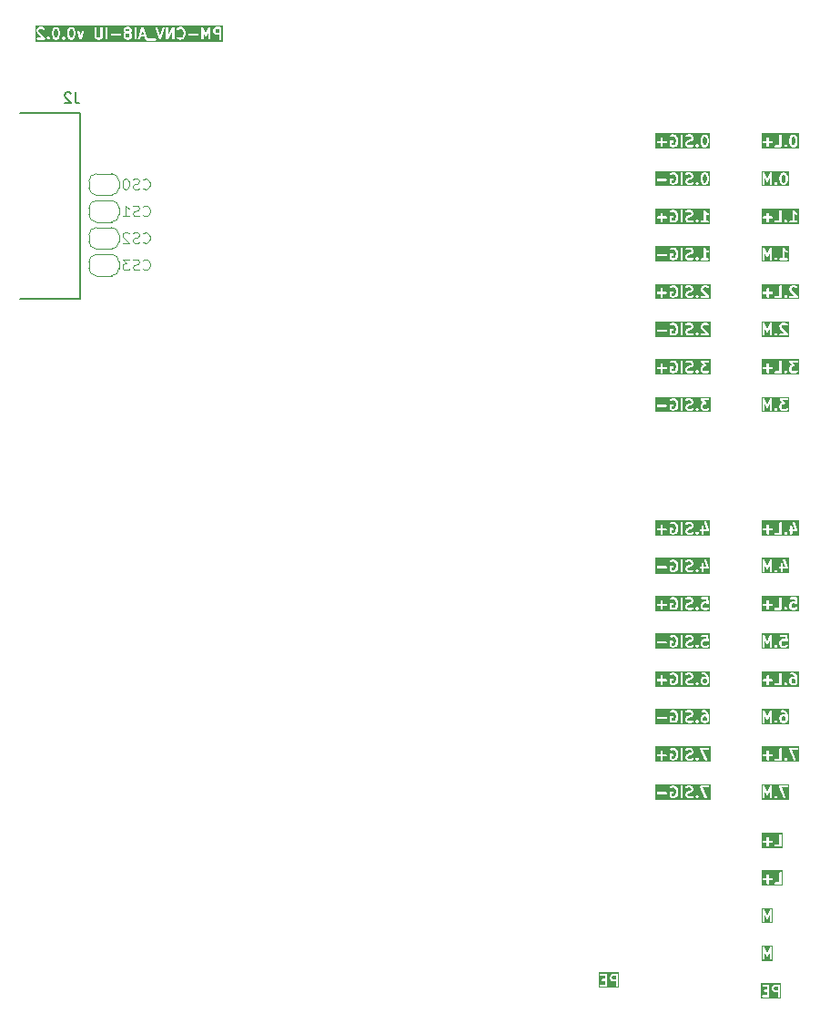
<source format=gbr>
%TF.GenerationSoftware,KiCad,Pcbnew,9.0.2*%
%TF.CreationDate,2025-05-30T08:26:37+03:00*%
%TF.ProjectId,PM-CNV_AI8-IU,504d2d43-4e56-45f4-9149-382d49552e6b,rev?*%
%TF.SameCoordinates,Original*%
%TF.FileFunction,Legend,Bot*%
%TF.FilePolarity,Positive*%
%FSLAX46Y46*%
G04 Gerber Fmt 4.6, Leading zero omitted, Abs format (unit mm)*
G04 Created by KiCad (PCBNEW 9.0.2) date 2025-05-30 08:26:37*
%MOMM*%
%LPD*%
G01*
G04 APERTURE LIST*
%ADD10C,0.200000*%
%ADD11C,0.100000*%
%ADD12C,0.150000*%
%ADD13C,0.120000*%
%ADD14C,0.152400*%
G04 APERTURE END LIST*
D10*
G36*
X31388589Y-7663330D02*
G01*
X26302090Y-7663330D01*
X26302090Y-7051757D01*
X26413201Y-7051757D01*
X26413201Y-7090775D01*
X26428133Y-7126823D01*
X26455723Y-7154413D01*
X26491771Y-7169345D01*
X26511280Y-7171266D01*
X26792232Y-7171266D01*
X26792232Y-7452219D01*
X26794153Y-7471728D01*
X26809085Y-7507776D01*
X26836675Y-7535366D01*
X26872723Y-7550298D01*
X26911741Y-7550298D01*
X26947789Y-7535366D01*
X26975379Y-7507776D01*
X26990311Y-7471728D01*
X26992232Y-7452219D01*
X26992232Y-7171266D01*
X27273184Y-7171266D01*
X27292693Y-7169345D01*
X27328741Y-7154413D01*
X27356331Y-7126823D01*
X27371263Y-7090775D01*
X27371263Y-7051757D01*
X27359619Y-7023647D01*
X27601756Y-7023647D01*
X27601756Y-7356980D01*
X27603677Y-7376489D01*
X27605161Y-7380071D01*
X27618608Y-7412537D01*
X27631045Y-7427690D01*
X27678663Y-7475310D01*
X27693817Y-7487747D01*
X27697136Y-7489122D01*
X27699852Y-7491477D01*
X27717752Y-7499468D01*
X27860609Y-7547087D01*
X27870281Y-7549286D01*
X27872723Y-7550298D01*
X27876260Y-7550646D01*
X27879724Y-7551434D01*
X27882358Y-7551246D01*
X27892232Y-7552219D01*
X27987470Y-7552219D01*
X27997343Y-7551246D01*
X27999977Y-7551434D01*
X28003440Y-7550646D01*
X28006979Y-7550298D01*
X28009421Y-7549286D01*
X28019093Y-7547087D01*
X28161949Y-7499468D01*
X28179850Y-7491477D01*
X28182565Y-7489122D01*
X28185885Y-7487747D01*
X28201038Y-7475310D01*
X28296276Y-7380071D01*
X28302568Y-7372404D01*
X28304565Y-7370673D01*
X28306458Y-7367665D01*
X28308713Y-7364918D01*
X28309724Y-7362476D01*
X28315008Y-7354082D01*
X28362627Y-7258845D01*
X28363173Y-7257416D01*
X28363603Y-7256837D01*
X28366524Y-7248660D01*
X28369633Y-7240536D01*
X28369684Y-7239815D01*
X28370198Y-7238377D01*
X28417817Y-7047901D01*
X28418317Y-7044519D01*
X28418882Y-7043156D01*
X28419605Y-7035805D01*
X28420685Y-7028508D01*
X28420467Y-7027049D01*
X28420803Y-7023647D01*
X28420803Y-6880790D01*
X28420467Y-6877387D01*
X28420685Y-6875929D01*
X28419605Y-6868631D01*
X28418882Y-6861281D01*
X28418317Y-6859917D01*
X28417817Y-6856536D01*
X28370198Y-6666060D01*
X28369684Y-6664621D01*
X28369633Y-6663901D01*
X28366524Y-6655776D01*
X28363603Y-6647600D01*
X28363173Y-6647020D01*
X28362627Y-6645592D01*
X28315008Y-6550355D01*
X28309721Y-6541956D01*
X28308712Y-6539519D01*
X28306460Y-6536775D01*
X28304565Y-6533764D01*
X28302567Y-6532031D01*
X28296276Y-6524365D01*
X28224130Y-6452219D01*
X28649374Y-6452219D01*
X28649374Y-7452219D01*
X28651295Y-7471728D01*
X28666227Y-7507776D01*
X28693817Y-7535366D01*
X28729865Y-7550298D01*
X28768883Y-7550298D01*
X28804931Y-7535366D01*
X28832521Y-7507776D01*
X28847453Y-7471728D01*
X28849374Y-7452219D01*
X28849374Y-7166504D01*
X29077946Y-7166504D01*
X29077946Y-7261742D01*
X29079867Y-7281251D01*
X29081242Y-7284571D01*
X29081497Y-7288155D01*
X29088503Y-7306463D01*
X29136122Y-7401701D01*
X29141405Y-7410093D01*
X29142417Y-7412537D01*
X29144673Y-7415286D01*
X29146565Y-7418291D01*
X29148559Y-7420020D01*
X29154854Y-7427690D01*
X29202472Y-7475310D01*
X29210140Y-7481603D01*
X29211872Y-7483600D01*
X29214880Y-7485493D01*
X29217626Y-7487747D01*
X29220066Y-7488757D01*
X29228463Y-7494043D01*
X29323700Y-7541662D01*
X29342009Y-7548668D01*
X29345592Y-7548922D01*
X29348913Y-7550298D01*
X29368422Y-7552219D01*
X29606517Y-7552219D01*
X29616390Y-7551246D01*
X29619024Y-7551434D01*
X29622487Y-7550646D01*
X29626026Y-7550298D01*
X29628468Y-7549286D01*
X29638140Y-7547087D01*
X29780996Y-7499468D01*
X29798897Y-7491477D01*
X29828373Y-7465912D01*
X29845822Y-7431013D01*
X29848589Y-7392093D01*
X29846255Y-7385091D01*
X30032247Y-7385091D01*
X30032247Y-7424109D01*
X30038710Y-7439712D01*
X30047179Y-7460158D01*
X30047183Y-7460162D01*
X30059615Y-7475311D01*
X30107234Y-7522929D01*
X30122387Y-7535366D01*
X30131390Y-7539095D01*
X30158436Y-7550298D01*
X30197454Y-7550298D01*
X30233502Y-7535366D01*
X30248656Y-7522930D01*
X30296274Y-7475311D01*
X30308711Y-7460158D01*
X30317008Y-7440127D01*
X30323642Y-7424110D01*
X30323643Y-7385092D01*
X30308712Y-7349043D01*
X30296275Y-7333890D01*
X30248656Y-7286270D01*
X30233503Y-7273833D01*
X30213914Y-7265719D01*
X30207236Y-7262953D01*
X30197454Y-7258901D01*
X30158436Y-7258901D01*
X30148654Y-7262953D01*
X30122388Y-7273832D01*
X30122387Y-7273833D01*
X30107233Y-7286270D01*
X30059615Y-7333890D01*
X30047178Y-7349043D01*
X30038219Y-7370673D01*
X30032247Y-7385091D01*
X29846255Y-7385091D01*
X29836250Y-7355077D01*
X29810685Y-7325601D01*
X29775786Y-7308151D01*
X29736866Y-7305385D01*
X29717751Y-7309732D01*
X29590290Y-7352219D01*
X29392029Y-7352219D01*
X29332419Y-7322414D01*
X29307752Y-7297746D01*
X29277946Y-7238134D01*
X29277946Y-7190111D01*
X29307751Y-7130501D01*
X29332419Y-7105832D01*
X29403326Y-7070379D01*
X29583151Y-7025423D01*
X29584588Y-7024909D01*
X29585311Y-7024858D01*
X29588475Y-7023647D01*
X30506517Y-7023647D01*
X30506517Y-7261742D01*
X30508438Y-7281251D01*
X30509813Y-7284571D01*
X30510068Y-7288155D01*
X30517074Y-7306463D01*
X30564693Y-7401701D01*
X30569976Y-7410093D01*
X30570988Y-7412537D01*
X30573244Y-7415286D01*
X30575136Y-7418291D01*
X30577130Y-7420020D01*
X30583425Y-7427690D01*
X30631043Y-7475310D01*
X30638711Y-7481603D01*
X30640443Y-7483600D01*
X30643451Y-7485493D01*
X30646197Y-7487747D01*
X30648637Y-7488757D01*
X30657034Y-7494043D01*
X30752271Y-7541662D01*
X30770580Y-7548668D01*
X30774163Y-7548922D01*
X30777484Y-7550298D01*
X30796993Y-7552219D01*
X31035088Y-7552219D01*
X31054597Y-7550298D01*
X31057917Y-7548922D01*
X31061501Y-7548668D01*
X31079809Y-7541662D01*
X31175047Y-7494043D01*
X31183442Y-7488758D01*
X31185884Y-7487747D01*
X31188631Y-7485491D01*
X31191637Y-7483600D01*
X31193367Y-7481605D01*
X31201037Y-7475310D01*
X31248656Y-7427690D01*
X31261093Y-7412537D01*
X31276024Y-7376488D01*
X31276023Y-7337470D01*
X31261092Y-7301422D01*
X31233501Y-7273832D01*
X31197453Y-7258901D01*
X31158435Y-7258902D01*
X31122387Y-7273833D01*
X31107233Y-7286270D01*
X31071090Y-7322413D01*
X31011481Y-7352219D01*
X30820600Y-7352219D01*
X30760990Y-7322414D01*
X30736323Y-7297746D01*
X30706517Y-7238134D01*
X30706517Y-7047254D01*
X30736322Y-6987644D01*
X30760990Y-6962975D01*
X30820600Y-6933171D01*
X31011481Y-6933171D01*
X31071090Y-6962976D01*
X31107234Y-6999119D01*
X31122387Y-7011556D01*
X31127041Y-7013483D01*
X31130937Y-7016671D01*
X31144930Y-7020893D01*
X31158436Y-7026487D01*
X31163470Y-7026487D01*
X31168292Y-7027942D01*
X31182843Y-7026487D01*
X31197454Y-7026487D01*
X31202103Y-7024561D01*
X31207116Y-7024060D01*
X31219999Y-7017148D01*
X31233502Y-7011556D01*
X31237062Y-7007995D01*
X31241500Y-7005615D01*
X31250755Y-6994302D01*
X31261092Y-6983966D01*
X31263019Y-6979313D01*
X31266207Y-6975417D01*
X31270429Y-6961422D01*
X31276023Y-6947918D01*
X31276023Y-6942884D01*
X31277478Y-6938062D01*
X31277449Y-6918459D01*
X31229830Y-6442269D01*
X31228405Y-6435160D01*
X31228405Y-6432710D01*
X31227453Y-6430412D01*
X31225977Y-6423048D01*
X31219067Y-6410167D01*
X31213473Y-6396662D01*
X31209912Y-6393101D01*
X31207532Y-6388664D01*
X31196219Y-6379408D01*
X31185883Y-6369072D01*
X31181230Y-6367144D01*
X31177334Y-6363957D01*
X31163344Y-6359736D01*
X31149835Y-6354140D01*
X31142357Y-6353403D01*
X31139979Y-6352686D01*
X31137542Y-6352929D01*
X31130326Y-6352219D01*
X30654136Y-6352219D01*
X30634627Y-6354140D01*
X30598579Y-6369072D01*
X30570989Y-6396662D01*
X30556057Y-6432710D01*
X30556057Y-6471728D01*
X30570989Y-6507776D01*
X30598579Y-6535366D01*
X30634627Y-6550298D01*
X30654136Y-6552219D01*
X31039827Y-6552219D01*
X31058254Y-6736491D01*
X31057917Y-6736467D01*
X31054597Y-6735092D01*
X31035088Y-6733171D01*
X30796993Y-6733171D01*
X30777484Y-6735092D01*
X30774163Y-6736467D01*
X30770580Y-6736722D01*
X30752271Y-6743728D01*
X30657034Y-6791347D01*
X30648637Y-6796632D01*
X30646197Y-6797643D01*
X30643451Y-6799896D01*
X30640443Y-6801790D01*
X30638710Y-6803787D01*
X30631044Y-6810080D01*
X30583425Y-6857698D01*
X30577130Y-6865368D01*
X30575136Y-6867098D01*
X30573242Y-6870105D01*
X30570989Y-6872852D01*
X30569978Y-6875291D01*
X30564693Y-6883688D01*
X30517074Y-6978926D01*
X30510068Y-6997234D01*
X30509813Y-7000817D01*
X30508438Y-7004138D01*
X30506517Y-7023647D01*
X29588475Y-7023647D01*
X29593435Y-7021749D01*
X29601612Y-7018828D01*
X29602192Y-7018397D01*
X29603619Y-7017852D01*
X29698857Y-6970233D01*
X29707253Y-6964947D01*
X29709693Y-6963937D01*
X29712439Y-6961683D01*
X29715447Y-6959790D01*
X29717176Y-6957795D01*
X29724847Y-6951501D01*
X29772465Y-6903882D01*
X29778757Y-6896215D01*
X29780755Y-6894483D01*
X29782648Y-6891474D01*
X29784902Y-6888729D01*
X29785912Y-6886288D01*
X29791198Y-6877892D01*
X29838817Y-6782655D01*
X29845823Y-6764346D01*
X29846077Y-6760762D01*
X29847453Y-6757442D01*
X29849374Y-6737933D01*
X29849374Y-6642695D01*
X29847453Y-6623186D01*
X29846077Y-6619865D01*
X29845823Y-6616282D01*
X29838817Y-6597973D01*
X29791198Y-6502736D01*
X29785912Y-6494339D01*
X29784902Y-6491899D01*
X29782648Y-6489153D01*
X29780755Y-6486145D01*
X29778757Y-6484412D01*
X29772465Y-6476746D01*
X29724847Y-6429127D01*
X29717176Y-6422832D01*
X29715447Y-6420838D01*
X29712439Y-6418944D01*
X29709693Y-6416691D01*
X29707253Y-6415680D01*
X29698857Y-6410395D01*
X29603619Y-6362776D01*
X29585311Y-6355770D01*
X29581727Y-6355515D01*
X29578407Y-6354140D01*
X29558898Y-6352219D01*
X29320803Y-6352219D01*
X29310929Y-6353191D01*
X29308295Y-6353004D01*
X29304831Y-6353791D01*
X29301294Y-6354140D01*
X29298852Y-6355151D01*
X29289180Y-6357351D01*
X29146323Y-6404970D01*
X29128423Y-6412961D01*
X29098947Y-6438526D01*
X29081497Y-6473425D01*
X29078731Y-6512345D01*
X29091069Y-6549361D01*
X29116634Y-6578837D01*
X29151533Y-6596287D01*
X29190453Y-6599053D01*
X29209569Y-6594706D01*
X29337029Y-6552219D01*
X29535291Y-6552219D01*
X29594900Y-6582024D01*
X29619569Y-6606692D01*
X29649374Y-6666302D01*
X29649374Y-6714326D01*
X29619569Y-6773935D01*
X29594900Y-6798603D01*
X29523993Y-6834057D01*
X29344168Y-6879014D01*
X29342729Y-6879527D01*
X29342009Y-6879579D01*
X29333884Y-6882687D01*
X29325708Y-6885609D01*
X29325128Y-6886038D01*
X29323700Y-6886585D01*
X29228463Y-6934204D01*
X29220066Y-6939489D01*
X29217626Y-6940500D01*
X29214880Y-6942753D01*
X29211872Y-6944647D01*
X29210139Y-6946644D01*
X29202473Y-6952937D01*
X29154854Y-7000555D01*
X29148559Y-7008225D01*
X29146565Y-7009955D01*
X29144671Y-7012962D01*
X29142418Y-7015709D01*
X29141407Y-7018148D01*
X29136122Y-7026545D01*
X29088503Y-7121783D01*
X29081497Y-7140091D01*
X29081242Y-7143674D01*
X29079867Y-7146995D01*
X29077946Y-7166504D01*
X28849374Y-7166504D01*
X28849374Y-6452219D01*
X28847453Y-6432710D01*
X28832521Y-6396662D01*
X28804931Y-6369072D01*
X28768883Y-6354140D01*
X28729865Y-6354140D01*
X28693817Y-6369072D01*
X28666227Y-6396662D01*
X28651295Y-6432710D01*
X28649374Y-6452219D01*
X28224130Y-6452219D01*
X28201038Y-6429127D01*
X28185884Y-6416691D01*
X28182565Y-6415316D01*
X28179850Y-6412961D01*
X28161949Y-6404970D01*
X28019093Y-6357351D01*
X28009421Y-6355151D01*
X28006979Y-6354140D01*
X28003440Y-6353791D01*
X27999977Y-6353004D01*
X27997343Y-6353191D01*
X27987470Y-6352219D01*
X27844613Y-6352219D01*
X27825104Y-6354140D01*
X27821783Y-6355515D01*
X27818200Y-6355770D01*
X27799891Y-6362776D01*
X27704654Y-6410395D01*
X27688063Y-6420838D01*
X27662499Y-6450315D01*
X27650160Y-6487331D01*
X27652926Y-6526251D01*
X27670375Y-6561150D01*
X27699852Y-6586714D01*
X27736868Y-6599053D01*
X27775788Y-6596287D01*
X27794096Y-6589281D01*
X27868220Y-6552219D01*
X27971243Y-6552219D01*
X28076307Y-6587240D01*
X28143380Y-6654313D01*
X28178832Y-6725218D01*
X28220803Y-6893099D01*
X28220803Y-7011337D01*
X28178832Y-7179218D01*
X28143379Y-7250124D01*
X28076308Y-7317197D01*
X27971243Y-7352219D01*
X27908458Y-7352219D01*
X27803393Y-7317197D01*
X27801756Y-7315559D01*
X27801756Y-7123647D01*
X27892232Y-7123647D01*
X27911741Y-7121726D01*
X27947789Y-7106794D01*
X27975379Y-7079204D01*
X27990311Y-7043156D01*
X27990311Y-7004138D01*
X27975379Y-6968090D01*
X27947789Y-6940500D01*
X27911741Y-6925568D01*
X27892232Y-6923647D01*
X27701756Y-6923647D01*
X27682247Y-6925568D01*
X27646199Y-6940500D01*
X27618609Y-6968090D01*
X27603677Y-7004138D01*
X27601756Y-7023647D01*
X27359619Y-7023647D01*
X27356331Y-7015709D01*
X27328741Y-6988119D01*
X27292693Y-6973187D01*
X27273184Y-6971266D01*
X26992232Y-6971266D01*
X26992232Y-6690314D01*
X26990311Y-6670805D01*
X26975379Y-6634757D01*
X26947789Y-6607167D01*
X26911741Y-6592235D01*
X26872723Y-6592235D01*
X26836675Y-6607167D01*
X26809085Y-6634757D01*
X26794153Y-6670805D01*
X26792232Y-6690314D01*
X26792232Y-6971266D01*
X26511280Y-6971266D01*
X26491771Y-6973187D01*
X26455723Y-6988119D01*
X26428133Y-7015709D01*
X26413201Y-7051757D01*
X26302090Y-7051757D01*
X26302090Y-6241108D01*
X31388589Y-6241108D01*
X31388589Y-7663330D01*
G37*
D11*
X-21357143Y24137820D02*
X-21309524Y24090200D01*
X-21309524Y24090200D02*
X-21166667Y24042581D01*
X-21166667Y24042581D02*
X-21071429Y24042581D01*
X-21071429Y24042581D02*
X-20928572Y24090200D01*
X-20928572Y24090200D02*
X-20833334Y24185439D01*
X-20833334Y24185439D02*
X-20785715Y24280677D01*
X-20785715Y24280677D02*
X-20738096Y24471153D01*
X-20738096Y24471153D02*
X-20738096Y24614010D01*
X-20738096Y24614010D02*
X-20785715Y24804486D01*
X-20785715Y24804486D02*
X-20833334Y24899724D01*
X-20833334Y24899724D02*
X-20928572Y24994962D01*
X-20928572Y24994962D02*
X-21071429Y25042581D01*
X-21071429Y25042581D02*
X-21166667Y25042581D01*
X-21166667Y25042581D02*
X-21309524Y24994962D01*
X-21309524Y24994962D02*
X-21357143Y24947343D01*
X-21738096Y24090200D02*
X-21880953Y24042581D01*
X-21880953Y24042581D02*
X-22119048Y24042581D01*
X-22119048Y24042581D02*
X-22214286Y24090200D01*
X-22214286Y24090200D02*
X-22261905Y24137820D01*
X-22261905Y24137820D02*
X-22309524Y24233058D01*
X-22309524Y24233058D02*
X-22309524Y24328296D01*
X-22309524Y24328296D02*
X-22261905Y24423534D01*
X-22261905Y24423534D02*
X-22214286Y24471153D01*
X-22214286Y24471153D02*
X-22119048Y24518772D01*
X-22119048Y24518772D02*
X-21928572Y24566391D01*
X-21928572Y24566391D02*
X-21833334Y24614010D01*
X-21833334Y24614010D02*
X-21785715Y24661629D01*
X-21785715Y24661629D02*
X-21738096Y24756867D01*
X-21738096Y24756867D02*
X-21738096Y24852105D01*
X-21738096Y24852105D02*
X-21785715Y24947343D01*
X-21785715Y24947343D02*
X-21833334Y24994962D01*
X-21833334Y24994962D02*
X-21928572Y25042581D01*
X-21928572Y25042581D02*
X-22166667Y25042581D01*
X-22166667Y25042581D02*
X-22309524Y24994962D01*
X-22642858Y25042581D02*
X-23261905Y25042581D01*
X-23261905Y25042581D02*
X-22928572Y24661629D01*
X-22928572Y24661629D02*
X-23071429Y24661629D01*
X-23071429Y24661629D02*
X-23166667Y24614010D01*
X-23166667Y24614010D02*
X-23214286Y24566391D01*
X-23214286Y24566391D02*
X-23261905Y24471153D01*
X-23261905Y24471153D02*
X-23261905Y24233058D01*
X-23261905Y24233058D02*
X-23214286Y24137820D01*
X-23214286Y24137820D02*
X-23166667Y24090200D01*
X-23166667Y24090200D02*
X-23071429Y24042581D01*
X-23071429Y24042581D02*
X-22785715Y24042581D01*
X-22785715Y24042581D02*
X-22690477Y24090200D01*
X-22690477Y24090200D02*
X-22642858Y24137820D01*
D10*
G36*
X31434754Y21336670D02*
G01*
X26302090Y21336670D01*
X26302090Y21948243D01*
X26413201Y21948243D01*
X26413201Y21909225D01*
X26428133Y21873177D01*
X26455723Y21845587D01*
X26491771Y21830655D01*
X26511280Y21828734D01*
X26792232Y21828734D01*
X26792232Y21547781D01*
X26794153Y21528272D01*
X26809085Y21492224D01*
X26836675Y21464634D01*
X26872723Y21449702D01*
X26911741Y21449702D01*
X26947789Y21464634D01*
X26975379Y21492224D01*
X26990311Y21528272D01*
X26992232Y21547781D01*
X26992232Y21828734D01*
X27273184Y21828734D01*
X27292693Y21830655D01*
X27328741Y21845587D01*
X27356331Y21873177D01*
X27371263Y21909225D01*
X27371263Y21948243D01*
X27359619Y21976353D01*
X27601756Y21976353D01*
X27601756Y21643020D01*
X27603677Y21623511D01*
X27605161Y21619929D01*
X27618608Y21587463D01*
X27631045Y21572310D01*
X27678663Y21524690D01*
X27693817Y21512253D01*
X27697136Y21510878D01*
X27699852Y21508523D01*
X27717752Y21500532D01*
X27860609Y21452913D01*
X27870281Y21450714D01*
X27872723Y21449702D01*
X27876260Y21449354D01*
X27879724Y21448566D01*
X27882358Y21448754D01*
X27892232Y21447781D01*
X27987470Y21447781D01*
X27997343Y21448754D01*
X27999977Y21448566D01*
X28003440Y21449354D01*
X28006979Y21449702D01*
X28009421Y21450714D01*
X28019093Y21452913D01*
X28161949Y21500532D01*
X28179850Y21508523D01*
X28182565Y21510878D01*
X28185885Y21512253D01*
X28201038Y21524690D01*
X28296276Y21619929D01*
X28302568Y21627596D01*
X28304565Y21629327D01*
X28306458Y21632335D01*
X28308713Y21635082D01*
X28309724Y21637524D01*
X28315008Y21645918D01*
X28362627Y21741155D01*
X28363173Y21742584D01*
X28363603Y21743163D01*
X28366524Y21751340D01*
X28369633Y21759464D01*
X28369684Y21760185D01*
X28370198Y21761623D01*
X28417817Y21952099D01*
X28418317Y21955481D01*
X28418882Y21956844D01*
X28419605Y21964195D01*
X28420685Y21971492D01*
X28420467Y21972951D01*
X28420803Y21976353D01*
X28420803Y22119210D01*
X28420467Y22122613D01*
X28420685Y22124071D01*
X28419605Y22131369D01*
X28418882Y22138719D01*
X28418317Y22140083D01*
X28417817Y22143464D01*
X28370198Y22333940D01*
X28369684Y22335379D01*
X28369633Y22336099D01*
X28366524Y22344224D01*
X28363603Y22352400D01*
X28363173Y22352980D01*
X28362627Y22354408D01*
X28315008Y22449645D01*
X28309721Y22458044D01*
X28308712Y22460481D01*
X28306460Y22463225D01*
X28304565Y22466236D01*
X28302567Y22467969D01*
X28296276Y22475635D01*
X28224130Y22547781D01*
X28649374Y22547781D01*
X28649374Y21547781D01*
X28651295Y21528272D01*
X28666227Y21492224D01*
X28693817Y21464634D01*
X28729865Y21449702D01*
X28768883Y21449702D01*
X28804931Y21464634D01*
X28832521Y21492224D01*
X28847453Y21528272D01*
X28849374Y21547781D01*
X28849374Y21833496D01*
X29077946Y21833496D01*
X29077946Y21738258D01*
X29079867Y21718749D01*
X29081242Y21715429D01*
X29081497Y21711845D01*
X29088503Y21693537D01*
X29136122Y21598299D01*
X29141405Y21589907D01*
X29142417Y21587463D01*
X29144673Y21584714D01*
X29146565Y21581709D01*
X29148559Y21579980D01*
X29154854Y21572310D01*
X29202472Y21524690D01*
X29210140Y21518397D01*
X29211872Y21516400D01*
X29214880Y21514507D01*
X29217626Y21512253D01*
X29220066Y21511243D01*
X29228463Y21505957D01*
X29323700Y21458338D01*
X29342009Y21451332D01*
X29345592Y21451078D01*
X29348913Y21449702D01*
X29368422Y21447781D01*
X29606517Y21447781D01*
X29616390Y21448754D01*
X29619024Y21448566D01*
X29622487Y21449354D01*
X29626026Y21449702D01*
X29628468Y21450714D01*
X29638140Y21452913D01*
X29780996Y21500532D01*
X29798897Y21508523D01*
X29828373Y21534088D01*
X29845822Y21568987D01*
X29848589Y21607907D01*
X29846255Y21614909D01*
X30032247Y21614909D01*
X30032247Y21575891D01*
X30038710Y21560288D01*
X30047179Y21539842D01*
X30047183Y21539838D01*
X30059615Y21524689D01*
X30107234Y21477071D01*
X30122387Y21464634D01*
X30131390Y21460905D01*
X30158436Y21449702D01*
X30197454Y21449702D01*
X30233502Y21464634D01*
X30248656Y21477070D01*
X30296274Y21524689D01*
X30308711Y21539842D01*
X30317008Y21559873D01*
X30323642Y21575890D01*
X30323643Y21614908D01*
X30308712Y21650957D01*
X30296275Y21666110D01*
X30248656Y21713730D01*
X30233503Y21726167D01*
X30213914Y21734281D01*
X30207236Y21737047D01*
X30197454Y21741099D01*
X30158436Y21741099D01*
X30148654Y21737047D01*
X30122388Y21726168D01*
X30122387Y21726167D01*
X30107233Y21713730D01*
X30059615Y21666110D01*
X30047178Y21650957D01*
X30038219Y21629327D01*
X30032247Y21614909D01*
X29846255Y21614909D01*
X29836250Y21644923D01*
X29810685Y21674399D01*
X29775786Y21691849D01*
X29736866Y21694615D01*
X29717751Y21690268D01*
X29590290Y21647781D01*
X29392029Y21647781D01*
X29332419Y21677586D01*
X29307752Y21702254D01*
X29277946Y21761866D01*
X29277946Y21809889D01*
X29307751Y21869499D01*
X29332419Y21894168D01*
X29403326Y21929621D01*
X29583151Y21974577D01*
X29584588Y21975091D01*
X29585311Y21975142D01*
X29593435Y21978251D01*
X29601612Y21981172D01*
X29602192Y21981603D01*
X29603619Y21982148D01*
X29698857Y22029767D01*
X29707253Y22035053D01*
X29709693Y22036063D01*
X29712439Y22038317D01*
X29715447Y22040210D01*
X29717176Y22042205D01*
X29724847Y22048499D01*
X29772465Y22096118D01*
X29778757Y22103785D01*
X29780755Y22105517D01*
X29782648Y22108526D01*
X29784902Y22111271D01*
X29785912Y22113712D01*
X29791198Y22122108D01*
X29838817Y22217345D01*
X29845823Y22235654D01*
X29846077Y22239238D01*
X29847453Y22242558D01*
X29849374Y22262067D01*
X29849374Y22357305D01*
X30506517Y22357305D01*
X30506517Y22262067D01*
X30507489Y22252194D01*
X30507302Y22249560D01*
X30508089Y22246097D01*
X30508438Y22242558D01*
X30509449Y22240116D01*
X30511649Y22230444D01*
X30559268Y22087588D01*
X30567259Y22069687D01*
X30569614Y22066972D01*
X30570989Y22063653D01*
X30583425Y22048499D01*
X30984142Y21647781D01*
X30606517Y21647781D01*
X30587008Y21645860D01*
X30550960Y21630928D01*
X30523370Y21603338D01*
X30508438Y21567290D01*
X30508438Y21528272D01*
X30523370Y21492224D01*
X30550960Y21464634D01*
X30587008Y21449702D01*
X30606517Y21447781D01*
X31225564Y21447781D01*
X31245073Y21449702D01*
X31281121Y21464634D01*
X31308711Y21492224D01*
X31323643Y21528272D01*
X31323643Y21567290D01*
X31308711Y21603338D01*
X31308710Y21603339D01*
X31296275Y21618492D01*
X30741538Y22173230D01*
X30706517Y22278294D01*
X30706517Y22333698D01*
X30736322Y22393308D01*
X30760990Y22417977D01*
X30820600Y22447781D01*
X31011481Y22447781D01*
X31071090Y22417976D01*
X31107234Y22381833D01*
X31122387Y22369396D01*
X31158436Y22354465D01*
X31197454Y22354465D01*
X31233502Y22369396D01*
X31261092Y22396986D01*
X31276023Y22433034D01*
X31276023Y22472052D01*
X31261092Y22508101D01*
X31248655Y22523254D01*
X31201037Y22570873D01*
X31193366Y22577168D01*
X31191637Y22579162D01*
X31188629Y22581056D01*
X31185883Y22583309D01*
X31183443Y22584320D01*
X31175047Y22589605D01*
X31079809Y22637224D01*
X31061501Y22644230D01*
X31057917Y22644485D01*
X31054597Y22645860D01*
X31035088Y22647781D01*
X30796993Y22647781D01*
X30777484Y22645860D01*
X30774163Y22644485D01*
X30770580Y22644230D01*
X30752271Y22637224D01*
X30657034Y22589605D01*
X30648637Y22584320D01*
X30646197Y22583309D01*
X30643451Y22581056D01*
X30640443Y22579162D01*
X30638710Y22577165D01*
X30631044Y22570872D01*
X30583425Y22523254D01*
X30577130Y22515584D01*
X30575136Y22513854D01*
X30573242Y22510847D01*
X30570989Y22508100D01*
X30569978Y22505661D01*
X30564693Y22497264D01*
X30517074Y22402026D01*
X30510068Y22383718D01*
X30509813Y22380135D01*
X30508438Y22376814D01*
X30506517Y22357305D01*
X29849374Y22357305D01*
X29847453Y22376814D01*
X29846077Y22380135D01*
X29845823Y22383718D01*
X29838817Y22402027D01*
X29791198Y22497264D01*
X29785912Y22505661D01*
X29784902Y22508101D01*
X29782648Y22510847D01*
X29780755Y22513855D01*
X29778757Y22515588D01*
X29772465Y22523254D01*
X29724847Y22570873D01*
X29717176Y22577168D01*
X29715447Y22579162D01*
X29712439Y22581056D01*
X29709693Y22583309D01*
X29707253Y22584320D01*
X29698857Y22589605D01*
X29603619Y22637224D01*
X29585311Y22644230D01*
X29581727Y22644485D01*
X29578407Y22645860D01*
X29558898Y22647781D01*
X29320803Y22647781D01*
X29310929Y22646809D01*
X29308295Y22646996D01*
X29304831Y22646209D01*
X29301294Y22645860D01*
X29298852Y22644849D01*
X29289180Y22642649D01*
X29146323Y22595030D01*
X29128423Y22587039D01*
X29098947Y22561474D01*
X29081497Y22526575D01*
X29078731Y22487655D01*
X29091069Y22450639D01*
X29116634Y22421163D01*
X29151533Y22403713D01*
X29190453Y22400947D01*
X29209569Y22405294D01*
X29337029Y22447781D01*
X29535291Y22447781D01*
X29594900Y22417976D01*
X29619569Y22393308D01*
X29649374Y22333698D01*
X29649374Y22285674D01*
X29619569Y22226065D01*
X29594900Y22201397D01*
X29523993Y22165943D01*
X29344168Y22120986D01*
X29342729Y22120473D01*
X29342009Y22120421D01*
X29333884Y22117313D01*
X29325708Y22114391D01*
X29325128Y22113962D01*
X29323700Y22113415D01*
X29228463Y22065796D01*
X29220066Y22060511D01*
X29217626Y22059500D01*
X29214880Y22057247D01*
X29211872Y22055353D01*
X29210139Y22053356D01*
X29202473Y22047063D01*
X29154854Y21999445D01*
X29148559Y21991775D01*
X29146565Y21990045D01*
X29144671Y21987038D01*
X29142418Y21984291D01*
X29141407Y21981852D01*
X29136122Y21973455D01*
X29088503Y21878217D01*
X29081497Y21859909D01*
X29081242Y21856326D01*
X29079867Y21853005D01*
X29077946Y21833496D01*
X28849374Y21833496D01*
X28849374Y22547781D01*
X28847453Y22567290D01*
X28832521Y22603338D01*
X28804931Y22630928D01*
X28768883Y22645860D01*
X28729865Y22645860D01*
X28693817Y22630928D01*
X28666227Y22603338D01*
X28651295Y22567290D01*
X28649374Y22547781D01*
X28224130Y22547781D01*
X28201038Y22570873D01*
X28185884Y22583309D01*
X28182565Y22584684D01*
X28179850Y22587039D01*
X28161949Y22595030D01*
X28019093Y22642649D01*
X28009421Y22644849D01*
X28006979Y22645860D01*
X28003440Y22646209D01*
X27999977Y22646996D01*
X27997343Y22646809D01*
X27987470Y22647781D01*
X27844613Y22647781D01*
X27825104Y22645860D01*
X27821783Y22644485D01*
X27818200Y22644230D01*
X27799891Y22637224D01*
X27704654Y22589605D01*
X27688063Y22579162D01*
X27662499Y22549685D01*
X27650160Y22512669D01*
X27652926Y22473749D01*
X27670375Y22438850D01*
X27699852Y22413286D01*
X27736868Y22400947D01*
X27775788Y22403713D01*
X27794096Y22410719D01*
X27868220Y22447781D01*
X27971243Y22447781D01*
X28076307Y22412760D01*
X28143380Y22345687D01*
X28178832Y22274782D01*
X28220803Y22106901D01*
X28220803Y21988663D01*
X28178832Y21820782D01*
X28143379Y21749876D01*
X28076308Y21682803D01*
X27971243Y21647781D01*
X27908458Y21647781D01*
X27803393Y21682803D01*
X27801756Y21684441D01*
X27801756Y21876353D01*
X27892232Y21876353D01*
X27911741Y21878274D01*
X27947789Y21893206D01*
X27975379Y21920796D01*
X27990311Y21956844D01*
X27990311Y21995862D01*
X27975379Y22031910D01*
X27947789Y22059500D01*
X27911741Y22074432D01*
X27892232Y22076353D01*
X27701756Y22076353D01*
X27682247Y22074432D01*
X27646199Y22059500D01*
X27618609Y22031910D01*
X27603677Y21995862D01*
X27601756Y21976353D01*
X27359619Y21976353D01*
X27356331Y21984291D01*
X27328741Y22011881D01*
X27292693Y22026813D01*
X27273184Y22028734D01*
X26992232Y22028734D01*
X26992232Y22309686D01*
X26990311Y22329195D01*
X26975379Y22365243D01*
X26947789Y22392833D01*
X26911741Y22407765D01*
X26872723Y22407765D01*
X26836675Y22392833D01*
X26809085Y22365243D01*
X26794153Y22329195D01*
X26792232Y22309686D01*
X26792232Y22028734D01*
X26511280Y22028734D01*
X26491771Y22026813D01*
X26455723Y22011881D01*
X26428133Y21984291D01*
X26413201Y21948243D01*
X26302090Y21948243D01*
X26302090Y22758892D01*
X31434754Y22758892D01*
X31434754Y21336670D01*
G37*
G36*
X38722855Y-4161409D02*
G01*
X36158562Y-4161409D01*
X36158562Y-2952219D01*
X36269673Y-2952219D01*
X36269673Y-3952219D01*
X36271594Y-3971728D01*
X36286526Y-4007776D01*
X36314116Y-4035366D01*
X36350164Y-4050298D01*
X36389182Y-4050298D01*
X36425230Y-4035366D01*
X36452820Y-4007776D01*
X36467752Y-3971728D01*
X36469673Y-3952219D01*
X36469673Y-3402975D01*
X36612388Y-3708793D01*
X36616620Y-3715938D01*
X36617500Y-3718356D01*
X36619065Y-3720065D01*
X36622379Y-3725659D01*
X36633589Y-3735925D01*
X36643851Y-3747131D01*
X36647876Y-3749009D01*
X36651154Y-3752011D01*
X36665436Y-3757204D01*
X36679209Y-3763632D01*
X36683648Y-3763827D01*
X36687823Y-3765345D01*
X36703006Y-3764677D01*
X36718189Y-3765345D01*
X36722362Y-3763827D01*
X36726804Y-3763632D01*
X36740588Y-3757199D01*
X36754858Y-3752010D01*
X36758131Y-3749012D01*
X36762161Y-3747132D01*
X36772430Y-3735917D01*
X36783633Y-3725659D01*
X36786944Y-3720068D01*
X36788513Y-3718356D01*
X36789393Y-3715934D01*
X36793624Y-3708793D01*
X36936339Y-3402974D01*
X36936339Y-3952219D01*
X36938260Y-3971728D01*
X36953192Y-4007776D01*
X36980782Y-4035366D01*
X37016830Y-4050298D01*
X37055848Y-4050298D01*
X37091896Y-4035366D01*
X37119486Y-4007776D01*
X37134418Y-3971728D01*
X37136339Y-3952219D01*
X37136339Y-3885091D01*
X37366831Y-3885091D01*
X37366831Y-3924109D01*
X37370394Y-3932710D01*
X37381763Y-3960158D01*
X37381767Y-3960162D01*
X37394199Y-3975311D01*
X37441818Y-4022929D01*
X37456971Y-4035366D01*
X37467529Y-4039739D01*
X37493020Y-4050298D01*
X37532038Y-4050298D01*
X37568086Y-4035366D01*
X37583240Y-4022930D01*
X37630858Y-3975311D01*
X37643295Y-3960158D01*
X37658226Y-3924109D01*
X37658226Y-3912537D01*
X37658227Y-3885092D01*
X37643296Y-3849043D01*
X37630859Y-3833890D01*
X37583240Y-3786270D01*
X37568087Y-3773833D01*
X37547595Y-3765345D01*
X37543459Y-3763632D01*
X37532038Y-3758901D01*
X37493020Y-3758901D01*
X37482462Y-3763274D01*
X37456972Y-3773832D01*
X37456971Y-3773833D01*
X37441817Y-3786270D01*
X37394199Y-3833890D01*
X37381762Y-3849043D01*
X37378475Y-3856980D01*
X37366831Y-3885091D01*
X37136339Y-3885091D01*
X37136339Y-3599376D01*
X37795403Y-3599376D01*
X37795403Y-3638394D01*
X37810335Y-3674442D01*
X37837925Y-3702032D01*
X37873973Y-3716964D01*
X37893482Y-3718885D01*
X37936339Y-3718885D01*
X37936339Y-3952219D01*
X37938260Y-3971728D01*
X37953192Y-4007776D01*
X37980782Y-4035366D01*
X38016830Y-4050298D01*
X38055848Y-4050298D01*
X38091896Y-4035366D01*
X38119486Y-4007776D01*
X38134418Y-3971728D01*
X38136339Y-3952219D01*
X38136339Y-3718885D01*
X38512529Y-3718885D01*
X38522402Y-3717912D01*
X38525036Y-3718100D01*
X38526937Y-3717466D01*
X38532038Y-3716964D01*
X38546850Y-3710828D01*
X38562052Y-3705761D01*
X38564765Y-3703407D01*
X38568086Y-3702032D01*
X38579424Y-3690693D01*
X38591528Y-3680196D01*
X38593134Y-3676983D01*
X38595676Y-3674442D01*
X38601812Y-3659627D01*
X38608978Y-3645297D01*
X38609232Y-3641714D01*
X38610608Y-3638394D01*
X38610608Y-3622361D01*
X38611744Y-3606377D01*
X38610608Y-3601381D01*
X38610608Y-3599376D01*
X38609596Y-3596934D01*
X38607397Y-3587262D01*
X38369302Y-2872977D01*
X38361311Y-2855077D01*
X38335746Y-2825601D01*
X38300847Y-2808151D01*
X38261927Y-2805385D01*
X38224911Y-2817723D01*
X38195435Y-2843288D01*
X38177985Y-2878187D01*
X38175219Y-2917107D01*
X38179566Y-2936223D01*
X38373787Y-3518885D01*
X38136339Y-3518885D01*
X38136339Y-3285552D01*
X38134418Y-3266043D01*
X38119486Y-3229995D01*
X38091896Y-3202405D01*
X38055848Y-3187473D01*
X38016830Y-3187473D01*
X37980782Y-3202405D01*
X37953192Y-3229995D01*
X37938260Y-3266043D01*
X37936339Y-3285552D01*
X37936339Y-3518885D01*
X37893482Y-3518885D01*
X37873973Y-3520806D01*
X37837925Y-3535738D01*
X37810335Y-3563328D01*
X37795403Y-3599376D01*
X37136339Y-3599376D01*
X37136339Y-2952219D01*
X37135076Y-2939395D01*
X37135180Y-2937036D01*
X37134719Y-2935768D01*
X37134418Y-2932710D01*
X37127777Y-2916679D01*
X37121846Y-2900367D01*
X37120339Y-2898721D01*
X37119486Y-2896662D01*
X37107224Y-2884400D01*
X37095494Y-2871591D01*
X37093470Y-2870646D01*
X37091896Y-2869072D01*
X37075880Y-2862437D01*
X37060137Y-2855091D01*
X37057907Y-2854993D01*
X37055848Y-2854140D01*
X37038496Y-2854140D01*
X37021156Y-2853378D01*
X37019060Y-2854140D01*
X37016830Y-2854140D01*
X37000799Y-2860780D01*
X36984487Y-2866712D01*
X36982841Y-2868218D01*
X36980782Y-2869072D01*
X36968514Y-2881339D01*
X36955712Y-2893064D01*
X36954145Y-2895708D01*
X36953192Y-2896662D01*
X36952288Y-2898843D01*
X36945721Y-2909930D01*
X36703005Y-3430033D01*
X36460291Y-2909930D01*
X36453723Y-2898843D01*
X36452820Y-2896662D01*
X36451866Y-2895708D01*
X36450300Y-2893064D01*
X36437503Y-2881345D01*
X36425230Y-2869072D01*
X36423168Y-2868218D01*
X36421525Y-2866713D01*
X36405223Y-2860784D01*
X36389182Y-2854140D01*
X36386951Y-2854140D01*
X36384856Y-2853378D01*
X36367516Y-2854140D01*
X36350164Y-2854140D01*
X36348104Y-2854993D01*
X36345876Y-2855091D01*
X36330145Y-2862432D01*
X36314116Y-2869072D01*
X36312539Y-2870648D01*
X36310518Y-2871592D01*
X36298799Y-2884388D01*
X36286526Y-2896662D01*
X36285672Y-2898723D01*
X36284167Y-2900367D01*
X36278238Y-2916668D01*
X36271594Y-2932710D01*
X36271292Y-2935768D01*
X36270832Y-2937036D01*
X36270935Y-2939395D01*
X36269673Y-2952219D01*
X36158562Y-2952219D01*
X36158562Y-2694274D01*
X38722855Y-2694274D01*
X38722855Y-4161409D01*
G37*
G36*
X37247450Y-36661409D02*
G01*
X36158562Y-36661409D01*
X36158562Y-35452219D01*
X36269673Y-35452219D01*
X36269673Y-36452219D01*
X36271594Y-36471728D01*
X36286526Y-36507776D01*
X36314116Y-36535366D01*
X36350164Y-36550298D01*
X36389182Y-36550298D01*
X36425230Y-36535366D01*
X36452820Y-36507776D01*
X36467752Y-36471728D01*
X36469673Y-36452219D01*
X36469673Y-35902975D01*
X36612388Y-36208793D01*
X36616620Y-36215938D01*
X36617500Y-36218356D01*
X36619065Y-36220065D01*
X36622379Y-36225659D01*
X36633589Y-36235925D01*
X36643851Y-36247131D01*
X36647876Y-36249009D01*
X36651154Y-36252011D01*
X36665436Y-36257204D01*
X36679209Y-36263632D01*
X36683648Y-36263827D01*
X36687823Y-36265345D01*
X36703006Y-36264677D01*
X36718189Y-36265345D01*
X36722362Y-36263827D01*
X36726804Y-36263632D01*
X36740588Y-36257199D01*
X36754858Y-36252010D01*
X36758131Y-36249012D01*
X36762161Y-36247132D01*
X36772430Y-36235917D01*
X36783633Y-36225659D01*
X36786944Y-36220068D01*
X36788513Y-36218356D01*
X36789393Y-36215934D01*
X36793624Y-36208793D01*
X36936339Y-35902974D01*
X36936339Y-36452219D01*
X36938260Y-36471728D01*
X36953192Y-36507776D01*
X36980782Y-36535366D01*
X37016830Y-36550298D01*
X37055848Y-36550298D01*
X37091896Y-36535366D01*
X37119486Y-36507776D01*
X37134418Y-36471728D01*
X37136339Y-36452219D01*
X37136339Y-35452219D01*
X37135076Y-35439395D01*
X37135180Y-35437036D01*
X37134719Y-35435768D01*
X37134418Y-35432710D01*
X37127777Y-35416679D01*
X37121846Y-35400367D01*
X37120339Y-35398721D01*
X37119486Y-35396662D01*
X37107224Y-35384400D01*
X37095494Y-35371591D01*
X37093470Y-35370646D01*
X37091896Y-35369072D01*
X37075880Y-35362437D01*
X37060137Y-35355091D01*
X37057907Y-35354993D01*
X37055848Y-35354140D01*
X37038496Y-35354140D01*
X37021156Y-35353378D01*
X37019060Y-35354140D01*
X37016830Y-35354140D01*
X37000799Y-35360780D01*
X36984487Y-35366712D01*
X36982841Y-35368218D01*
X36980782Y-35369072D01*
X36968514Y-35381339D01*
X36955712Y-35393064D01*
X36954145Y-35395708D01*
X36953192Y-35396662D01*
X36952288Y-35398843D01*
X36945721Y-35409930D01*
X36703005Y-35930033D01*
X36460291Y-35409930D01*
X36453723Y-35398843D01*
X36452820Y-35396662D01*
X36451866Y-35395708D01*
X36450300Y-35393064D01*
X36437503Y-35381345D01*
X36425230Y-35369072D01*
X36423168Y-35368218D01*
X36421525Y-35366713D01*
X36405223Y-35360784D01*
X36389182Y-35354140D01*
X36386951Y-35354140D01*
X36384856Y-35353378D01*
X36367516Y-35354140D01*
X36350164Y-35354140D01*
X36348104Y-35354993D01*
X36345876Y-35355091D01*
X36330145Y-35362432D01*
X36314116Y-35369072D01*
X36312539Y-35370648D01*
X36310518Y-35371592D01*
X36298799Y-35384388D01*
X36286526Y-35396662D01*
X36285672Y-35398723D01*
X36284167Y-35400367D01*
X36278238Y-35416668D01*
X36271594Y-35432710D01*
X36271292Y-35435768D01*
X36270832Y-35437036D01*
X36270935Y-35439395D01*
X36269673Y-35452219D01*
X36158562Y-35452219D01*
X36158562Y-35242267D01*
X37247450Y-35242267D01*
X37247450Y-36661409D01*
G37*
G36*
X39674100Y14336670D02*
G01*
X36160483Y14336670D01*
X36160483Y14948243D01*
X36271594Y14948243D01*
X36271594Y14909225D01*
X36286526Y14873177D01*
X36314116Y14845587D01*
X36350164Y14830655D01*
X36369673Y14828734D01*
X36650625Y14828734D01*
X36650625Y14547781D01*
X36652546Y14528272D01*
X36667478Y14492224D01*
X36695068Y14464634D01*
X36731116Y14449702D01*
X36770134Y14449702D01*
X36806182Y14464634D01*
X36833772Y14492224D01*
X36848704Y14528272D01*
X36850625Y14547781D01*
X36850625Y14567290D01*
X37366832Y14567290D01*
X37366832Y14528272D01*
X37381764Y14492224D01*
X37409354Y14464634D01*
X37445402Y14449702D01*
X37464911Y14447781D01*
X37941101Y14447781D01*
X37960610Y14449702D01*
X37996658Y14464634D01*
X38024248Y14492224D01*
X38039180Y14528272D01*
X38041101Y14547781D01*
X38041101Y14614909D01*
X38271593Y14614909D01*
X38271593Y14575891D01*
X38278056Y14560288D01*
X38286525Y14539842D01*
X38286529Y14539838D01*
X38298961Y14524689D01*
X38346580Y14477071D01*
X38361733Y14464634D01*
X38370736Y14460905D01*
X38397782Y14449702D01*
X38436800Y14449702D01*
X38472848Y14464634D01*
X38488002Y14477070D01*
X38535620Y14524689D01*
X38548057Y14539842D01*
X38554809Y14556144D01*
X38562988Y14575890D01*
X38562989Y14614908D01*
X38548058Y14650957D01*
X38535621Y14666110D01*
X38488002Y14713730D01*
X38472849Y14726167D01*
X38457917Y14732352D01*
X38436800Y14741099D01*
X38397782Y14741099D01*
X38387224Y14736726D01*
X38361734Y14726168D01*
X38361733Y14726167D01*
X38346579Y14713730D01*
X38298961Y14666110D01*
X38286524Y14650957D01*
X38276511Y14626781D01*
X38271593Y14614909D01*
X38041101Y14614909D01*
X38041101Y14976353D01*
X38745863Y14976353D01*
X38745863Y14738258D01*
X38747784Y14718749D01*
X38749159Y14715429D01*
X38749414Y14711845D01*
X38756420Y14693537D01*
X38804039Y14598299D01*
X38809322Y14589907D01*
X38810334Y14587463D01*
X38812590Y14584714D01*
X38814482Y14581709D01*
X38816476Y14579980D01*
X38822771Y14572310D01*
X38870389Y14524690D01*
X38878057Y14518397D01*
X38879789Y14516400D01*
X38882797Y14514507D01*
X38885543Y14512253D01*
X38887983Y14511243D01*
X38896380Y14505957D01*
X38991617Y14458338D01*
X39009926Y14451332D01*
X39013509Y14451078D01*
X39016830Y14449702D01*
X39036339Y14447781D01*
X39322053Y14447781D01*
X39341562Y14449702D01*
X39344882Y14451078D01*
X39348466Y14451332D01*
X39366774Y14458338D01*
X39462012Y14505957D01*
X39470407Y14511242D01*
X39472849Y14512253D01*
X39475596Y14514509D01*
X39478602Y14516400D01*
X39480332Y14518395D01*
X39488002Y14524690D01*
X39535621Y14572310D01*
X39548058Y14587463D01*
X39562989Y14623512D01*
X39562988Y14662530D01*
X39548057Y14698578D01*
X39520466Y14726168D01*
X39484418Y14741099D01*
X39445400Y14741098D01*
X39409352Y14726167D01*
X39394198Y14713730D01*
X39358055Y14677587D01*
X39298446Y14647781D01*
X39059946Y14647781D01*
X39000336Y14677586D01*
X38975669Y14702254D01*
X38945863Y14761866D01*
X38945863Y14952746D01*
X38975668Y15012356D01*
X39000336Y15037025D01*
X39059946Y15066829D01*
X39179196Y15066829D01*
X39189513Y15067845D01*
X39192138Y15067670D01*
X39193945Y15068282D01*
X39198705Y15068750D01*
X39213708Y15074965D01*
X39229100Y15080170D01*
X39231639Y15082393D01*
X39234753Y15083682D01*
X39246230Y15095160D01*
X39258464Y15105864D01*
X39259959Y15108889D01*
X39262343Y15111272D01*
X39268557Y15126274D01*
X39275760Y15140839D01*
X39275984Y15144205D01*
X39277275Y15147320D01*
X39277275Y15163569D01*
X39278355Y15179771D01*
X39277275Y15182965D01*
X39277275Y15186338D01*
X39271059Y15201344D01*
X39265855Y15216732D01*
X39263073Y15220623D01*
X39262343Y15222386D01*
X39260483Y15224246D01*
X39254454Y15232679D01*
X39066240Y15447781D01*
X39464910Y15447781D01*
X39484419Y15449702D01*
X39520467Y15464634D01*
X39548057Y15492224D01*
X39562989Y15528272D01*
X39562989Y15567290D01*
X39548057Y15603338D01*
X39520467Y15630928D01*
X39484419Y15645860D01*
X39464910Y15647781D01*
X38845863Y15647781D01*
X38835545Y15646766D01*
X38832921Y15646940D01*
X38831113Y15646329D01*
X38826354Y15645860D01*
X38811348Y15639645D01*
X38795960Y15634440D01*
X38793420Y15632219D01*
X38790306Y15630928D01*
X38778821Y15619444D01*
X38766596Y15608746D01*
X38765100Y15605723D01*
X38762716Y15603338D01*
X38756499Y15588332D01*
X38749299Y15573771D01*
X38749074Y15570406D01*
X38747784Y15567290D01*
X38747784Y15551042D01*
X38746704Y15534839D01*
X38747784Y15531646D01*
X38747784Y15528272D01*
X38753999Y15513267D01*
X38759204Y15497878D01*
X38761985Y15493988D01*
X38762716Y15492224D01*
X38764575Y15490365D01*
X38770605Y15481931D01*
X38975226Y15248077D01*
X38896380Y15208653D01*
X38887983Y15203368D01*
X38885543Y15202357D01*
X38882797Y15200104D01*
X38879789Y15198210D01*
X38878056Y15196213D01*
X38870390Y15189920D01*
X38822771Y15142302D01*
X38816476Y15134632D01*
X38814482Y15132902D01*
X38812588Y15129895D01*
X38810335Y15127148D01*
X38809324Y15124709D01*
X38804039Y15116312D01*
X38756420Y15021074D01*
X38749414Y15002766D01*
X38749159Y14999183D01*
X38747784Y14995862D01*
X38745863Y14976353D01*
X38041101Y14976353D01*
X38041101Y15547781D01*
X38039180Y15567290D01*
X38024248Y15603338D01*
X37996658Y15630928D01*
X37960610Y15645860D01*
X37921592Y15645860D01*
X37885544Y15630928D01*
X37857954Y15603338D01*
X37843022Y15567290D01*
X37841101Y15547781D01*
X37841101Y14647781D01*
X37464911Y14647781D01*
X37445402Y14645860D01*
X37409354Y14630928D01*
X37381764Y14603338D01*
X37366832Y14567290D01*
X36850625Y14567290D01*
X36850625Y14828734D01*
X37131577Y14828734D01*
X37151086Y14830655D01*
X37187134Y14845587D01*
X37214724Y14873177D01*
X37229656Y14909225D01*
X37229656Y14948243D01*
X37214724Y14984291D01*
X37187134Y15011881D01*
X37151086Y15026813D01*
X37131577Y15028734D01*
X36850625Y15028734D01*
X36850625Y15309686D01*
X36848704Y15329195D01*
X36833772Y15365243D01*
X36806182Y15392833D01*
X36770134Y15407765D01*
X36731116Y15407765D01*
X36695068Y15392833D01*
X36667478Y15365243D01*
X36652546Y15329195D01*
X36650625Y15309686D01*
X36650625Y15028734D01*
X36369673Y15028734D01*
X36350164Y15026813D01*
X36314116Y15011881D01*
X36286526Y14984291D01*
X36271594Y14948243D01*
X36160483Y14948243D01*
X36160483Y15758892D01*
X39674100Y15758892D01*
X39674100Y14336670D01*
G37*
G36*
X30975852Y32917976D02*
G01*
X31000521Y32893308D01*
X31035974Y32822401D01*
X31077945Y32654520D01*
X31077945Y32441044D01*
X31035974Y32273163D01*
X31000521Y32202257D01*
X30975852Y32177587D01*
X30916243Y32147781D01*
X30868219Y32147781D01*
X30808609Y32177586D01*
X30783942Y32202254D01*
X30748487Y32273163D01*
X30706517Y32441044D01*
X30706517Y32654519D01*
X30748487Y32822401D01*
X30783941Y32893308D01*
X30808609Y32917977D01*
X30868219Y32947781D01*
X30916243Y32947781D01*
X30975852Y32917976D01*
G37*
G36*
X31389056Y31836670D02*
G01*
X26302090Y31836670D01*
X26302090Y32448243D01*
X26413201Y32448243D01*
X26413201Y32409225D01*
X26428133Y32373177D01*
X26455723Y32345587D01*
X26491771Y32330655D01*
X26511280Y32328734D01*
X27273184Y32328734D01*
X27292693Y32330655D01*
X27328741Y32345587D01*
X27356331Y32373177D01*
X27371263Y32409225D01*
X27371263Y32448243D01*
X27359619Y32476353D01*
X27601756Y32476353D01*
X27601756Y32143020D01*
X27603677Y32123511D01*
X27605161Y32119929D01*
X27618608Y32087463D01*
X27631045Y32072310D01*
X27678663Y32024690D01*
X27693817Y32012253D01*
X27697136Y32010878D01*
X27699852Y32008523D01*
X27717752Y32000532D01*
X27860609Y31952913D01*
X27870281Y31950714D01*
X27872723Y31949702D01*
X27876260Y31949354D01*
X27879724Y31948566D01*
X27882358Y31948754D01*
X27892232Y31947781D01*
X27987470Y31947781D01*
X27997343Y31948754D01*
X27999977Y31948566D01*
X28003440Y31949354D01*
X28006979Y31949702D01*
X28009421Y31950714D01*
X28019093Y31952913D01*
X28161949Y32000532D01*
X28179850Y32008523D01*
X28182565Y32010878D01*
X28185885Y32012253D01*
X28201038Y32024690D01*
X28296276Y32119929D01*
X28302568Y32127596D01*
X28304565Y32129327D01*
X28306458Y32132335D01*
X28308713Y32135082D01*
X28309724Y32137524D01*
X28315008Y32145918D01*
X28362627Y32241155D01*
X28363173Y32242584D01*
X28363603Y32243163D01*
X28366524Y32251340D01*
X28369633Y32259464D01*
X28369684Y32260185D01*
X28370198Y32261623D01*
X28417817Y32452099D01*
X28418317Y32455481D01*
X28418882Y32456844D01*
X28419605Y32464195D01*
X28420685Y32471492D01*
X28420467Y32472951D01*
X28420803Y32476353D01*
X28420803Y32619210D01*
X28420467Y32622613D01*
X28420685Y32624071D01*
X28419605Y32631369D01*
X28418882Y32638719D01*
X28418317Y32640083D01*
X28417817Y32643464D01*
X28370198Y32833940D01*
X28369684Y32835379D01*
X28369633Y32836099D01*
X28366524Y32844224D01*
X28363603Y32852400D01*
X28363173Y32852980D01*
X28362627Y32854408D01*
X28315008Y32949645D01*
X28309721Y32958044D01*
X28308712Y32960481D01*
X28306460Y32963225D01*
X28304565Y32966236D01*
X28302567Y32967969D01*
X28296276Y32975635D01*
X28224130Y33047781D01*
X28649374Y33047781D01*
X28649374Y32047781D01*
X28651295Y32028272D01*
X28666227Y31992224D01*
X28693817Y31964634D01*
X28729865Y31949702D01*
X28768883Y31949702D01*
X28804931Y31964634D01*
X28832521Y31992224D01*
X28847453Y32028272D01*
X28849374Y32047781D01*
X28849374Y32333496D01*
X29077946Y32333496D01*
X29077946Y32238258D01*
X29079867Y32218749D01*
X29081242Y32215429D01*
X29081497Y32211845D01*
X29088503Y32193537D01*
X29136122Y32098299D01*
X29141405Y32089907D01*
X29142417Y32087463D01*
X29144673Y32084714D01*
X29146565Y32081709D01*
X29148559Y32079980D01*
X29154854Y32072310D01*
X29202472Y32024690D01*
X29210140Y32018397D01*
X29211872Y32016400D01*
X29214880Y32014507D01*
X29217626Y32012253D01*
X29220066Y32011243D01*
X29228463Y32005957D01*
X29323700Y31958338D01*
X29342009Y31951332D01*
X29345592Y31951078D01*
X29348913Y31949702D01*
X29368422Y31947781D01*
X29606517Y31947781D01*
X29616390Y31948754D01*
X29619024Y31948566D01*
X29622487Y31949354D01*
X29626026Y31949702D01*
X29628468Y31950714D01*
X29638140Y31952913D01*
X29780996Y32000532D01*
X29798897Y32008523D01*
X29828373Y32034088D01*
X29845822Y32068987D01*
X29848589Y32107907D01*
X29846255Y32114909D01*
X30032247Y32114909D01*
X30032247Y32075891D01*
X30038710Y32060288D01*
X30047179Y32039842D01*
X30047183Y32039838D01*
X30059615Y32024689D01*
X30107234Y31977071D01*
X30122387Y31964634D01*
X30131390Y31960905D01*
X30158436Y31949702D01*
X30197454Y31949702D01*
X30233502Y31964634D01*
X30248656Y31977070D01*
X30296274Y32024689D01*
X30308711Y32039842D01*
X30317008Y32059873D01*
X30323642Y32075890D01*
X30323643Y32114908D01*
X30308712Y32150957D01*
X30296275Y32166110D01*
X30248656Y32213730D01*
X30233503Y32226167D01*
X30213914Y32234281D01*
X30207236Y32237047D01*
X30197454Y32241099D01*
X30158436Y32241099D01*
X30148654Y32237047D01*
X30122388Y32226168D01*
X30122387Y32226167D01*
X30107233Y32213730D01*
X30059615Y32166110D01*
X30047178Y32150957D01*
X30038219Y32129327D01*
X30032247Y32114909D01*
X29846255Y32114909D01*
X29836250Y32144923D01*
X29810685Y32174399D01*
X29775786Y32191849D01*
X29736866Y32194615D01*
X29717751Y32190268D01*
X29590290Y32147781D01*
X29392029Y32147781D01*
X29332419Y32177586D01*
X29307752Y32202254D01*
X29277946Y32261866D01*
X29277946Y32309889D01*
X29307751Y32369499D01*
X29332419Y32394168D01*
X29403326Y32429621D01*
X29583151Y32474577D01*
X29584588Y32475091D01*
X29585311Y32475142D01*
X29593435Y32478251D01*
X29601612Y32481172D01*
X29602192Y32481603D01*
X29603619Y32482148D01*
X29698857Y32529767D01*
X29707253Y32535053D01*
X29709693Y32536063D01*
X29712439Y32538317D01*
X29715447Y32540210D01*
X29717176Y32542205D01*
X29724847Y32548499D01*
X29772465Y32596118D01*
X29778757Y32603785D01*
X29780755Y32605517D01*
X29782648Y32608526D01*
X29784902Y32611271D01*
X29785912Y32613712D01*
X29791198Y32622108D01*
X29813559Y32666829D01*
X30506517Y32666829D01*
X30506517Y32428734D01*
X30506852Y32425332D01*
X30506635Y32423873D01*
X30507714Y32416576D01*
X30508438Y32409225D01*
X30509002Y32407862D01*
X30509503Y32404480D01*
X30557122Y32214005D01*
X30557635Y32212568D01*
X30557687Y32211845D01*
X30560795Y32203721D01*
X30563717Y32195544D01*
X30564147Y32194964D01*
X30564693Y32193537D01*
X30612312Y32098299D01*
X30617595Y32089907D01*
X30618607Y32087463D01*
X30620863Y32084714D01*
X30622755Y32081709D01*
X30624749Y32079980D01*
X30631044Y32072310D01*
X30678662Y32024690D01*
X30686330Y32018397D01*
X30688062Y32016400D01*
X30691070Y32014507D01*
X30693816Y32012253D01*
X30696256Y32011243D01*
X30704653Y32005957D01*
X30799890Y31958338D01*
X30818199Y31951332D01*
X30821782Y31951078D01*
X30825103Y31949702D01*
X30844612Y31947781D01*
X30939850Y31947781D01*
X30959359Y31949702D01*
X30962679Y31951078D01*
X30966263Y31951332D01*
X30984571Y31958338D01*
X31079809Y32005957D01*
X31088204Y32011242D01*
X31090646Y32012253D01*
X31093393Y32014509D01*
X31096399Y32016400D01*
X31098129Y32018395D01*
X31105799Y32024690D01*
X31153418Y32072310D01*
X31159710Y32079977D01*
X31161707Y32081708D01*
X31163600Y32084716D01*
X31165855Y32087463D01*
X31166866Y32089905D01*
X31172150Y32098299D01*
X31219769Y32193536D01*
X31220315Y32194965D01*
X31220745Y32195544D01*
X31223666Y32203721D01*
X31226775Y32211845D01*
X31226826Y32212566D01*
X31227340Y32214004D01*
X31274959Y32404480D01*
X31275459Y32407862D01*
X31276024Y32409225D01*
X31276747Y32416576D01*
X31277827Y32423873D01*
X31277609Y32425332D01*
X31277945Y32428734D01*
X31277945Y32666829D01*
X31277609Y32670232D01*
X31277827Y32671690D01*
X31276747Y32678988D01*
X31276024Y32686338D01*
X31275459Y32687702D01*
X31274959Y32691083D01*
X31227340Y32881559D01*
X31226826Y32882998D01*
X31226775Y32883718D01*
X31223666Y32891843D01*
X31220745Y32900019D01*
X31220315Y32900599D01*
X31219769Y32902027D01*
X31172150Y32997264D01*
X31166864Y33005661D01*
X31165854Y33008101D01*
X31163600Y33010847D01*
X31161707Y33013855D01*
X31159709Y33015588D01*
X31153417Y33023254D01*
X31105799Y33070873D01*
X31098128Y33077168D01*
X31096399Y33079162D01*
X31093391Y33081056D01*
X31090645Y33083309D01*
X31088205Y33084320D01*
X31079809Y33089605D01*
X30984571Y33137224D01*
X30966263Y33144230D01*
X30962679Y33144485D01*
X30959359Y33145860D01*
X30939850Y33147781D01*
X30844612Y33147781D01*
X30825103Y33145860D01*
X30821782Y33144485D01*
X30818199Y33144230D01*
X30799890Y33137224D01*
X30704653Y33089605D01*
X30696256Y33084320D01*
X30693816Y33083309D01*
X30691070Y33081056D01*
X30688062Y33079162D01*
X30686329Y33077165D01*
X30678663Y33070872D01*
X30631044Y33023254D01*
X30624749Y33015584D01*
X30622755Y33013854D01*
X30620861Y33010847D01*
X30618608Y33008100D01*
X30617597Y33005661D01*
X30612312Y32997264D01*
X30564693Y32902026D01*
X30564147Y32900600D01*
X30563717Y32900019D01*
X30560795Y32891843D01*
X30557687Y32883718D01*
X30557635Y32882996D01*
X30557122Y32881558D01*
X30509503Y32691083D01*
X30509002Y32687702D01*
X30508438Y32686338D01*
X30507714Y32678988D01*
X30506635Y32671690D01*
X30506852Y32670232D01*
X30506517Y32666829D01*
X29813559Y32666829D01*
X29838817Y32717345D01*
X29845823Y32735654D01*
X29846077Y32739238D01*
X29847453Y32742558D01*
X29849374Y32762067D01*
X29849374Y32857305D01*
X29847453Y32876814D01*
X29846077Y32880135D01*
X29845823Y32883718D01*
X29838817Y32902027D01*
X29791198Y32997264D01*
X29785912Y33005661D01*
X29784902Y33008101D01*
X29782648Y33010847D01*
X29780755Y33013855D01*
X29778757Y33015588D01*
X29772465Y33023254D01*
X29724847Y33070873D01*
X29717176Y33077168D01*
X29715447Y33079162D01*
X29712439Y33081056D01*
X29709693Y33083309D01*
X29707253Y33084320D01*
X29698857Y33089605D01*
X29603619Y33137224D01*
X29585311Y33144230D01*
X29581727Y33144485D01*
X29578407Y33145860D01*
X29558898Y33147781D01*
X29320803Y33147781D01*
X29310929Y33146809D01*
X29308295Y33146996D01*
X29304831Y33146209D01*
X29301294Y33145860D01*
X29298852Y33144849D01*
X29289180Y33142649D01*
X29146323Y33095030D01*
X29128423Y33087039D01*
X29098947Y33061474D01*
X29081497Y33026575D01*
X29078731Y32987655D01*
X29091069Y32950639D01*
X29116634Y32921163D01*
X29151533Y32903713D01*
X29190453Y32900947D01*
X29209569Y32905294D01*
X29337029Y32947781D01*
X29535291Y32947781D01*
X29594900Y32917976D01*
X29619569Y32893308D01*
X29649374Y32833698D01*
X29649374Y32785674D01*
X29619569Y32726065D01*
X29594900Y32701397D01*
X29523993Y32665943D01*
X29344168Y32620986D01*
X29342729Y32620473D01*
X29342009Y32620421D01*
X29333884Y32617313D01*
X29325708Y32614391D01*
X29325128Y32613962D01*
X29323700Y32613415D01*
X29228463Y32565796D01*
X29220066Y32560511D01*
X29217626Y32559500D01*
X29214880Y32557247D01*
X29211872Y32555353D01*
X29210139Y32553356D01*
X29202473Y32547063D01*
X29154854Y32499445D01*
X29148559Y32491775D01*
X29146565Y32490045D01*
X29144671Y32487038D01*
X29142418Y32484291D01*
X29141407Y32481852D01*
X29136122Y32473455D01*
X29088503Y32378217D01*
X29081497Y32359909D01*
X29081242Y32356326D01*
X29079867Y32353005D01*
X29077946Y32333496D01*
X28849374Y32333496D01*
X28849374Y33047781D01*
X28847453Y33067290D01*
X28832521Y33103338D01*
X28804931Y33130928D01*
X28768883Y33145860D01*
X28729865Y33145860D01*
X28693817Y33130928D01*
X28666227Y33103338D01*
X28651295Y33067290D01*
X28649374Y33047781D01*
X28224130Y33047781D01*
X28201038Y33070873D01*
X28185884Y33083309D01*
X28182565Y33084684D01*
X28179850Y33087039D01*
X28161949Y33095030D01*
X28019093Y33142649D01*
X28009421Y33144849D01*
X28006979Y33145860D01*
X28003440Y33146209D01*
X27999977Y33146996D01*
X27997343Y33146809D01*
X27987470Y33147781D01*
X27844613Y33147781D01*
X27825104Y33145860D01*
X27821783Y33144485D01*
X27818200Y33144230D01*
X27799891Y33137224D01*
X27704654Y33089605D01*
X27688063Y33079162D01*
X27662499Y33049685D01*
X27650160Y33012669D01*
X27652926Y32973749D01*
X27670375Y32938850D01*
X27699852Y32913286D01*
X27736868Y32900947D01*
X27775788Y32903713D01*
X27794096Y32910719D01*
X27868220Y32947781D01*
X27971243Y32947781D01*
X28076307Y32912760D01*
X28143380Y32845687D01*
X28178832Y32774782D01*
X28220803Y32606901D01*
X28220803Y32488663D01*
X28178832Y32320782D01*
X28143379Y32249876D01*
X28076308Y32182803D01*
X27971243Y32147781D01*
X27908458Y32147781D01*
X27803393Y32182803D01*
X27801756Y32184441D01*
X27801756Y32376353D01*
X27892232Y32376353D01*
X27911741Y32378274D01*
X27947789Y32393206D01*
X27975379Y32420796D01*
X27990311Y32456844D01*
X27990311Y32495862D01*
X27975379Y32531910D01*
X27947789Y32559500D01*
X27911741Y32574432D01*
X27892232Y32576353D01*
X27701756Y32576353D01*
X27682247Y32574432D01*
X27646199Y32559500D01*
X27618609Y32531910D01*
X27603677Y32495862D01*
X27601756Y32476353D01*
X27359619Y32476353D01*
X27356331Y32484291D01*
X27328741Y32511881D01*
X27292693Y32526813D01*
X27273184Y32528734D01*
X26511280Y32528734D01*
X26491771Y32526813D01*
X26455723Y32511881D01*
X26428133Y32484291D01*
X26413201Y32448243D01*
X26302090Y32448243D01*
X26302090Y33258892D01*
X31389056Y33258892D01*
X31389056Y31836670D01*
G37*
D11*
X-21357143Y26637820D02*
X-21309524Y26590200D01*
X-21309524Y26590200D02*
X-21166667Y26542581D01*
X-21166667Y26542581D02*
X-21071429Y26542581D01*
X-21071429Y26542581D02*
X-20928572Y26590200D01*
X-20928572Y26590200D02*
X-20833334Y26685439D01*
X-20833334Y26685439D02*
X-20785715Y26780677D01*
X-20785715Y26780677D02*
X-20738096Y26971153D01*
X-20738096Y26971153D02*
X-20738096Y27114010D01*
X-20738096Y27114010D02*
X-20785715Y27304486D01*
X-20785715Y27304486D02*
X-20833334Y27399724D01*
X-20833334Y27399724D02*
X-20928572Y27494962D01*
X-20928572Y27494962D02*
X-21071429Y27542581D01*
X-21071429Y27542581D02*
X-21166667Y27542581D01*
X-21166667Y27542581D02*
X-21309524Y27494962D01*
X-21309524Y27494962D02*
X-21357143Y27447343D01*
X-21738096Y26590200D02*
X-21880953Y26542581D01*
X-21880953Y26542581D02*
X-22119048Y26542581D01*
X-22119048Y26542581D02*
X-22214286Y26590200D01*
X-22214286Y26590200D02*
X-22261905Y26637820D01*
X-22261905Y26637820D02*
X-22309524Y26733058D01*
X-22309524Y26733058D02*
X-22309524Y26828296D01*
X-22309524Y26828296D02*
X-22261905Y26923534D01*
X-22261905Y26923534D02*
X-22214286Y26971153D01*
X-22214286Y26971153D02*
X-22119048Y27018772D01*
X-22119048Y27018772D02*
X-21928572Y27066391D01*
X-21928572Y27066391D02*
X-21833334Y27114010D01*
X-21833334Y27114010D02*
X-21785715Y27161629D01*
X-21785715Y27161629D02*
X-21738096Y27256867D01*
X-21738096Y27256867D02*
X-21738096Y27352105D01*
X-21738096Y27352105D02*
X-21785715Y27447343D01*
X-21785715Y27447343D02*
X-21833334Y27494962D01*
X-21833334Y27494962D02*
X-21928572Y27542581D01*
X-21928572Y27542581D02*
X-22166667Y27542581D01*
X-22166667Y27542581D02*
X-22309524Y27494962D01*
X-22690477Y27447343D02*
X-22738096Y27494962D01*
X-22738096Y27494962D02*
X-22833334Y27542581D01*
X-22833334Y27542581D02*
X-23071429Y27542581D01*
X-23071429Y27542581D02*
X-23166667Y27494962D01*
X-23166667Y27494962D02*
X-23214286Y27447343D01*
X-23214286Y27447343D02*
X-23261905Y27352105D01*
X-23261905Y27352105D02*
X-23261905Y27256867D01*
X-23261905Y27256867D02*
X-23214286Y27114010D01*
X-23214286Y27114010D02*
X-22642858Y26542581D01*
X-22642858Y26542581D02*
X-23261905Y26542581D01*
D10*
G36*
X22614285Y-41876028D02*
G01*
X22356940Y-41876028D01*
X22297330Y-41846223D01*
X22272662Y-41821554D01*
X22242857Y-41761944D01*
X22242857Y-41666302D01*
X22272662Y-41606692D01*
X22297330Y-41582023D01*
X22356940Y-41552219D01*
X22614285Y-41552219D01*
X22614285Y-41876028D01*
G37*
G36*
X22925396Y-42663330D02*
G01*
X21028905Y-42663330D01*
X21028905Y-41432710D01*
X21140016Y-41432710D01*
X21140016Y-41471728D01*
X21154948Y-41507776D01*
X21182538Y-41535366D01*
X21218586Y-41550298D01*
X21238095Y-41552219D01*
X21614285Y-41552219D01*
X21614285Y-41828409D01*
X21380952Y-41828409D01*
X21361443Y-41830330D01*
X21325395Y-41845262D01*
X21297805Y-41872852D01*
X21282873Y-41908900D01*
X21282873Y-41947918D01*
X21297805Y-41983966D01*
X21325395Y-42011556D01*
X21361443Y-42026488D01*
X21380952Y-42028409D01*
X21614285Y-42028409D01*
X21614285Y-42352219D01*
X21238095Y-42352219D01*
X21218586Y-42354140D01*
X21182538Y-42369072D01*
X21154948Y-42396662D01*
X21140016Y-42432710D01*
X21140016Y-42471728D01*
X21154948Y-42507776D01*
X21182538Y-42535366D01*
X21218586Y-42550298D01*
X21238095Y-42552219D01*
X21714285Y-42552219D01*
X21733794Y-42550298D01*
X21769842Y-42535366D01*
X21797432Y-42507776D01*
X21812364Y-42471728D01*
X21814285Y-42452219D01*
X21814285Y-41642695D01*
X22042857Y-41642695D01*
X22042857Y-41785552D01*
X22044778Y-41805061D01*
X22046153Y-41808381D01*
X22046408Y-41811965D01*
X22053414Y-41830273D01*
X22101033Y-41925511D01*
X22106318Y-41933907D01*
X22107329Y-41936347D01*
X22109582Y-41939093D01*
X22111476Y-41942101D01*
X22113470Y-41943830D01*
X22119765Y-41951501D01*
X22167384Y-41999119D01*
X22175050Y-42005411D01*
X22176783Y-42007409D01*
X22179791Y-42009302D01*
X22182537Y-42011556D01*
X22184977Y-42012566D01*
X22193374Y-42017852D01*
X22288611Y-42065471D01*
X22306920Y-42072477D01*
X22310503Y-42072731D01*
X22313824Y-42074107D01*
X22333333Y-42076028D01*
X22614285Y-42076028D01*
X22614285Y-42452219D01*
X22616206Y-42471728D01*
X22631138Y-42507776D01*
X22658728Y-42535366D01*
X22694776Y-42550298D01*
X22733794Y-42550298D01*
X22769842Y-42535366D01*
X22797432Y-42507776D01*
X22812364Y-42471728D01*
X22814285Y-42452219D01*
X22814285Y-41452219D01*
X22812364Y-41432710D01*
X22797432Y-41396662D01*
X22769842Y-41369072D01*
X22733794Y-41354140D01*
X22714285Y-41352219D01*
X22333333Y-41352219D01*
X22313824Y-41354140D01*
X22310503Y-41355515D01*
X22306920Y-41355770D01*
X22288611Y-41362776D01*
X22193374Y-41410395D01*
X22184977Y-41415680D01*
X22182537Y-41416691D01*
X22179791Y-41418944D01*
X22176783Y-41420838D01*
X22175050Y-41422835D01*
X22167384Y-41429128D01*
X22119765Y-41476746D01*
X22113470Y-41484416D01*
X22111476Y-41486146D01*
X22109582Y-41489153D01*
X22107329Y-41491900D01*
X22106318Y-41494339D01*
X22101033Y-41502736D01*
X22053414Y-41597974D01*
X22046408Y-41616282D01*
X22046153Y-41619865D01*
X22044778Y-41623186D01*
X22042857Y-41642695D01*
X21814285Y-41642695D01*
X21814285Y-41452219D01*
X21812364Y-41432710D01*
X21797432Y-41396662D01*
X21769842Y-41369072D01*
X21733794Y-41354140D01*
X21714285Y-41352219D01*
X21238095Y-41352219D01*
X21218586Y-41354140D01*
X21182538Y-41369072D01*
X21154948Y-41396662D01*
X21140016Y-41432710D01*
X21028905Y-41432710D01*
X21028905Y-41241108D01*
X22925396Y-41241108D01*
X22925396Y-42663330D01*
G37*
G36*
X31434754Y14336670D02*
G01*
X26302090Y14336670D01*
X26302090Y14948243D01*
X26413201Y14948243D01*
X26413201Y14909225D01*
X26428133Y14873177D01*
X26455723Y14845587D01*
X26491771Y14830655D01*
X26511280Y14828734D01*
X26792232Y14828734D01*
X26792232Y14547781D01*
X26794153Y14528272D01*
X26809085Y14492224D01*
X26836675Y14464634D01*
X26872723Y14449702D01*
X26911741Y14449702D01*
X26947789Y14464634D01*
X26975379Y14492224D01*
X26990311Y14528272D01*
X26992232Y14547781D01*
X26992232Y14828734D01*
X27273184Y14828734D01*
X27292693Y14830655D01*
X27328741Y14845587D01*
X27356331Y14873177D01*
X27371263Y14909225D01*
X27371263Y14948243D01*
X27359619Y14976353D01*
X27601756Y14976353D01*
X27601756Y14643020D01*
X27603677Y14623511D01*
X27605161Y14619929D01*
X27618608Y14587463D01*
X27631045Y14572310D01*
X27678663Y14524690D01*
X27693817Y14512253D01*
X27697136Y14510878D01*
X27699852Y14508523D01*
X27717752Y14500532D01*
X27860609Y14452913D01*
X27870281Y14450714D01*
X27872723Y14449702D01*
X27876260Y14449354D01*
X27879724Y14448566D01*
X27882358Y14448754D01*
X27892232Y14447781D01*
X27987470Y14447781D01*
X27997343Y14448754D01*
X27999977Y14448566D01*
X28003440Y14449354D01*
X28006979Y14449702D01*
X28009421Y14450714D01*
X28019093Y14452913D01*
X28161949Y14500532D01*
X28179850Y14508523D01*
X28182565Y14510878D01*
X28185885Y14512253D01*
X28201038Y14524690D01*
X28296276Y14619929D01*
X28302568Y14627596D01*
X28304565Y14629327D01*
X28306458Y14632335D01*
X28308713Y14635082D01*
X28309724Y14637524D01*
X28315008Y14645918D01*
X28362627Y14741155D01*
X28363173Y14742584D01*
X28363603Y14743163D01*
X28366524Y14751340D01*
X28369633Y14759464D01*
X28369684Y14760185D01*
X28370198Y14761623D01*
X28417817Y14952099D01*
X28418317Y14955481D01*
X28418882Y14956844D01*
X28419605Y14964195D01*
X28420685Y14971492D01*
X28420467Y14972951D01*
X28420803Y14976353D01*
X28420803Y15119210D01*
X28420467Y15122613D01*
X28420685Y15124071D01*
X28419605Y15131369D01*
X28418882Y15138719D01*
X28418317Y15140083D01*
X28417817Y15143464D01*
X28370198Y15333940D01*
X28369684Y15335379D01*
X28369633Y15336099D01*
X28366524Y15344224D01*
X28363603Y15352400D01*
X28363173Y15352980D01*
X28362627Y15354408D01*
X28315008Y15449645D01*
X28309721Y15458044D01*
X28308712Y15460481D01*
X28306460Y15463225D01*
X28304565Y15466236D01*
X28302567Y15467969D01*
X28296276Y15475635D01*
X28224130Y15547781D01*
X28649374Y15547781D01*
X28649374Y14547781D01*
X28651295Y14528272D01*
X28666227Y14492224D01*
X28693817Y14464634D01*
X28729865Y14449702D01*
X28768883Y14449702D01*
X28804931Y14464634D01*
X28832521Y14492224D01*
X28847453Y14528272D01*
X28849374Y14547781D01*
X28849374Y14833496D01*
X29077946Y14833496D01*
X29077946Y14738258D01*
X29079867Y14718749D01*
X29081242Y14715429D01*
X29081497Y14711845D01*
X29088503Y14693537D01*
X29136122Y14598299D01*
X29141405Y14589907D01*
X29142417Y14587463D01*
X29144673Y14584714D01*
X29146565Y14581709D01*
X29148559Y14579980D01*
X29154854Y14572310D01*
X29202472Y14524690D01*
X29210140Y14518397D01*
X29211872Y14516400D01*
X29214880Y14514507D01*
X29217626Y14512253D01*
X29220066Y14511243D01*
X29228463Y14505957D01*
X29323700Y14458338D01*
X29342009Y14451332D01*
X29345592Y14451078D01*
X29348913Y14449702D01*
X29368422Y14447781D01*
X29606517Y14447781D01*
X29616390Y14448754D01*
X29619024Y14448566D01*
X29622487Y14449354D01*
X29626026Y14449702D01*
X29628468Y14450714D01*
X29638140Y14452913D01*
X29780996Y14500532D01*
X29798897Y14508523D01*
X29828373Y14534088D01*
X29845822Y14568987D01*
X29848589Y14607907D01*
X29846255Y14614909D01*
X30032247Y14614909D01*
X30032247Y14575891D01*
X30038710Y14560288D01*
X30047179Y14539842D01*
X30047183Y14539838D01*
X30059615Y14524689D01*
X30107234Y14477071D01*
X30122387Y14464634D01*
X30131390Y14460905D01*
X30158436Y14449702D01*
X30197454Y14449702D01*
X30233502Y14464634D01*
X30248656Y14477070D01*
X30296274Y14524689D01*
X30308711Y14539842D01*
X30317008Y14559873D01*
X30323642Y14575890D01*
X30323643Y14614908D01*
X30308712Y14650957D01*
X30296275Y14666110D01*
X30248656Y14713730D01*
X30233503Y14726167D01*
X30213914Y14734281D01*
X30207236Y14737047D01*
X30197454Y14741099D01*
X30158436Y14741099D01*
X30148654Y14737047D01*
X30122388Y14726168D01*
X30122387Y14726167D01*
X30107233Y14713730D01*
X30059615Y14666110D01*
X30047178Y14650957D01*
X30038219Y14629327D01*
X30032247Y14614909D01*
X29846255Y14614909D01*
X29836250Y14644923D01*
X29810685Y14674399D01*
X29775786Y14691849D01*
X29736866Y14694615D01*
X29717751Y14690268D01*
X29590290Y14647781D01*
X29392029Y14647781D01*
X29332419Y14677586D01*
X29307752Y14702254D01*
X29277946Y14761866D01*
X29277946Y14809889D01*
X29307751Y14869499D01*
X29332419Y14894168D01*
X29403326Y14929621D01*
X29583151Y14974577D01*
X29584588Y14975091D01*
X29585311Y14975142D01*
X29588475Y14976353D01*
X30506517Y14976353D01*
X30506517Y14738258D01*
X30508438Y14718749D01*
X30509813Y14715429D01*
X30510068Y14711845D01*
X30517074Y14693537D01*
X30564693Y14598299D01*
X30569976Y14589907D01*
X30570988Y14587463D01*
X30573244Y14584714D01*
X30575136Y14581709D01*
X30577130Y14579980D01*
X30583425Y14572310D01*
X30631043Y14524690D01*
X30638711Y14518397D01*
X30640443Y14516400D01*
X30643451Y14514507D01*
X30646197Y14512253D01*
X30648637Y14511243D01*
X30657034Y14505957D01*
X30752271Y14458338D01*
X30770580Y14451332D01*
X30774163Y14451078D01*
X30777484Y14449702D01*
X30796993Y14447781D01*
X31082707Y14447781D01*
X31102216Y14449702D01*
X31105536Y14451078D01*
X31109120Y14451332D01*
X31127428Y14458338D01*
X31222666Y14505957D01*
X31231061Y14511242D01*
X31233503Y14512253D01*
X31236250Y14514509D01*
X31239256Y14516400D01*
X31240986Y14518395D01*
X31248656Y14524690D01*
X31296275Y14572310D01*
X31308712Y14587463D01*
X31323643Y14623512D01*
X31323642Y14662530D01*
X31308711Y14698578D01*
X31281120Y14726168D01*
X31245072Y14741099D01*
X31206054Y14741098D01*
X31170006Y14726167D01*
X31154852Y14713730D01*
X31118709Y14677587D01*
X31059100Y14647781D01*
X30820600Y14647781D01*
X30760990Y14677586D01*
X30736323Y14702254D01*
X30706517Y14761866D01*
X30706517Y14952746D01*
X30736322Y15012356D01*
X30760990Y15037025D01*
X30820600Y15066829D01*
X30939850Y15066829D01*
X30950167Y15067845D01*
X30952792Y15067670D01*
X30954599Y15068282D01*
X30959359Y15068750D01*
X30974362Y15074965D01*
X30989754Y15080170D01*
X30992293Y15082393D01*
X30995407Y15083682D01*
X31006884Y15095160D01*
X31019118Y15105864D01*
X31020613Y15108889D01*
X31022997Y15111272D01*
X31029211Y15126274D01*
X31036414Y15140839D01*
X31036638Y15144205D01*
X31037929Y15147320D01*
X31037929Y15163569D01*
X31039009Y15179771D01*
X31037929Y15182965D01*
X31037929Y15186338D01*
X31031713Y15201344D01*
X31026509Y15216732D01*
X31023727Y15220623D01*
X31022997Y15222386D01*
X31021137Y15224246D01*
X31015108Y15232679D01*
X30826894Y15447781D01*
X31225564Y15447781D01*
X31245073Y15449702D01*
X31281121Y15464634D01*
X31308711Y15492224D01*
X31323643Y15528272D01*
X31323643Y15567290D01*
X31308711Y15603338D01*
X31281121Y15630928D01*
X31245073Y15645860D01*
X31225564Y15647781D01*
X30606517Y15647781D01*
X30596199Y15646766D01*
X30593575Y15646940D01*
X30591767Y15646329D01*
X30587008Y15645860D01*
X30572002Y15639645D01*
X30556614Y15634440D01*
X30554074Y15632219D01*
X30550960Y15630928D01*
X30539475Y15619444D01*
X30527250Y15608746D01*
X30525754Y15605723D01*
X30523370Y15603338D01*
X30517153Y15588332D01*
X30509953Y15573771D01*
X30509728Y15570406D01*
X30508438Y15567290D01*
X30508438Y15551042D01*
X30507358Y15534839D01*
X30508438Y15531646D01*
X30508438Y15528272D01*
X30514653Y15513267D01*
X30519858Y15497878D01*
X30522639Y15493988D01*
X30523370Y15492224D01*
X30525229Y15490365D01*
X30531259Y15481931D01*
X30735880Y15248077D01*
X30657034Y15208653D01*
X30648637Y15203368D01*
X30646197Y15202357D01*
X30643451Y15200104D01*
X30640443Y15198210D01*
X30638710Y15196213D01*
X30631044Y15189920D01*
X30583425Y15142302D01*
X30577130Y15134632D01*
X30575136Y15132902D01*
X30573242Y15129895D01*
X30570989Y15127148D01*
X30569978Y15124709D01*
X30564693Y15116312D01*
X30517074Y15021074D01*
X30510068Y15002766D01*
X30509813Y14999183D01*
X30508438Y14995862D01*
X30506517Y14976353D01*
X29588475Y14976353D01*
X29593435Y14978251D01*
X29601612Y14981172D01*
X29602192Y14981603D01*
X29603619Y14982148D01*
X29698857Y15029767D01*
X29707253Y15035053D01*
X29709693Y15036063D01*
X29712439Y15038317D01*
X29715447Y15040210D01*
X29717176Y15042205D01*
X29724847Y15048499D01*
X29772465Y15096118D01*
X29778757Y15103785D01*
X29780755Y15105517D01*
X29782648Y15108526D01*
X29784902Y15111271D01*
X29785912Y15113712D01*
X29791198Y15122108D01*
X29838817Y15217345D01*
X29845823Y15235654D01*
X29846077Y15239238D01*
X29847453Y15242558D01*
X29849374Y15262067D01*
X29849374Y15357305D01*
X29847453Y15376814D01*
X29846077Y15380135D01*
X29845823Y15383718D01*
X29838817Y15402027D01*
X29791198Y15497264D01*
X29785912Y15505661D01*
X29784902Y15508101D01*
X29782648Y15510847D01*
X29780755Y15513855D01*
X29778757Y15515588D01*
X29772465Y15523254D01*
X29724847Y15570873D01*
X29717176Y15577168D01*
X29715447Y15579162D01*
X29712439Y15581056D01*
X29709693Y15583309D01*
X29707253Y15584320D01*
X29698857Y15589605D01*
X29603619Y15637224D01*
X29585311Y15644230D01*
X29581727Y15644485D01*
X29578407Y15645860D01*
X29558898Y15647781D01*
X29320803Y15647781D01*
X29310929Y15646809D01*
X29308295Y15646996D01*
X29304831Y15646209D01*
X29301294Y15645860D01*
X29298852Y15644849D01*
X29289180Y15642649D01*
X29146323Y15595030D01*
X29128423Y15587039D01*
X29098947Y15561474D01*
X29081497Y15526575D01*
X29078731Y15487655D01*
X29091069Y15450639D01*
X29116634Y15421163D01*
X29151533Y15403713D01*
X29190453Y15400947D01*
X29209569Y15405294D01*
X29337029Y15447781D01*
X29535291Y15447781D01*
X29594900Y15417976D01*
X29619569Y15393308D01*
X29649374Y15333698D01*
X29649374Y15285674D01*
X29619569Y15226065D01*
X29594900Y15201397D01*
X29523993Y15165943D01*
X29344168Y15120986D01*
X29342729Y15120473D01*
X29342009Y15120421D01*
X29333884Y15117313D01*
X29325708Y15114391D01*
X29325128Y15113962D01*
X29323700Y15113415D01*
X29228463Y15065796D01*
X29220066Y15060511D01*
X29217626Y15059500D01*
X29214880Y15057247D01*
X29211872Y15055353D01*
X29210139Y15053356D01*
X29202473Y15047063D01*
X29154854Y14999445D01*
X29148559Y14991775D01*
X29146565Y14990045D01*
X29144671Y14987038D01*
X29142418Y14984291D01*
X29141407Y14981852D01*
X29136122Y14973455D01*
X29088503Y14878217D01*
X29081497Y14859909D01*
X29081242Y14856326D01*
X29079867Y14853005D01*
X29077946Y14833496D01*
X28849374Y14833496D01*
X28849374Y15547781D01*
X28847453Y15567290D01*
X28832521Y15603338D01*
X28804931Y15630928D01*
X28768883Y15645860D01*
X28729865Y15645860D01*
X28693817Y15630928D01*
X28666227Y15603338D01*
X28651295Y15567290D01*
X28649374Y15547781D01*
X28224130Y15547781D01*
X28201038Y15570873D01*
X28185884Y15583309D01*
X28182565Y15584684D01*
X28179850Y15587039D01*
X28161949Y15595030D01*
X28019093Y15642649D01*
X28009421Y15644849D01*
X28006979Y15645860D01*
X28003440Y15646209D01*
X27999977Y15646996D01*
X27997343Y15646809D01*
X27987470Y15647781D01*
X27844613Y15647781D01*
X27825104Y15645860D01*
X27821783Y15644485D01*
X27818200Y15644230D01*
X27799891Y15637224D01*
X27704654Y15589605D01*
X27688063Y15579162D01*
X27662499Y15549685D01*
X27650160Y15512669D01*
X27652926Y15473749D01*
X27670375Y15438850D01*
X27699852Y15413286D01*
X27736868Y15400947D01*
X27775788Y15403713D01*
X27794096Y15410719D01*
X27868220Y15447781D01*
X27971243Y15447781D01*
X28076307Y15412760D01*
X28143380Y15345687D01*
X28178832Y15274782D01*
X28220803Y15106901D01*
X28220803Y14988663D01*
X28178832Y14820782D01*
X28143379Y14749876D01*
X28076308Y14682803D01*
X27971243Y14647781D01*
X27908458Y14647781D01*
X27803393Y14682803D01*
X27801756Y14684441D01*
X27801756Y14876353D01*
X27892232Y14876353D01*
X27911741Y14878274D01*
X27947789Y14893206D01*
X27975379Y14920796D01*
X27990311Y14956844D01*
X27990311Y14995862D01*
X27975379Y15031910D01*
X27947789Y15059500D01*
X27911741Y15074432D01*
X27892232Y15076353D01*
X27701756Y15076353D01*
X27682247Y15074432D01*
X27646199Y15059500D01*
X27618609Y15031910D01*
X27603677Y14995862D01*
X27601756Y14976353D01*
X27359619Y14976353D01*
X27356331Y14984291D01*
X27328741Y15011881D01*
X27292693Y15026813D01*
X27273184Y15028734D01*
X26992232Y15028734D01*
X26992232Y15309686D01*
X26990311Y15329195D01*
X26975379Y15365243D01*
X26947789Y15392833D01*
X26911741Y15407765D01*
X26872723Y15407765D01*
X26836675Y15392833D01*
X26809085Y15365243D01*
X26794153Y15329195D01*
X26792232Y15309686D01*
X26792232Y15028734D01*
X26511280Y15028734D01*
X26491771Y15026813D01*
X26455723Y15011881D01*
X26428133Y14984291D01*
X26413201Y14948243D01*
X26302090Y14948243D01*
X26302090Y15758892D01*
X31434754Y15758892D01*
X31434754Y14336670D01*
G37*
G36*
X31023471Y-17462976D02*
G01*
X31048140Y-17487644D01*
X31077945Y-17547254D01*
X31077945Y-17738135D01*
X31048140Y-17797743D01*
X31023471Y-17822413D01*
X30963862Y-17852219D01*
X30820600Y-17852219D01*
X30760990Y-17822414D01*
X30736323Y-17797746D01*
X30706517Y-17738134D01*
X30706517Y-17547254D01*
X30736322Y-17487644D01*
X30760990Y-17462975D01*
X30820600Y-17433171D01*
X30963862Y-17433171D01*
X31023471Y-17462976D01*
G37*
G36*
X31389056Y-18163330D02*
G01*
X26302090Y-18163330D01*
X26302090Y-17551757D01*
X26413201Y-17551757D01*
X26413201Y-17590775D01*
X26428133Y-17626823D01*
X26455723Y-17654413D01*
X26491771Y-17669345D01*
X26511280Y-17671266D01*
X27273184Y-17671266D01*
X27292693Y-17669345D01*
X27328741Y-17654413D01*
X27356331Y-17626823D01*
X27371263Y-17590775D01*
X27371263Y-17551757D01*
X27359619Y-17523647D01*
X27601756Y-17523647D01*
X27601756Y-17856980D01*
X27603677Y-17876489D01*
X27605161Y-17880071D01*
X27618608Y-17912537D01*
X27631045Y-17927690D01*
X27678663Y-17975310D01*
X27693817Y-17987747D01*
X27697136Y-17989122D01*
X27699852Y-17991477D01*
X27717752Y-17999468D01*
X27860609Y-18047087D01*
X27870281Y-18049286D01*
X27872723Y-18050298D01*
X27876260Y-18050646D01*
X27879724Y-18051434D01*
X27882358Y-18051246D01*
X27892232Y-18052219D01*
X27987470Y-18052219D01*
X27997343Y-18051246D01*
X27999977Y-18051434D01*
X28003440Y-18050646D01*
X28006979Y-18050298D01*
X28009421Y-18049286D01*
X28019093Y-18047087D01*
X28161949Y-17999468D01*
X28179850Y-17991477D01*
X28182565Y-17989122D01*
X28185885Y-17987747D01*
X28201038Y-17975310D01*
X28296276Y-17880071D01*
X28302568Y-17872404D01*
X28304565Y-17870673D01*
X28306458Y-17867665D01*
X28308713Y-17864918D01*
X28309724Y-17862476D01*
X28315008Y-17854082D01*
X28362627Y-17758845D01*
X28363173Y-17757416D01*
X28363603Y-17756837D01*
X28366524Y-17748660D01*
X28369633Y-17740536D01*
X28369684Y-17739815D01*
X28370198Y-17738377D01*
X28417817Y-17547901D01*
X28418317Y-17544519D01*
X28418882Y-17543156D01*
X28419605Y-17535805D01*
X28420685Y-17528508D01*
X28420467Y-17527049D01*
X28420803Y-17523647D01*
X28420803Y-17380790D01*
X28420467Y-17377387D01*
X28420685Y-17375929D01*
X28419605Y-17368631D01*
X28418882Y-17361281D01*
X28418317Y-17359917D01*
X28417817Y-17356536D01*
X28370198Y-17166060D01*
X28369684Y-17164621D01*
X28369633Y-17163901D01*
X28366524Y-17155776D01*
X28363603Y-17147600D01*
X28363173Y-17147020D01*
X28362627Y-17145592D01*
X28315008Y-17050355D01*
X28309721Y-17041956D01*
X28308712Y-17039519D01*
X28306460Y-17036775D01*
X28304565Y-17033764D01*
X28302567Y-17032031D01*
X28296276Y-17024365D01*
X28224130Y-16952219D01*
X28649374Y-16952219D01*
X28649374Y-17952219D01*
X28651295Y-17971728D01*
X28666227Y-18007776D01*
X28693817Y-18035366D01*
X28729865Y-18050298D01*
X28768883Y-18050298D01*
X28804931Y-18035366D01*
X28832521Y-18007776D01*
X28847453Y-17971728D01*
X28849374Y-17952219D01*
X28849374Y-17666504D01*
X29077946Y-17666504D01*
X29077946Y-17761742D01*
X29079867Y-17781251D01*
X29081242Y-17784571D01*
X29081497Y-17788155D01*
X29088503Y-17806463D01*
X29136122Y-17901701D01*
X29141405Y-17910093D01*
X29142417Y-17912537D01*
X29144673Y-17915286D01*
X29146565Y-17918291D01*
X29148559Y-17920020D01*
X29154854Y-17927690D01*
X29202472Y-17975310D01*
X29210140Y-17981603D01*
X29211872Y-17983600D01*
X29214880Y-17985493D01*
X29217626Y-17987747D01*
X29220066Y-17988757D01*
X29228463Y-17994043D01*
X29323700Y-18041662D01*
X29342009Y-18048668D01*
X29345592Y-18048922D01*
X29348913Y-18050298D01*
X29368422Y-18052219D01*
X29606517Y-18052219D01*
X29616390Y-18051246D01*
X29619024Y-18051434D01*
X29622487Y-18050646D01*
X29626026Y-18050298D01*
X29628468Y-18049286D01*
X29638140Y-18047087D01*
X29780996Y-17999468D01*
X29798897Y-17991477D01*
X29828373Y-17965912D01*
X29845822Y-17931013D01*
X29848589Y-17892093D01*
X29846255Y-17885091D01*
X30032247Y-17885091D01*
X30032247Y-17924109D01*
X30038710Y-17939712D01*
X30047179Y-17960158D01*
X30047183Y-17960162D01*
X30059615Y-17975311D01*
X30107234Y-18022929D01*
X30122387Y-18035366D01*
X30131390Y-18039095D01*
X30158436Y-18050298D01*
X30197454Y-18050298D01*
X30233502Y-18035366D01*
X30248656Y-18022930D01*
X30296274Y-17975311D01*
X30308711Y-17960158D01*
X30317008Y-17940127D01*
X30323642Y-17924110D01*
X30323643Y-17885092D01*
X30308712Y-17849043D01*
X30296275Y-17833890D01*
X30248656Y-17786270D01*
X30233503Y-17773833D01*
X30213914Y-17765719D01*
X30207236Y-17762953D01*
X30197454Y-17758901D01*
X30158436Y-17758901D01*
X30148654Y-17762953D01*
X30122388Y-17773832D01*
X30122387Y-17773833D01*
X30107233Y-17786270D01*
X30059615Y-17833890D01*
X30047178Y-17849043D01*
X30038219Y-17870673D01*
X30032247Y-17885091D01*
X29846255Y-17885091D01*
X29836250Y-17855077D01*
X29810685Y-17825601D01*
X29775786Y-17808151D01*
X29736866Y-17805385D01*
X29717751Y-17809732D01*
X29590290Y-17852219D01*
X29392029Y-17852219D01*
X29332419Y-17822414D01*
X29307752Y-17797746D01*
X29277946Y-17738134D01*
X29277946Y-17690111D01*
X29307751Y-17630501D01*
X29332419Y-17605832D01*
X29403326Y-17570379D01*
X29583151Y-17525423D01*
X29584588Y-17524909D01*
X29585311Y-17524858D01*
X29588475Y-17523647D01*
X30506517Y-17523647D01*
X30506517Y-17761742D01*
X30508438Y-17781251D01*
X30509813Y-17784571D01*
X30510068Y-17788155D01*
X30517074Y-17806463D01*
X30564693Y-17901701D01*
X30569976Y-17910093D01*
X30570988Y-17912537D01*
X30573244Y-17915286D01*
X30575136Y-17918291D01*
X30577130Y-17920020D01*
X30583425Y-17927690D01*
X30631043Y-17975310D01*
X30638711Y-17981603D01*
X30640443Y-17983600D01*
X30643451Y-17985493D01*
X30646197Y-17987747D01*
X30648637Y-17988757D01*
X30657034Y-17994043D01*
X30752271Y-18041662D01*
X30770580Y-18048668D01*
X30774163Y-18048922D01*
X30777484Y-18050298D01*
X30796993Y-18052219D01*
X30987469Y-18052219D01*
X31006978Y-18050298D01*
X31010298Y-18048922D01*
X31013882Y-18048668D01*
X31032190Y-18041662D01*
X31127428Y-17994043D01*
X31135823Y-17988758D01*
X31138265Y-17987747D01*
X31141012Y-17985491D01*
X31144018Y-17983600D01*
X31145748Y-17981605D01*
X31153418Y-17975310D01*
X31201037Y-17927690D01*
X31207329Y-17920023D01*
X31209326Y-17918292D01*
X31211219Y-17915284D01*
X31213474Y-17912537D01*
X31214485Y-17910095D01*
X31219769Y-17901701D01*
X31267388Y-17806464D01*
X31274394Y-17788155D01*
X31274648Y-17784571D01*
X31276024Y-17781251D01*
X31277945Y-17761742D01*
X31277945Y-17380790D01*
X31277609Y-17377387D01*
X31277827Y-17375929D01*
X31276747Y-17368631D01*
X31276024Y-17361281D01*
X31275459Y-17359917D01*
X31274959Y-17356536D01*
X31227340Y-17166060D01*
X31223233Y-17154565D01*
X31222754Y-17152142D01*
X31221583Y-17149945D01*
X31220745Y-17147600D01*
X31219273Y-17145613D01*
X31213531Y-17134844D01*
X31118293Y-16991987D01*
X31118249Y-16991933D01*
X31118235Y-16991899D01*
X31112090Y-16984413D01*
X31105873Y-16976820D01*
X31105841Y-16976798D01*
X31105798Y-16976746D01*
X31058180Y-16929127D01*
X31050509Y-16922832D01*
X31048780Y-16920838D01*
X31045772Y-16918944D01*
X31043026Y-16916691D01*
X31040586Y-16915680D01*
X31032190Y-16910395D01*
X30936952Y-16862776D01*
X30918644Y-16855770D01*
X30915060Y-16855515D01*
X30911740Y-16854140D01*
X30892231Y-16852219D01*
X30701755Y-16852219D01*
X30682246Y-16854140D01*
X30646198Y-16869072D01*
X30618608Y-16896662D01*
X30603676Y-16932710D01*
X30603676Y-16971728D01*
X30618608Y-17007776D01*
X30646198Y-17035366D01*
X30682246Y-17050298D01*
X30701755Y-17052219D01*
X30868624Y-17052219D01*
X30928233Y-17082024D01*
X30957375Y-17111165D01*
X31037513Y-17231372D01*
X31041803Y-17248534D01*
X31032190Y-17243728D01*
X31013882Y-17236722D01*
X31010298Y-17236467D01*
X31006978Y-17235092D01*
X30987469Y-17233171D01*
X30796993Y-17233171D01*
X30777484Y-17235092D01*
X30774163Y-17236467D01*
X30770580Y-17236722D01*
X30752271Y-17243728D01*
X30657034Y-17291347D01*
X30648637Y-17296632D01*
X30646197Y-17297643D01*
X30643451Y-17299896D01*
X30640443Y-17301790D01*
X30638710Y-17303787D01*
X30631044Y-17310080D01*
X30583425Y-17357698D01*
X30577130Y-17365368D01*
X30575136Y-17367098D01*
X30573242Y-17370105D01*
X30570989Y-17372852D01*
X30569978Y-17375291D01*
X30564693Y-17383688D01*
X30517074Y-17478926D01*
X30510068Y-17497234D01*
X30509813Y-17500817D01*
X30508438Y-17504138D01*
X30506517Y-17523647D01*
X29588475Y-17523647D01*
X29593435Y-17521749D01*
X29601612Y-17518828D01*
X29602192Y-17518397D01*
X29603619Y-17517852D01*
X29698857Y-17470233D01*
X29707253Y-17464947D01*
X29709693Y-17463937D01*
X29712439Y-17461683D01*
X29715447Y-17459790D01*
X29717176Y-17457795D01*
X29724847Y-17451501D01*
X29772465Y-17403882D01*
X29778757Y-17396215D01*
X29780755Y-17394483D01*
X29782648Y-17391474D01*
X29784902Y-17388729D01*
X29785912Y-17386288D01*
X29791198Y-17377892D01*
X29838817Y-17282655D01*
X29845823Y-17264346D01*
X29846077Y-17260762D01*
X29847453Y-17257442D01*
X29849374Y-17237933D01*
X29849374Y-17142695D01*
X29847453Y-17123186D01*
X29846077Y-17119865D01*
X29845823Y-17116282D01*
X29838817Y-17097973D01*
X29791198Y-17002736D01*
X29785912Y-16994339D01*
X29784902Y-16991899D01*
X29782648Y-16989153D01*
X29780755Y-16986145D01*
X29778757Y-16984412D01*
X29772465Y-16976746D01*
X29724847Y-16929127D01*
X29717176Y-16922832D01*
X29715447Y-16920838D01*
X29712439Y-16918944D01*
X29709693Y-16916691D01*
X29707253Y-16915680D01*
X29698857Y-16910395D01*
X29603619Y-16862776D01*
X29585311Y-16855770D01*
X29581727Y-16855515D01*
X29578407Y-16854140D01*
X29558898Y-16852219D01*
X29320803Y-16852219D01*
X29310929Y-16853191D01*
X29308295Y-16853004D01*
X29304831Y-16853791D01*
X29301294Y-16854140D01*
X29298852Y-16855151D01*
X29289180Y-16857351D01*
X29146323Y-16904970D01*
X29128423Y-16912961D01*
X29098947Y-16938526D01*
X29081497Y-16973425D01*
X29078731Y-17012345D01*
X29091069Y-17049361D01*
X29116634Y-17078837D01*
X29151533Y-17096287D01*
X29190453Y-17099053D01*
X29209569Y-17094706D01*
X29337029Y-17052219D01*
X29535291Y-17052219D01*
X29594900Y-17082024D01*
X29619569Y-17106692D01*
X29649374Y-17166302D01*
X29649374Y-17214326D01*
X29619569Y-17273935D01*
X29594900Y-17298603D01*
X29523993Y-17334057D01*
X29344168Y-17379014D01*
X29342729Y-17379527D01*
X29342009Y-17379579D01*
X29333884Y-17382687D01*
X29325708Y-17385609D01*
X29325128Y-17386038D01*
X29323700Y-17386585D01*
X29228463Y-17434204D01*
X29220066Y-17439489D01*
X29217626Y-17440500D01*
X29214880Y-17442753D01*
X29211872Y-17444647D01*
X29210139Y-17446644D01*
X29202473Y-17452937D01*
X29154854Y-17500555D01*
X29148559Y-17508225D01*
X29146565Y-17509955D01*
X29144671Y-17512962D01*
X29142418Y-17515709D01*
X29141407Y-17518148D01*
X29136122Y-17526545D01*
X29088503Y-17621783D01*
X29081497Y-17640091D01*
X29081242Y-17643674D01*
X29079867Y-17646995D01*
X29077946Y-17666504D01*
X28849374Y-17666504D01*
X28849374Y-16952219D01*
X28847453Y-16932710D01*
X28832521Y-16896662D01*
X28804931Y-16869072D01*
X28768883Y-16854140D01*
X28729865Y-16854140D01*
X28693817Y-16869072D01*
X28666227Y-16896662D01*
X28651295Y-16932710D01*
X28649374Y-16952219D01*
X28224130Y-16952219D01*
X28201038Y-16929127D01*
X28185884Y-16916691D01*
X28182565Y-16915316D01*
X28179850Y-16912961D01*
X28161949Y-16904970D01*
X28019093Y-16857351D01*
X28009421Y-16855151D01*
X28006979Y-16854140D01*
X28003440Y-16853791D01*
X27999977Y-16853004D01*
X27997343Y-16853191D01*
X27987470Y-16852219D01*
X27844613Y-16852219D01*
X27825104Y-16854140D01*
X27821783Y-16855515D01*
X27818200Y-16855770D01*
X27799891Y-16862776D01*
X27704654Y-16910395D01*
X27688063Y-16920838D01*
X27662499Y-16950315D01*
X27650160Y-16987331D01*
X27652926Y-17026251D01*
X27670375Y-17061150D01*
X27699852Y-17086714D01*
X27736868Y-17099053D01*
X27775788Y-17096287D01*
X27794096Y-17089281D01*
X27868220Y-17052219D01*
X27971243Y-17052219D01*
X28076307Y-17087240D01*
X28143380Y-17154313D01*
X28178832Y-17225218D01*
X28220803Y-17393099D01*
X28220803Y-17511337D01*
X28178832Y-17679218D01*
X28143379Y-17750124D01*
X28076308Y-17817197D01*
X27971243Y-17852219D01*
X27908458Y-17852219D01*
X27803393Y-17817197D01*
X27801756Y-17815559D01*
X27801756Y-17623647D01*
X27892232Y-17623647D01*
X27911741Y-17621726D01*
X27947789Y-17606794D01*
X27975379Y-17579204D01*
X27990311Y-17543156D01*
X27990311Y-17504138D01*
X27975379Y-17468090D01*
X27947789Y-17440500D01*
X27911741Y-17425568D01*
X27892232Y-17423647D01*
X27701756Y-17423647D01*
X27682247Y-17425568D01*
X27646199Y-17440500D01*
X27618609Y-17468090D01*
X27603677Y-17504138D01*
X27601756Y-17523647D01*
X27359619Y-17523647D01*
X27356331Y-17515709D01*
X27328741Y-17488119D01*
X27292693Y-17473187D01*
X27273184Y-17471266D01*
X26511280Y-17471266D01*
X26491771Y-17473187D01*
X26455723Y-17488119D01*
X26428133Y-17515709D01*
X26413201Y-17551757D01*
X26302090Y-17551757D01*
X26302090Y-16741108D01*
X31389056Y-16741108D01*
X31389056Y-18163330D01*
G37*
G36*
X31434754Y17836670D02*
G01*
X26302090Y17836670D01*
X26302090Y18448243D01*
X26413201Y18448243D01*
X26413201Y18409225D01*
X26428133Y18373177D01*
X26455723Y18345587D01*
X26491771Y18330655D01*
X26511280Y18328734D01*
X27273184Y18328734D01*
X27292693Y18330655D01*
X27328741Y18345587D01*
X27356331Y18373177D01*
X27371263Y18409225D01*
X27371263Y18448243D01*
X27359619Y18476353D01*
X27601756Y18476353D01*
X27601756Y18143020D01*
X27603677Y18123511D01*
X27605161Y18119929D01*
X27618608Y18087463D01*
X27631045Y18072310D01*
X27678663Y18024690D01*
X27693817Y18012253D01*
X27697136Y18010878D01*
X27699852Y18008523D01*
X27717752Y18000532D01*
X27860609Y17952913D01*
X27870281Y17950714D01*
X27872723Y17949702D01*
X27876260Y17949354D01*
X27879724Y17948566D01*
X27882358Y17948754D01*
X27892232Y17947781D01*
X27987470Y17947781D01*
X27997343Y17948754D01*
X27999977Y17948566D01*
X28003440Y17949354D01*
X28006979Y17949702D01*
X28009421Y17950714D01*
X28019093Y17952913D01*
X28161949Y18000532D01*
X28179850Y18008523D01*
X28182565Y18010878D01*
X28185885Y18012253D01*
X28201038Y18024690D01*
X28296276Y18119929D01*
X28302568Y18127596D01*
X28304565Y18129327D01*
X28306458Y18132335D01*
X28308713Y18135082D01*
X28309724Y18137524D01*
X28315008Y18145918D01*
X28362627Y18241155D01*
X28363173Y18242584D01*
X28363603Y18243163D01*
X28366524Y18251340D01*
X28369633Y18259464D01*
X28369684Y18260185D01*
X28370198Y18261623D01*
X28417817Y18452099D01*
X28418317Y18455481D01*
X28418882Y18456844D01*
X28419605Y18464195D01*
X28420685Y18471492D01*
X28420467Y18472951D01*
X28420803Y18476353D01*
X28420803Y18619210D01*
X28420467Y18622613D01*
X28420685Y18624071D01*
X28419605Y18631369D01*
X28418882Y18638719D01*
X28418317Y18640083D01*
X28417817Y18643464D01*
X28370198Y18833940D01*
X28369684Y18835379D01*
X28369633Y18836099D01*
X28366524Y18844224D01*
X28363603Y18852400D01*
X28363173Y18852980D01*
X28362627Y18854408D01*
X28315008Y18949645D01*
X28309721Y18958044D01*
X28308712Y18960481D01*
X28306460Y18963225D01*
X28304565Y18966236D01*
X28302567Y18967969D01*
X28296276Y18975635D01*
X28224130Y19047781D01*
X28649374Y19047781D01*
X28649374Y18047781D01*
X28651295Y18028272D01*
X28666227Y17992224D01*
X28693817Y17964634D01*
X28729865Y17949702D01*
X28768883Y17949702D01*
X28804931Y17964634D01*
X28832521Y17992224D01*
X28847453Y18028272D01*
X28849374Y18047781D01*
X28849374Y18333496D01*
X29077946Y18333496D01*
X29077946Y18238258D01*
X29079867Y18218749D01*
X29081242Y18215429D01*
X29081497Y18211845D01*
X29088503Y18193537D01*
X29136122Y18098299D01*
X29141405Y18089907D01*
X29142417Y18087463D01*
X29144673Y18084714D01*
X29146565Y18081709D01*
X29148559Y18079980D01*
X29154854Y18072310D01*
X29202472Y18024690D01*
X29210140Y18018397D01*
X29211872Y18016400D01*
X29214880Y18014507D01*
X29217626Y18012253D01*
X29220066Y18011243D01*
X29228463Y18005957D01*
X29323700Y17958338D01*
X29342009Y17951332D01*
X29345592Y17951078D01*
X29348913Y17949702D01*
X29368422Y17947781D01*
X29606517Y17947781D01*
X29616390Y17948754D01*
X29619024Y17948566D01*
X29622487Y17949354D01*
X29626026Y17949702D01*
X29628468Y17950714D01*
X29638140Y17952913D01*
X29780996Y18000532D01*
X29798897Y18008523D01*
X29828373Y18034088D01*
X29845822Y18068987D01*
X29848589Y18107907D01*
X29846255Y18114909D01*
X30032247Y18114909D01*
X30032247Y18075891D01*
X30038710Y18060288D01*
X30047179Y18039842D01*
X30047183Y18039838D01*
X30059615Y18024689D01*
X30107234Y17977071D01*
X30122387Y17964634D01*
X30131390Y17960905D01*
X30158436Y17949702D01*
X30197454Y17949702D01*
X30233502Y17964634D01*
X30248656Y17977070D01*
X30296274Y18024689D01*
X30308711Y18039842D01*
X30317008Y18059873D01*
X30323642Y18075890D01*
X30323643Y18114908D01*
X30308712Y18150957D01*
X30296275Y18166110D01*
X30248656Y18213730D01*
X30233503Y18226167D01*
X30213914Y18234281D01*
X30207236Y18237047D01*
X30197454Y18241099D01*
X30158436Y18241099D01*
X30148654Y18237047D01*
X30122388Y18226168D01*
X30122387Y18226167D01*
X30107233Y18213730D01*
X30059615Y18166110D01*
X30047178Y18150957D01*
X30038219Y18129327D01*
X30032247Y18114909D01*
X29846255Y18114909D01*
X29836250Y18144923D01*
X29810685Y18174399D01*
X29775786Y18191849D01*
X29736866Y18194615D01*
X29717751Y18190268D01*
X29590290Y18147781D01*
X29392029Y18147781D01*
X29332419Y18177586D01*
X29307752Y18202254D01*
X29277946Y18261866D01*
X29277946Y18309889D01*
X29307751Y18369499D01*
X29332419Y18394168D01*
X29403326Y18429621D01*
X29583151Y18474577D01*
X29584588Y18475091D01*
X29585311Y18475142D01*
X29593435Y18478251D01*
X29601612Y18481172D01*
X29602192Y18481603D01*
X29603619Y18482148D01*
X29698857Y18529767D01*
X29707253Y18535053D01*
X29709693Y18536063D01*
X29712439Y18538317D01*
X29715447Y18540210D01*
X29717176Y18542205D01*
X29724847Y18548499D01*
X29772465Y18596118D01*
X29778757Y18603785D01*
X29780755Y18605517D01*
X29782648Y18608526D01*
X29784902Y18611271D01*
X29785912Y18613712D01*
X29791198Y18622108D01*
X29838817Y18717345D01*
X29845823Y18735654D01*
X29846077Y18739238D01*
X29847453Y18742558D01*
X29849374Y18762067D01*
X29849374Y18857305D01*
X30506517Y18857305D01*
X30506517Y18762067D01*
X30507489Y18752194D01*
X30507302Y18749560D01*
X30508089Y18746097D01*
X30508438Y18742558D01*
X30509449Y18740116D01*
X30511649Y18730444D01*
X30559268Y18587588D01*
X30567259Y18569687D01*
X30569614Y18566972D01*
X30570989Y18563653D01*
X30583425Y18548499D01*
X30984142Y18147781D01*
X30606517Y18147781D01*
X30587008Y18145860D01*
X30550960Y18130928D01*
X30523370Y18103338D01*
X30508438Y18067290D01*
X30508438Y18028272D01*
X30523370Y17992224D01*
X30550960Y17964634D01*
X30587008Y17949702D01*
X30606517Y17947781D01*
X31225564Y17947781D01*
X31245073Y17949702D01*
X31281121Y17964634D01*
X31308711Y17992224D01*
X31323643Y18028272D01*
X31323643Y18067290D01*
X31308711Y18103338D01*
X31308710Y18103339D01*
X31296275Y18118492D01*
X30741538Y18673230D01*
X30706517Y18778294D01*
X30706517Y18833698D01*
X30736322Y18893308D01*
X30760990Y18917977D01*
X30820600Y18947781D01*
X31011481Y18947781D01*
X31071090Y18917976D01*
X31107234Y18881833D01*
X31122387Y18869396D01*
X31158436Y18854465D01*
X31197454Y18854465D01*
X31233502Y18869396D01*
X31261092Y18896986D01*
X31276023Y18933034D01*
X31276023Y18972052D01*
X31261092Y19008101D01*
X31248655Y19023254D01*
X31201037Y19070873D01*
X31193366Y19077168D01*
X31191637Y19079162D01*
X31188629Y19081056D01*
X31185883Y19083309D01*
X31183443Y19084320D01*
X31175047Y19089605D01*
X31079809Y19137224D01*
X31061501Y19144230D01*
X31057917Y19144485D01*
X31054597Y19145860D01*
X31035088Y19147781D01*
X30796993Y19147781D01*
X30777484Y19145860D01*
X30774163Y19144485D01*
X30770580Y19144230D01*
X30752271Y19137224D01*
X30657034Y19089605D01*
X30648637Y19084320D01*
X30646197Y19083309D01*
X30643451Y19081056D01*
X30640443Y19079162D01*
X30638710Y19077165D01*
X30631044Y19070872D01*
X30583425Y19023254D01*
X30577130Y19015584D01*
X30575136Y19013854D01*
X30573242Y19010847D01*
X30570989Y19008100D01*
X30569978Y19005661D01*
X30564693Y18997264D01*
X30517074Y18902026D01*
X30510068Y18883718D01*
X30509813Y18880135D01*
X30508438Y18876814D01*
X30506517Y18857305D01*
X29849374Y18857305D01*
X29847453Y18876814D01*
X29846077Y18880135D01*
X29845823Y18883718D01*
X29838817Y18902027D01*
X29791198Y18997264D01*
X29785912Y19005661D01*
X29784902Y19008101D01*
X29782648Y19010847D01*
X29780755Y19013855D01*
X29778757Y19015588D01*
X29772465Y19023254D01*
X29724847Y19070873D01*
X29717176Y19077168D01*
X29715447Y19079162D01*
X29712439Y19081056D01*
X29709693Y19083309D01*
X29707253Y19084320D01*
X29698857Y19089605D01*
X29603619Y19137224D01*
X29585311Y19144230D01*
X29581727Y19144485D01*
X29578407Y19145860D01*
X29558898Y19147781D01*
X29320803Y19147781D01*
X29310929Y19146809D01*
X29308295Y19146996D01*
X29304831Y19146209D01*
X29301294Y19145860D01*
X29298852Y19144849D01*
X29289180Y19142649D01*
X29146323Y19095030D01*
X29128423Y19087039D01*
X29098947Y19061474D01*
X29081497Y19026575D01*
X29078731Y18987655D01*
X29091069Y18950639D01*
X29116634Y18921163D01*
X29151533Y18903713D01*
X29190453Y18900947D01*
X29209569Y18905294D01*
X29337029Y18947781D01*
X29535291Y18947781D01*
X29594900Y18917976D01*
X29619569Y18893308D01*
X29649374Y18833698D01*
X29649374Y18785674D01*
X29619569Y18726065D01*
X29594900Y18701397D01*
X29523993Y18665943D01*
X29344168Y18620986D01*
X29342729Y18620473D01*
X29342009Y18620421D01*
X29333884Y18617313D01*
X29325708Y18614391D01*
X29325128Y18613962D01*
X29323700Y18613415D01*
X29228463Y18565796D01*
X29220066Y18560511D01*
X29217626Y18559500D01*
X29214880Y18557247D01*
X29211872Y18555353D01*
X29210139Y18553356D01*
X29202473Y18547063D01*
X29154854Y18499445D01*
X29148559Y18491775D01*
X29146565Y18490045D01*
X29144671Y18487038D01*
X29142418Y18484291D01*
X29141407Y18481852D01*
X29136122Y18473455D01*
X29088503Y18378217D01*
X29081497Y18359909D01*
X29081242Y18356326D01*
X29079867Y18353005D01*
X29077946Y18333496D01*
X28849374Y18333496D01*
X28849374Y19047781D01*
X28847453Y19067290D01*
X28832521Y19103338D01*
X28804931Y19130928D01*
X28768883Y19145860D01*
X28729865Y19145860D01*
X28693817Y19130928D01*
X28666227Y19103338D01*
X28651295Y19067290D01*
X28649374Y19047781D01*
X28224130Y19047781D01*
X28201038Y19070873D01*
X28185884Y19083309D01*
X28182565Y19084684D01*
X28179850Y19087039D01*
X28161949Y19095030D01*
X28019093Y19142649D01*
X28009421Y19144849D01*
X28006979Y19145860D01*
X28003440Y19146209D01*
X27999977Y19146996D01*
X27997343Y19146809D01*
X27987470Y19147781D01*
X27844613Y19147781D01*
X27825104Y19145860D01*
X27821783Y19144485D01*
X27818200Y19144230D01*
X27799891Y19137224D01*
X27704654Y19089605D01*
X27688063Y19079162D01*
X27662499Y19049685D01*
X27650160Y19012669D01*
X27652926Y18973749D01*
X27670375Y18938850D01*
X27699852Y18913286D01*
X27736868Y18900947D01*
X27775788Y18903713D01*
X27794096Y18910719D01*
X27868220Y18947781D01*
X27971243Y18947781D01*
X28076307Y18912760D01*
X28143380Y18845687D01*
X28178832Y18774782D01*
X28220803Y18606901D01*
X28220803Y18488663D01*
X28178832Y18320782D01*
X28143379Y18249876D01*
X28076308Y18182803D01*
X27971243Y18147781D01*
X27908458Y18147781D01*
X27803393Y18182803D01*
X27801756Y18184441D01*
X27801756Y18376353D01*
X27892232Y18376353D01*
X27911741Y18378274D01*
X27947789Y18393206D01*
X27975379Y18420796D01*
X27990311Y18456844D01*
X27990311Y18495862D01*
X27975379Y18531910D01*
X27947789Y18559500D01*
X27911741Y18574432D01*
X27892232Y18576353D01*
X27701756Y18576353D01*
X27682247Y18574432D01*
X27646199Y18559500D01*
X27618609Y18531910D01*
X27603677Y18495862D01*
X27601756Y18476353D01*
X27359619Y18476353D01*
X27356331Y18484291D01*
X27328741Y18511881D01*
X27292693Y18526813D01*
X27273184Y18528734D01*
X26511280Y18528734D01*
X26491771Y18526813D01*
X26455723Y18511881D01*
X26428133Y18484291D01*
X26413201Y18448243D01*
X26302090Y18448243D01*
X26302090Y19258892D01*
X31434754Y19258892D01*
X31434754Y17836670D01*
G37*
G36*
X37698244Y-42876028D02*
G01*
X37440899Y-42876028D01*
X37381289Y-42846223D01*
X37356621Y-42821554D01*
X37326816Y-42761944D01*
X37326816Y-42666302D01*
X37356621Y-42606692D01*
X37381289Y-42582023D01*
X37440899Y-42552219D01*
X37698244Y-42552219D01*
X37698244Y-42876028D01*
G37*
G36*
X38009355Y-43663330D02*
G01*
X36112864Y-43663330D01*
X36112864Y-42432710D01*
X36223975Y-42432710D01*
X36223975Y-42471728D01*
X36238907Y-42507776D01*
X36266497Y-42535366D01*
X36302545Y-42550298D01*
X36322054Y-42552219D01*
X36698244Y-42552219D01*
X36698244Y-42828409D01*
X36464911Y-42828409D01*
X36445402Y-42830330D01*
X36409354Y-42845262D01*
X36381764Y-42872852D01*
X36366832Y-42908900D01*
X36366832Y-42947918D01*
X36381764Y-42983966D01*
X36409354Y-43011556D01*
X36445402Y-43026488D01*
X36464911Y-43028409D01*
X36698244Y-43028409D01*
X36698244Y-43352219D01*
X36322054Y-43352219D01*
X36302545Y-43354140D01*
X36266497Y-43369072D01*
X36238907Y-43396662D01*
X36223975Y-43432710D01*
X36223975Y-43471728D01*
X36238907Y-43507776D01*
X36266497Y-43535366D01*
X36302545Y-43550298D01*
X36322054Y-43552219D01*
X36798244Y-43552219D01*
X36817753Y-43550298D01*
X36853801Y-43535366D01*
X36881391Y-43507776D01*
X36896323Y-43471728D01*
X36898244Y-43452219D01*
X36898244Y-42642695D01*
X37126816Y-42642695D01*
X37126816Y-42785552D01*
X37128737Y-42805061D01*
X37130112Y-42808381D01*
X37130367Y-42811965D01*
X37137373Y-42830273D01*
X37184992Y-42925511D01*
X37190277Y-42933907D01*
X37191288Y-42936347D01*
X37193541Y-42939093D01*
X37195435Y-42942101D01*
X37197429Y-42943830D01*
X37203724Y-42951501D01*
X37251343Y-42999119D01*
X37259009Y-43005411D01*
X37260742Y-43007409D01*
X37263750Y-43009302D01*
X37266496Y-43011556D01*
X37268936Y-43012566D01*
X37277333Y-43017852D01*
X37372570Y-43065471D01*
X37390879Y-43072477D01*
X37394462Y-43072731D01*
X37397783Y-43074107D01*
X37417292Y-43076028D01*
X37698244Y-43076028D01*
X37698244Y-43452219D01*
X37700165Y-43471728D01*
X37715097Y-43507776D01*
X37742687Y-43535366D01*
X37778735Y-43550298D01*
X37817753Y-43550298D01*
X37853801Y-43535366D01*
X37881391Y-43507776D01*
X37896323Y-43471728D01*
X37898244Y-43452219D01*
X37898244Y-42452219D01*
X37896323Y-42432710D01*
X37881391Y-42396662D01*
X37853801Y-42369072D01*
X37817753Y-42354140D01*
X37798244Y-42352219D01*
X37417292Y-42352219D01*
X37397783Y-42354140D01*
X37394462Y-42355515D01*
X37390879Y-42355770D01*
X37372570Y-42362776D01*
X37277333Y-42410395D01*
X37268936Y-42415680D01*
X37266496Y-42416691D01*
X37263750Y-42418944D01*
X37260742Y-42420838D01*
X37259009Y-42422835D01*
X37251343Y-42429128D01*
X37203724Y-42476746D01*
X37197429Y-42484416D01*
X37195435Y-42486146D01*
X37193541Y-42489153D01*
X37191288Y-42491900D01*
X37190277Y-42494339D01*
X37184992Y-42502736D01*
X37137373Y-42597974D01*
X37130367Y-42616282D01*
X37130112Y-42619865D01*
X37128737Y-42623186D01*
X37126816Y-42642695D01*
X36898244Y-42642695D01*
X36898244Y-42452219D01*
X36896323Y-42432710D01*
X36881391Y-42396662D01*
X36853801Y-42369072D01*
X36817753Y-42354140D01*
X36798244Y-42352219D01*
X36322054Y-42352219D01*
X36302545Y-42354140D01*
X36266497Y-42369072D01*
X36238907Y-42396662D01*
X36223975Y-42432710D01*
X36112864Y-42432710D01*
X36112864Y-42241108D01*
X38009355Y-42241108D01*
X38009355Y-43663330D01*
G37*
G36*
X38723173Y-11163330D02*
G01*
X36158562Y-11163330D01*
X36158562Y-9952219D01*
X36269673Y-9952219D01*
X36269673Y-10952219D01*
X36271594Y-10971728D01*
X36286526Y-11007776D01*
X36314116Y-11035366D01*
X36350164Y-11050298D01*
X36389182Y-11050298D01*
X36425230Y-11035366D01*
X36452820Y-11007776D01*
X36467752Y-10971728D01*
X36469673Y-10952219D01*
X36469673Y-10402975D01*
X36612388Y-10708793D01*
X36616620Y-10715938D01*
X36617500Y-10718356D01*
X36619065Y-10720065D01*
X36622379Y-10725659D01*
X36633589Y-10735925D01*
X36643851Y-10747131D01*
X36647876Y-10749009D01*
X36651154Y-10752011D01*
X36665436Y-10757204D01*
X36679209Y-10763632D01*
X36683648Y-10763827D01*
X36687823Y-10765345D01*
X36703006Y-10764677D01*
X36718189Y-10765345D01*
X36722362Y-10763827D01*
X36726804Y-10763632D01*
X36740588Y-10757199D01*
X36754858Y-10752010D01*
X36758131Y-10749012D01*
X36762161Y-10747132D01*
X36772430Y-10735917D01*
X36783633Y-10725659D01*
X36786944Y-10720068D01*
X36788513Y-10718356D01*
X36789393Y-10715934D01*
X36793624Y-10708793D01*
X36936339Y-10402974D01*
X36936339Y-10952219D01*
X36938260Y-10971728D01*
X36953192Y-11007776D01*
X36980782Y-11035366D01*
X37016830Y-11050298D01*
X37055848Y-11050298D01*
X37091896Y-11035366D01*
X37119486Y-11007776D01*
X37134418Y-10971728D01*
X37136339Y-10952219D01*
X37136339Y-10885091D01*
X37366831Y-10885091D01*
X37366831Y-10924109D01*
X37373294Y-10939712D01*
X37381763Y-10960158D01*
X37381767Y-10960162D01*
X37394199Y-10975311D01*
X37441818Y-11022929D01*
X37456971Y-11035366D01*
X37465974Y-11039095D01*
X37493020Y-11050298D01*
X37532038Y-11050298D01*
X37568086Y-11035366D01*
X37583240Y-11022930D01*
X37630858Y-10975311D01*
X37643295Y-10960158D01*
X37650047Y-10943856D01*
X37658226Y-10924110D01*
X37658227Y-10885092D01*
X37643296Y-10849043D01*
X37630859Y-10833890D01*
X37583240Y-10786270D01*
X37568087Y-10773833D01*
X37547595Y-10765345D01*
X37543459Y-10763632D01*
X37532038Y-10758901D01*
X37493020Y-10758901D01*
X37482462Y-10763274D01*
X37456972Y-10773832D01*
X37456971Y-10773833D01*
X37441817Y-10786270D01*
X37394199Y-10833890D01*
X37381762Y-10849043D01*
X37371749Y-10873219D01*
X37366831Y-10885091D01*
X37136339Y-10885091D01*
X37136339Y-10523647D01*
X37841101Y-10523647D01*
X37841101Y-10761742D01*
X37843022Y-10781251D01*
X37844397Y-10784571D01*
X37844652Y-10788155D01*
X37851658Y-10806463D01*
X37899277Y-10901701D01*
X37904560Y-10910093D01*
X37905572Y-10912537D01*
X37907828Y-10915286D01*
X37909720Y-10918291D01*
X37911714Y-10920020D01*
X37918009Y-10927690D01*
X37965627Y-10975310D01*
X37973295Y-10981603D01*
X37975027Y-10983600D01*
X37978035Y-10985493D01*
X37980781Y-10987747D01*
X37983221Y-10988757D01*
X37991618Y-10994043D01*
X38086855Y-11041662D01*
X38105164Y-11048668D01*
X38108747Y-11048922D01*
X38112068Y-11050298D01*
X38131577Y-11052219D01*
X38369672Y-11052219D01*
X38389181Y-11050298D01*
X38392501Y-11048922D01*
X38396085Y-11048668D01*
X38414393Y-11041662D01*
X38509631Y-10994043D01*
X38518026Y-10988758D01*
X38520468Y-10987747D01*
X38523215Y-10985491D01*
X38526221Y-10983600D01*
X38527951Y-10981605D01*
X38535621Y-10975310D01*
X38583240Y-10927690D01*
X38595677Y-10912537D01*
X38610608Y-10876488D01*
X38610607Y-10837470D01*
X38595676Y-10801422D01*
X38568085Y-10773832D01*
X38532037Y-10758901D01*
X38493019Y-10758902D01*
X38456971Y-10773833D01*
X38441817Y-10786270D01*
X38405674Y-10822413D01*
X38346065Y-10852219D01*
X38155184Y-10852219D01*
X38095574Y-10822414D01*
X38070907Y-10797746D01*
X38041101Y-10738134D01*
X38041101Y-10547254D01*
X38070906Y-10487644D01*
X38095574Y-10462975D01*
X38155184Y-10433171D01*
X38346065Y-10433171D01*
X38405674Y-10462976D01*
X38441818Y-10499119D01*
X38456971Y-10511556D01*
X38461625Y-10513483D01*
X38465521Y-10516671D01*
X38479514Y-10520893D01*
X38493020Y-10526487D01*
X38498054Y-10526487D01*
X38502876Y-10527942D01*
X38517427Y-10526487D01*
X38532038Y-10526487D01*
X38536687Y-10524561D01*
X38541700Y-10524060D01*
X38554583Y-10517148D01*
X38568086Y-10511556D01*
X38571646Y-10507995D01*
X38576084Y-10505615D01*
X38585339Y-10494302D01*
X38595676Y-10483966D01*
X38597603Y-10479313D01*
X38600791Y-10475417D01*
X38605013Y-10461422D01*
X38610607Y-10447918D01*
X38610607Y-10442884D01*
X38612062Y-10438062D01*
X38612033Y-10418459D01*
X38564414Y-9942269D01*
X38562989Y-9935160D01*
X38562989Y-9932710D01*
X38562037Y-9930412D01*
X38560561Y-9923048D01*
X38553651Y-9910167D01*
X38548057Y-9896662D01*
X38544496Y-9893101D01*
X38542116Y-9888664D01*
X38530803Y-9879408D01*
X38520467Y-9869072D01*
X38515814Y-9867144D01*
X38511918Y-9863957D01*
X38497928Y-9859736D01*
X38484419Y-9854140D01*
X38476941Y-9853403D01*
X38474563Y-9852686D01*
X38472126Y-9852929D01*
X38464910Y-9852219D01*
X37988720Y-9852219D01*
X37969211Y-9854140D01*
X37933163Y-9869072D01*
X37905573Y-9896662D01*
X37890641Y-9932710D01*
X37890641Y-9971728D01*
X37905573Y-10007776D01*
X37933163Y-10035366D01*
X37969211Y-10050298D01*
X37988720Y-10052219D01*
X38374411Y-10052219D01*
X38392838Y-10236491D01*
X38392501Y-10236467D01*
X38389181Y-10235092D01*
X38369672Y-10233171D01*
X38131577Y-10233171D01*
X38112068Y-10235092D01*
X38108747Y-10236467D01*
X38105164Y-10236722D01*
X38086855Y-10243728D01*
X37991618Y-10291347D01*
X37983221Y-10296632D01*
X37980781Y-10297643D01*
X37978035Y-10299896D01*
X37975027Y-10301790D01*
X37973294Y-10303787D01*
X37965628Y-10310080D01*
X37918009Y-10357698D01*
X37911714Y-10365368D01*
X37909720Y-10367098D01*
X37907826Y-10370105D01*
X37905573Y-10372852D01*
X37904562Y-10375291D01*
X37899277Y-10383688D01*
X37851658Y-10478926D01*
X37844652Y-10497234D01*
X37844397Y-10500817D01*
X37843022Y-10504138D01*
X37841101Y-10523647D01*
X37136339Y-10523647D01*
X37136339Y-9952219D01*
X37135076Y-9939395D01*
X37135180Y-9937036D01*
X37134719Y-9935768D01*
X37134418Y-9932710D01*
X37127777Y-9916679D01*
X37121846Y-9900367D01*
X37120339Y-9898721D01*
X37119486Y-9896662D01*
X37107224Y-9884400D01*
X37095494Y-9871591D01*
X37093470Y-9870646D01*
X37091896Y-9869072D01*
X37075880Y-9862437D01*
X37060137Y-9855091D01*
X37057907Y-9854993D01*
X37055848Y-9854140D01*
X37038496Y-9854140D01*
X37021156Y-9853378D01*
X37019060Y-9854140D01*
X37016830Y-9854140D01*
X37000799Y-9860780D01*
X36984487Y-9866712D01*
X36982841Y-9868218D01*
X36980782Y-9869072D01*
X36968514Y-9881339D01*
X36955712Y-9893064D01*
X36954145Y-9895708D01*
X36953192Y-9896662D01*
X36952288Y-9898843D01*
X36945721Y-9909930D01*
X36703005Y-10430033D01*
X36460291Y-9909930D01*
X36453723Y-9898843D01*
X36452820Y-9896662D01*
X36451866Y-9895708D01*
X36450300Y-9893064D01*
X36437503Y-9881345D01*
X36425230Y-9869072D01*
X36423168Y-9868218D01*
X36421525Y-9866713D01*
X36405223Y-9860784D01*
X36389182Y-9854140D01*
X36386951Y-9854140D01*
X36384856Y-9853378D01*
X36367516Y-9854140D01*
X36350164Y-9854140D01*
X36348104Y-9854993D01*
X36345876Y-9855091D01*
X36330145Y-9862432D01*
X36314116Y-9869072D01*
X36312539Y-9870648D01*
X36310518Y-9871592D01*
X36298799Y-9884388D01*
X36286526Y-9896662D01*
X36285672Y-9898723D01*
X36284167Y-9900367D01*
X36278238Y-9916668D01*
X36271594Y-9932710D01*
X36271292Y-9935768D01*
X36270832Y-9937036D01*
X36270935Y-9939395D01*
X36269673Y-9952219D01*
X36158562Y-9952219D01*
X36158562Y-9741108D01*
X38723173Y-9741108D01*
X38723173Y-11163330D01*
G37*
G36*
X38722854Y24836670D02*
G01*
X36158562Y24836670D01*
X36158562Y26047781D01*
X36269673Y26047781D01*
X36269673Y25047781D01*
X36271594Y25028272D01*
X36286526Y24992224D01*
X36314116Y24964634D01*
X36350164Y24949702D01*
X36389182Y24949702D01*
X36425230Y24964634D01*
X36452820Y24992224D01*
X36467752Y25028272D01*
X36469673Y25047781D01*
X36469673Y25597025D01*
X36612388Y25291207D01*
X36616620Y25284062D01*
X36617500Y25281644D01*
X36619065Y25279935D01*
X36622379Y25274341D01*
X36633589Y25264075D01*
X36643851Y25252869D01*
X36647876Y25250991D01*
X36651154Y25247989D01*
X36665436Y25242796D01*
X36679209Y25236368D01*
X36683648Y25236173D01*
X36687823Y25234655D01*
X36703006Y25235323D01*
X36718189Y25234655D01*
X36722362Y25236173D01*
X36726804Y25236368D01*
X36740588Y25242801D01*
X36754858Y25247990D01*
X36758131Y25250988D01*
X36762161Y25252868D01*
X36772430Y25264083D01*
X36783633Y25274341D01*
X36786944Y25279932D01*
X36788513Y25281644D01*
X36789393Y25284066D01*
X36793624Y25291207D01*
X36936339Y25597026D01*
X36936339Y25047781D01*
X36938260Y25028272D01*
X36953192Y24992224D01*
X36980782Y24964634D01*
X37016830Y24949702D01*
X37055848Y24949702D01*
X37091896Y24964634D01*
X37119486Y24992224D01*
X37134418Y25028272D01*
X37136339Y25047781D01*
X37136339Y25114909D01*
X37366831Y25114909D01*
X37366831Y25075891D01*
X37370394Y25067290D01*
X37381763Y25039842D01*
X37381767Y25039838D01*
X37394199Y25024689D01*
X37441818Y24977071D01*
X37456971Y24964634D01*
X37467529Y24960261D01*
X37493020Y24949702D01*
X37532038Y24949702D01*
X37568086Y24964634D01*
X37583240Y24977070D01*
X37630858Y25024689D01*
X37643295Y25039842D01*
X37654664Y25067290D01*
X37843022Y25067290D01*
X37843022Y25028272D01*
X37857954Y24992224D01*
X37885544Y24964634D01*
X37921592Y24949702D01*
X37941101Y24947781D01*
X38512529Y24947781D01*
X38532038Y24949702D01*
X38568086Y24964634D01*
X38595676Y24992224D01*
X38610608Y25028272D01*
X38610608Y25067290D01*
X38595676Y25103338D01*
X38568086Y25130928D01*
X38532038Y25145860D01*
X38512529Y25147781D01*
X38326815Y25147781D01*
X38326815Y25758740D01*
X38346580Y25738975D01*
X38354246Y25732684D01*
X38355979Y25730686D01*
X38358990Y25728791D01*
X38361734Y25726539D01*
X38364171Y25725530D01*
X38372570Y25720243D01*
X38467807Y25672624D01*
X38486116Y25665618D01*
X38525036Y25662852D01*
X38562052Y25675191D01*
X38591529Y25700756D01*
X38608978Y25735654D01*
X38611743Y25774574D01*
X38599405Y25811590D01*
X38573840Y25841067D01*
X38557250Y25851510D01*
X38476528Y25891871D01*
X38399764Y25968635D01*
X38310020Y26103251D01*
X38309975Y26103306D01*
X38309962Y26103338D01*
X38309888Y26103412D01*
X38297600Y26118418D01*
X38289371Y26123929D01*
X38282372Y26130928D01*
X38273320Y26134678D01*
X38265180Y26140129D01*
X38255472Y26142071D01*
X38246324Y26145860D01*
X38236525Y26145860D01*
X38226920Y26147781D01*
X38217209Y26145860D01*
X38207306Y26145860D01*
X38198253Y26142111D01*
X38188643Y26140209D01*
X38180404Y26134717D01*
X38171258Y26130928D01*
X38164331Y26124002D01*
X38156178Y26118566D01*
X38150667Y26110338D01*
X38143668Y26103338D01*
X38139918Y26094287D01*
X38134467Y26086146D01*
X38132525Y26076439D01*
X38128736Y26067290D01*
X38126835Y26047988D01*
X38126815Y26047886D01*
X38126821Y26047852D01*
X38126815Y26047781D01*
X38126815Y25147781D01*
X37941101Y25147781D01*
X37921592Y25145860D01*
X37885544Y25130928D01*
X37857954Y25103338D01*
X37843022Y25067290D01*
X37654664Y25067290D01*
X37658226Y25075891D01*
X37658226Y25087463D01*
X37658227Y25114908D01*
X37643296Y25150957D01*
X37630859Y25166110D01*
X37583240Y25213730D01*
X37568087Y25226167D01*
X37547595Y25234655D01*
X37543459Y25236368D01*
X37532038Y25241099D01*
X37493020Y25241099D01*
X37482462Y25236726D01*
X37456972Y25226168D01*
X37456971Y25226167D01*
X37441817Y25213730D01*
X37394199Y25166110D01*
X37381762Y25150957D01*
X37378475Y25143020D01*
X37366831Y25114909D01*
X37136339Y25114909D01*
X37136339Y26047781D01*
X37135076Y26060605D01*
X37135180Y26062964D01*
X37134719Y26064232D01*
X37134418Y26067290D01*
X37127777Y26083321D01*
X37121846Y26099633D01*
X37120339Y26101279D01*
X37119486Y26103338D01*
X37107224Y26115600D01*
X37095494Y26128409D01*
X37093470Y26129354D01*
X37091896Y26130928D01*
X37075880Y26137563D01*
X37060137Y26144909D01*
X37057907Y26145007D01*
X37055848Y26145860D01*
X37038496Y26145860D01*
X37021156Y26146622D01*
X37019060Y26145860D01*
X37016830Y26145860D01*
X37000799Y26139220D01*
X36984487Y26133288D01*
X36982841Y26131782D01*
X36980782Y26130928D01*
X36968514Y26118661D01*
X36955712Y26106936D01*
X36954145Y26104292D01*
X36953192Y26103338D01*
X36952288Y26101157D01*
X36945721Y26090070D01*
X36703005Y25569967D01*
X36460291Y26090070D01*
X36453723Y26101157D01*
X36452820Y26103338D01*
X36451866Y26104292D01*
X36450300Y26106936D01*
X36437503Y26118655D01*
X36425230Y26130928D01*
X36423168Y26131782D01*
X36421525Y26133287D01*
X36405223Y26139216D01*
X36389182Y26145860D01*
X36386951Y26145860D01*
X36384856Y26146622D01*
X36367516Y26145860D01*
X36350164Y26145860D01*
X36348104Y26145007D01*
X36345876Y26144909D01*
X36330145Y26137568D01*
X36314116Y26130928D01*
X36312539Y26129352D01*
X36310518Y26128408D01*
X36298799Y26115612D01*
X36286526Y26103338D01*
X36285672Y26101277D01*
X36284167Y26099633D01*
X36278238Y26083332D01*
X36271594Y26067290D01*
X36271292Y26064232D01*
X36270832Y26062964D01*
X36270935Y26060605D01*
X36269673Y26047781D01*
X36158562Y26047781D01*
X36158562Y26258892D01*
X38722854Y26258892D01*
X38722854Y24836670D01*
G37*
G36*
X39215198Y36417976D02*
G01*
X39239867Y36393308D01*
X39275320Y36322401D01*
X39317291Y36154520D01*
X39317291Y35941044D01*
X39275320Y35773163D01*
X39239867Y35702257D01*
X39215198Y35677587D01*
X39155589Y35647781D01*
X39107565Y35647781D01*
X39047955Y35677586D01*
X39023288Y35702254D01*
X38987833Y35773163D01*
X38945863Y35941044D01*
X38945863Y36154519D01*
X38987833Y36322401D01*
X39023287Y36393308D01*
X39047955Y36417977D01*
X39107565Y36447781D01*
X39155589Y36447781D01*
X39215198Y36417976D01*
G37*
G36*
X39628402Y35336670D02*
G01*
X36160483Y35336670D01*
X36160483Y35948243D01*
X36271594Y35948243D01*
X36271594Y35909225D01*
X36286526Y35873177D01*
X36314116Y35845587D01*
X36350164Y35830655D01*
X36369673Y35828734D01*
X36650625Y35828734D01*
X36650625Y35547781D01*
X36652546Y35528272D01*
X36667478Y35492224D01*
X36695068Y35464634D01*
X36731116Y35449702D01*
X36770134Y35449702D01*
X36806182Y35464634D01*
X36833772Y35492224D01*
X36848704Y35528272D01*
X36850625Y35547781D01*
X36850625Y35567290D01*
X37366832Y35567290D01*
X37366832Y35528272D01*
X37381764Y35492224D01*
X37409354Y35464634D01*
X37445402Y35449702D01*
X37464911Y35447781D01*
X37941101Y35447781D01*
X37960610Y35449702D01*
X37996658Y35464634D01*
X38024248Y35492224D01*
X38039180Y35528272D01*
X38041101Y35547781D01*
X38041101Y35614909D01*
X38271593Y35614909D01*
X38271593Y35575891D01*
X38278056Y35560288D01*
X38286525Y35539842D01*
X38286529Y35539838D01*
X38298961Y35524689D01*
X38346580Y35477071D01*
X38361733Y35464634D01*
X38370736Y35460905D01*
X38397782Y35449702D01*
X38436800Y35449702D01*
X38472848Y35464634D01*
X38488002Y35477070D01*
X38535620Y35524689D01*
X38548057Y35539842D01*
X38554809Y35556144D01*
X38562988Y35575890D01*
X38562989Y35614908D01*
X38548058Y35650957D01*
X38535621Y35666110D01*
X38488002Y35713730D01*
X38472849Y35726167D01*
X38457917Y35732352D01*
X38436800Y35741099D01*
X38397782Y35741099D01*
X38387224Y35736726D01*
X38361734Y35726168D01*
X38361733Y35726167D01*
X38346579Y35713730D01*
X38298961Y35666110D01*
X38286524Y35650957D01*
X38276511Y35626781D01*
X38271593Y35614909D01*
X38041101Y35614909D01*
X38041101Y36166829D01*
X38745863Y36166829D01*
X38745863Y35928734D01*
X38746198Y35925332D01*
X38745981Y35923873D01*
X38747060Y35916576D01*
X38747784Y35909225D01*
X38748348Y35907862D01*
X38748849Y35904480D01*
X38796468Y35714005D01*
X38796981Y35712568D01*
X38797033Y35711845D01*
X38800141Y35703721D01*
X38803063Y35695544D01*
X38803493Y35694964D01*
X38804039Y35693537D01*
X38851658Y35598299D01*
X38856941Y35589907D01*
X38857953Y35587463D01*
X38860209Y35584714D01*
X38862101Y35581709D01*
X38864095Y35579980D01*
X38870390Y35572310D01*
X38918008Y35524690D01*
X38925676Y35518397D01*
X38927408Y35516400D01*
X38930416Y35514507D01*
X38933162Y35512253D01*
X38935602Y35511243D01*
X38943999Y35505957D01*
X39039236Y35458338D01*
X39057545Y35451332D01*
X39061128Y35451078D01*
X39064449Y35449702D01*
X39083958Y35447781D01*
X39179196Y35447781D01*
X39198705Y35449702D01*
X39202025Y35451078D01*
X39205609Y35451332D01*
X39223917Y35458338D01*
X39319155Y35505957D01*
X39327550Y35511242D01*
X39329992Y35512253D01*
X39332739Y35514509D01*
X39335745Y35516400D01*
X39337475Y35518395D01*
X39345145Y35524690D01*
X39392764Y35572310D01*
X39399056Y35579977D01*
X39401053Y35581708D01*
X39402946Y35584716D01*
X39405201Y35587463D01*
X39406212Y35589905D01*
X39411496Y35598299D01*
X39459115Y35693536D01*
X39459661Y35694965D01*
X39460091Y35695544D01*
X39463012Y35703721D01*
X39466121Y35711845D01*
X39466172Y35712566D01*
X39466686Y35714004D01*
X39514305Y35904480D01*
X39514805Y35907862D01*
X39515370Y35909225D01*
X39516093Y35916576D01*
X39517173Y35923873D01*
X39516955Y35925332D01*
X39517291Y35928734D01*
X39517291Y36166829D01*
X39516955Y36170232D01*
X39517173Y36171690D01*
X39516093Y36178988D01*
X39515370Y36186338D01*
X39514805Y36187702D01*
X39514305Y36191083D01*
X39466686Y36381559D01*
X39466172Y36382998D01*
X39466121Y36383718D01*
X39463012Y36391843D01*
X39460091Y36400019D01*
X39459661Y36400599D01*
X39459115Y36402027D01*
X39411496Y36497264D01*
X39406210Y36505661D01*
X39405200Y36508101D01*
X39402946Y36510847D01*
X39401053Y36513855D01*
X39399055Y36515588D01*
X39392763Y36523254D01*
X39345145Y36570873D01*
X39337474Y36577168D01*
X39335745Y36579162D01*
X39332737Y36581056D01*
X39329991Y36583309D01*
X39327551Y36584320D01*
X39319155Y36589605D01*
X39223917Y36637224D01*
X39205609Y36644230D01*
X39202025Y36644485D01*
X39198705Y36645860D01*
X39179196Y36647781D01*
X39083958Y36647781D01*
X39064449Y36645860D01*
X39061128Y36644485D01*
X39057545Y36644230D01*
X39039236Y36637224D01*
X38943999Y36589605D01*
X38935602Y36584320D01*
X38933162Y36583309D01*
X38930416Y36581056D01*
X38927408Y36579162D01*
X38925675Y36577165D01*
X38918009Y36570872D01*
X38870390Y36523254D01*
X38864095Y36515584D01*
X38862101Y36513854D01*
X38860207Y36510847D01*
X38857954Y36508100D01*
X38856943Y36505661D01*
X38851658Y36497264D01*
X38804039Y36402026D01*
X38803493Y36400600D01*
X38803063Y36400019D01*
X38800141Y36391843D01*
X38797033Y36383718D01*
X38796981Y36382996D01*
X38796468Y36381558D01*
X38748849Y36191083D01*
X38748348Y36187702D01*
X38747784Y36186338D01*
X38747060Y36178988D01*
X38745981Y36171690D01*
X38746198Y36170232D01*
X38745863Y36166829D01*
X38041101Y36166829D01*
X38041101Y36547781D01*
X38039180Y36567290D01*
X38024248Y36603338D01*
X37996658Y36630928D01*
X37960610Y36645860D01*
X37921592Y36645860D01*
X37885544Y36630928D01*
X37857954Y36603338D01*
X37843022Y36567290D01*
X37841101Y36547781D01*
X37841101Y35647781D01*
X37464911Y35647781D01*
X37445402Y35645860D01*
X37409354Y35630928D01*
X37381764Y35603338D01*
X37366832Y35567290D01*
X36850625Y35567290D01*
X36850625Y35828734D01*
X37131577Y35828734D01*
X37151086Y35830655D01*
X37187134Y35845587D01*
X37214724Y35873177D01*
X37229656Y35909225D01*
X37229656Y35948243D01*
X37214724Y35984291D01*
X37187134Y36011881D01*
X37151086Y36026813D01*
X37131577Y36028734D01*
X36850625Y36028734D01*
X36850625Y36309686D01*
X36848704Y36329195D01*
X36833772Y36365243D01*
X36806182Y36392833D01*
X36770134Y36407765D01*
X36731116Y36407765D01*
X36695068Y36392833D01*
X36667478Y36365243D01*
X36652546Y36329195D01*
X36650625Y36309686D01*
X36650625Y36028734D01*
X36369673Y36028734D01*
X36350164Y36026813D01*
X36314116Y36011881D01*
X36286526Y35984291D01*
X36271594Y35948243D01*
X36160483Y35948243D01*
X36160483Y36758892D01*
X39628402Y36758892D01*
X39628402Y35336670D01*
G37*
G36*
X39674100Y-21663330D02*
G01*
X36160483Y-21663330D01*
X36160483Y-21051757D01*
X36271594Y-21051757D01*
X36271594Y-21090775D01*
X36286526Y-21126823D01*
X36314116Y-21154413D01*
X36350164Y-21169345D01*
X36369673Y-21171266D01*
X36650625Y-21171266D01*
X36650625Y-21452219D01*
X36652546Y-21471728D01*
X36667478Y-21507776D01*
X36695068Y-21535366D01*
X36731116Y-21550298D01*
X36770134Y-21550298D01*
X36806182Y-21535366D01*
X36833772Y-21507776D01*
X36848704Y-21471728D01*
X36850625Y-21452219D01*
X36850625Y-21432710D01*
X37366832Y-21432710D01*
X37366832Y-21471728D01*
X37381764Y-21507776D01*
X37409354Y-21535366D01*
X37445402Y-21550298D01*
X37464911Y-21552219D01*
X37941101Y-21552219D01*
X37960610Y-21550298D01*
X37996658Y-21535366D01*
X38024248Y-21507776D01*
X38039180Y-21471728D01*
X38041101Y-21452219D01*
X38041101Y-21385091D01*
X38271593Y-21385091D01*
X38271593Y-21424109D01*
X38274661Y-21431515D01*
X38286525Y-21460158D01*
X38286529Y-21460162D01*
X38298961Y-21475311D01*
X38346580Y-21522929D01*
X38361733Y-21535366D01*
X38372291Y-21539739D01*
X38397782Y-21550298D01*
X38436800Y-21550298D01*
X38472848Y-21535366D01*
X38488002Y-21522930D01*
X38535620Y-21475311D01*
X38548057Y-21460158D01*
X38562988Y-21424109D01*
X38562988Y-21412537D01*
X38562989Y-21385092D01*
X38548058Y-21349043D01*
X38535621Y-21333890D01*
X38488002Y-21286270D01*
X38472849Y-21273833D01*
X38457917Y-21267648D01*
X38436800Y-21258901D01*
X38397782Y-21258901D01*
X38387224Y-21263274D01*
X38361734Y-21273832D01*
X38361733Y-21273833D01*
X38346579Y-21286270D01*
X38298961Y-21333890D01*
X38286524Y-21349043D01*
X38283237Y-21356980D01*
X38271593Y-21385091D01*
X38041101Y-21385091D01*
X38041101Y-20452219D01*
X38039298Y-20433907D01*
X38699935Y-20433907D01*
X38700165Y-20452798D01*
X38700165Y-20471728D01*
X38700402Y-20472301D01*
X38700410Y-20472923D01*
X38706329Y-20491611D01*
X39134900Y-21491611D01*
X39144351Y-21508785D01*
X39172276Y-21536037D01*
X39208503Y-21550528D01*
X39247518Y-21550052D01*
X39283382Y-21534682D01*
X39310633Y-21506758D01*
X39325124Y-21470530D01*
X39324649Y-21431515D01*
X39318729Y-21412827D01*
X38949898Y-20552219D01*
X39464910Y-20552219D01*
X39484419Y-20550298D01*
X39520467Y-20535366D01*
X39548057Y-20507776D01*
X39562989Y-20471728D01*
X39562989Y-20432710D01*
X39548057Y-20396662D01*
X39520467Y-20369072D01*
X39484419Y-20354140D01*
X39464910Y-20352219D01*
X38798244Y-20352219D01*
X38778735Y-20354140D01*
X38778161Y-20354377D01*
X38777540Y-20354385D01*
X38760118Y-20361851D01*
X38742687Y-20369072D01*
X38742249Y-20369509D01*
X38741677Y-20369755D01*
X38728455Y-20383303D01*
X38715097Y-20396662D01*
X38714859Y-20397236D01*
X38714426Y-20397680D01*
X38707412Y-20415212D01*
X38700165Y-20432710D01*
X38700165Y-20433332D01*
X38699935Y-20433907D01*
X38039298Y-20433907D01*
X38039180Y-20432710D01*
X38024248Y-20396662D01*
X37996658Y-20369072D01*
X37960610Y-20354140D01*
X37921592Y-20354140D01*
X37885544Y-20369072D01*
X37857954Y-20396662D01*
X37843022Y-20432710D01*
X37841101Y-20452219D01*
X37841101Y-21352219D01*
X37464911Y-21352219D01*
X37445402Y-21354140D01*
X37409354Y-21369072D01*
X37381764Y-21396662D01*
X37366832Y-21432710D01*
X36850625Y-21432710D01*
X36850625Y-21171266D01*
X37131577Y-21171266D01*
X37151086Y-21169345D01*
X37187134Y-21154413D01*
X37214724Y-21126823D01*
X37229656Y-21090775D01*
X37229656Y-21051757D01*
X37214724Y-21015709D01*
X37187134Y-20988119D01*
X37151086Y-20973187D01*
X37131577Y-20971266D01*
X36850625Y-20971266D01*
X36850625Y-20690314D01*
X36848704Y-20670805D01*
X36833772Y-20634757D01*
X36806182Y-20607167D01*
X36770134Y-20592235D01*
X36731116Y-20592235D01*
X36695068Y-20607167D01*
X36667478Y-20634757D01*
X36652546Y-20670805D01*
X36650625Y-20690314D01*
X36650625Y-20971266D01*
X36369673Y-20971266D01*
X36350164Y-20973187D01*
X36314116Y-20988119D01*
X36286526Y-21015709D01*
X36271594Y-21051757D01*
X36160483Y-21051757D01*
X36160483Y-20241108D01*
X39674100Y-20241108D01*
X39674100Y-21663330D01*
G37*
G36*
X31434754Y-25163330D02*
G01*
X26302090Y-25163330D01*
X26302090Y-24551757D01*
X26413201Y-24551757D01*
X26413201Y-24590775D01*
X26428133Y-24626823D01*
X26455723Y-24654413D01*
X26491771Y-24669345D01*
X26511280Y-24671266D01*
X27273184Y-24671266D01*
X27292693Y-24669345D01*
X27328741Y-24654413D01*
X27356331Y-24626823D01*
X27371263Y-24590775D01*
X27371263Y-24551757D01*
X27359619Y-24523647D01*
X27601756Y-24523647D01*
X27601756Y-24856980D01*
X27603677Y-24876489D01*
X27605161Y-24880071D01*
X27618608Y-24912537D01*
X27631045Y-24927690D01*
X27678663Y-24975310D01*
X27693817Y-24987747D01*
X27697136Y-24989122D01*
X27699852Y-24991477D01*
X27717752Y-24999468D01*
X27860609Y-25047087D01*
X27870281Y-25049286D01*
X27872723Y-25050298D01*
X27876260Y-25050646D01*
X27879724Y-25051434D01*
X27882358Y-25051246D01*
X27892232Y-25052219D01*
X27987470Y-25052219D01*
X27997343Y-25051246D01*
X27999977Y-25051434D01*
X28003440Y-25050646D01*
X28006979Y-25050298D01*
X28009421Y-25049286D01*
X28019093Y-25047087D01*
X28161949Y-24999468D01*
X28179850Y-24991477D01*
X28182565Y-24989122D01*
X28185885Y-24987747D01*
X28201038Y-24975310D01*
X28296276Y-24880071D01*
X28302568Y-24872404D01*
X28304565Y-24870673D01*
X28306458Y-24867665D01*
X28308713Y-24864918D01*
X28309724Y-24862476D01*
X28315008Y-24854082D01*
X28362627Y-24758845D01*
X28363173Y-24757416D01*
X28363603Y-24756837D01*
X28366524Y-24748660D01*
X28369633Y-24740536D01*
X28369684Y-24739815D01*
X28370198Y-24738377D01*
X28417817Y-24547901D01*
X28418317Y-24544519D01*
X28418882Y-24543156D01*
X28419605Y-24535805D01*
X28420685Y-24528508D01*
X28420467Y-24527049D01*
X28420803Y-24523647D01*
X28420803Y-24380790D01*
X28420467Y-24377387D01*
X28420685Y-24375929D01*
X28419605Y-24368631D01*
X28418882Y-24361281D01*
X28418317Y-24359917D01*
X28417817Y-24356536D01*
X28370198Y-24166060D01*
X28369684Y-24164621D01*
X28369633Y-24163901D01*
X28366524Y-24155776D01*
X28363603Y-24147600D01*
X28363173Y-24147020D01*
X28362627Y-24145592D01*
X28315008Y-24050355D01*
X28309721Y-24041956D01*
X28308712Y-24039519D01*
X28306460Y-24036775D01*
X28304565Y-24033764D01*
X28302567Y-24032031D01*
X28296276Y-24024365D01*
X28224130Y-23952219D01*
X28649374Y-23952219D01*
X28649374Y-24952219D01*
X28651295Y-24971728D01*
X28666227Y-25007776D01*
X28693817Y-25035366D01*
X28729865Y-25050298D01*
X28768883Y-25050298D01*
X28804931Y-25035366D01*
X28832521Y-25007776D01*
X28847453Y-24971728D01*
X28849374Y-24952219D01*
X28849374Y-24666504D01*
X29077946Y-24666504D01*
X29077946Y-24761742D01*
X29079867Y-24781251D01*
X29081242Y-24784571D01*
X29081497Y-24788155D01*
X29088503Y-24806463D01*
X29136122Y-24901701D01*
X29141405Y-24910093D01*
X29142417Y-24912537D01*
X29144673Y-24915286D01*
X29146565Y-24918291D01*
X29148559Y-24920020D01*
X29154854Y-24927690D01*
X29202472Y-24975310D01*
X29210140Y-24981603D01*
X29211872Y-24983600D01*
X29214880Y-24985493D01*
X29217626Y-24987747D01*
X29220066Y-24988757D01*
X29228463Y-24994043D01*
X29323700Y-25041662D01*
X29342009Y-25048668D01*
X29345592Y-25048922D01*
X29348913Y-25050298D01*
X29368422Y-25052219D01*
X29606517Y-25052219D01*
X29616390Y-25051246D01*
X29619024Y-25051434D01*
X29622487Y-25050646D01*
X29626026Y-25050298D01*
X29628468Y-25049286D01*
X29638140Y-25047087D01*
X29780996Y-24999468D01*
X29798897Y-24991477D01*
X29828373Y-24965912D01*
X29845822Y-24931013D01*
X29848589Y-24892093D01*
X29846255Y-24885091D01*
X30032247Y-24885091D01*
X30032247Y-24924109D01*
X30038710Y-24939712D01*
X30047179Y-24960158D01*
X30047183Y-24960162D01*
X30059615Y-24975311D01*
X30107234Y-25022929D01*
X30122387Y-25035366D01*
X30131390Y-25039095D01*
X30158436Y-25050298D01*
X30197454Y-25050298D01*
X30233502Y-25035366D01*
X30248656Y-25022930D01*
X30296274Y-24975311D01*
X30308711Y-24960158D01*
X30317008Y-24940127D01*
X30323642Y-24924110D01*
X30323643Y-24885092D01*
X30308712Y-24849043D01*
X30296275Y-24833890D01*
X30248656Y-24786270D01*
X30233503Y-24773833D01*
X30213914Y-24765719D01*
X30207236Y-24762953D01*
X30197454Y-24758901D01*
X30158436Y-24758901D01*
X30148654Y-24762953D01*
X30122388Y-24773832D01*
X30122387Y-24773833D01*
X30107233Y-24786270D01*
X30059615Y-24833890D01*
X30047178Y-24849043D01*
X30038219Y-24870673D01*
X30032247Y-24885091D01*
X29846255Y-24885091D01*
X29836250Y-24855077D01*
X29810685Y-24825601D01*
X29775786Y-24808151D01*
X29736866Y-24805385D01*
X29717751Y-24809732D01*
X29590290Y-24852219D01*
X29392029Y-24852219D01*
X29332419Y-24822414D01*
X29307752Y-24797746D01*
X29277946Y-24738134D01*
X29277946Y-24690111D01*
X29307751Y-24630501D01*
X29332419Y-24605832D01*
X29403326Y-24570379D01*
X29583151Y-24525423D01*
X29584588Y-24524909D01*
X29585311Y-24524858D01*
X29593435Y-24521749D01*
X29601612Y-24518828D01*
X29602192Y-24518397D01*
X29603619Y-24517852D01*
X29698857Y-24470233D01*
X29707253Y-24464947D01*
X29709693Y-24463937D01*
X29712439Y-24461683D01*
X29715447Y-24459790D01*
X29717176Y-24457795D01*
X29724847Y-24451501D01*
X29772465Y-24403882D01*
X29778757Y-24396215D01*
X29780755Y-24394483D01*
X29782648Y-24391474D01*
X29784902Y-24388729D01*
X29785912Y-24386288D01*
X29791198Y-24377892D01*
X29838817Y-24282655D01*
X29845823Y-24264346D01*
X29846077Y-24260762D01*
X29847453Y-24257442D01*
X29849374Y-24237933D01*
X29849374Y-24142695D01*
X29847453Y-24123186D01*
X29846077Y-24119865D01*
X29845823Y-24116282D01*
X29838817Y-24097973D01*
X29791198Y-24002736D01*
X29785912Y-23994339D01*
X29784902Y-23991899D01*
X29782648Y-23989153D01*
X29780755Y-23986145D01*
X29778757Y-23984412D01*
X29772465Y-23976746D01*
X29729627Y-23933907D01*
X30460589Y-23933907D01*
X30460819Y-23952798D01*
X30460819Y-23971728D01*
X30461056Y-23972301D01*
X30461064Y-23972923D01*
X30466983Y-23991611D01*
X30895554Y-24991611D01*
X30905005Y-25008785D01*
X30932930Y-25036037D01*
X30969157Y-25050528D01*
X31008172Y-25050052D01*
X31044036Y-25034682D01*
X31071287Y-25006758D01*
X31085778Y-24970530D01*
X31085303Y-24931515D01*
X31079383Y-24912827D01*
X30710552Y-24052219D01*
X31225564Y-24052219D01*
X31245073Y-24050298D01*
X31281121Y-24035366D01*
X31308711Y-24007776D01*
X31323643Y-23971728D01*
X31323643Y-23932710D01*
X31308711Y-23896662D01*
X31281121Y-23869072D01*
X31245073Y-23854140D01*
X31225564Y-23852219D01*
X30558898Y-23852219D01*
X30539389Y-23854140D01*
X30538815Y-23854377D01*
X30538194Y-23854385D01*
X30520772Y-23861851D01*
X30503341Y-23869072D01*
X30502903Y-23869509D01*
X30502331Y-23869755D01*
X30489109Y-23883303D01*
X30475751Y-23896662D01*
X30475513Y-23897236D01*
X30475080Y-23897680D01*
X30468066Y-23915212D01*
X30460819Y-23932710D01*
X30460819Y-23933332D01*
X30460589Y-23933907D01*
X29729627Y-23933907D01*
X29724847Y-23929127D01*
X29717176Y-23922832D01*
X29715447Y-23920838D01*
X29712439Y-23918944D01*
X29709693Y-23916691D01*
X29707253Y-23915680D01*
X29698857Y-23910395D01*
X29603619Y-23862776D01*
X29585311Y-23855770D01*
X29581727Y-23855515D01*
X29578407Y-23854140D01*
X29558898Y-23852219D01*
X29320803Y-23852219D01*
X29310929Y-23853191D01*
X29308295Y-23853004D01*
X29304831Y-23853791D01*
X29301294Y-23854140D01*
X29298852Y-23855151D01*
X29289180Y-23857351D01*
X29146323Y-23904970D01*
X29128423Y-23912961D01*
X29098947Y-23938526D01*
X29081497Y-23973425D01*
X29078731Y-24012345D01*
X29091069Y-24049361D01*
X29116634Y-24078837D01*
X29151533Y-24096287D01*
X29190453Y-24099053D01*
X29209569Y-24094706D01*
X29337029Y-24052219D01*
X29535291Y-24052219D01*
X29594900Y-24082024D01*
X29619569Y-24106692D01*
X29649374Y-24166302D01*
X29649374Y-24214326D01*
X29619569Y-24273935D01*
X29594900Y-24298603D01*
X29523993Y-24334057D01*
X29344168Y-24379014D01*
X29342729Y-24379527D01*
X29342009Y-24379579D01*
X29333884Y-24382687D01*
X29325708Y-24385609D01*
X29325128Y-24386038D01*
X29323700Y-24386585D01*
X29228463Y-24434204D01*
X29220066Y-24439489D01*
X29217626Y-24440500D01*
X29214880Y-24442753D01*
X29211872Y-24444647D01*
X29210139Y-24446644D01*
X29202473Y-24452937D01*
X29154854Y-24500555D01*
X29148559Y-24508225D01*
X29146565Y-24509955D01*
X29144671Y-24512962D01*
X29142418Y-24515709D01*
X29141407Y-24518148D01*
X29136122Y-24526545D01*
X29088503Y-24621783D01*
X29081497Y-24640091D01*
X29081242Y-24643674D01*
X29079867Y-24646995D01*
X29077946Y-24666504D01*
X28849374Y-24666504D01*
X28849374Y-23952219D01*
X28847453Y-23932710D01*
X28832521Y-23896662D01*
X28804931Y-23869072D01*
X28768883Y-23854140D01*
X28729865Y-23854140D01*
X28693817Y-23869072D01*
X28666227Y-23896662D01*
X28651295Y-23932710D01*
X28649374Y-23952219D01*
X28224130Y-23952219D01*
X28201038Y-23929127D01*
X28185884Y-23916691D01*
X28182565Y-23915316D01*
X28179850Y-23912961D01*
X28161949Y-23904970D01*
X28019093Y-23857351D01*
X28009421Y-23855151D01*
X28006979Y-23854140D01*
X28003440Y-23853791D01*
X27999977Y-23853004D01*
X27997343Y-23853191D01*
X27987470Y-23852219D01*
X27844613Y-23852219D01*
X27825104Y-23854140D01*
X27821783Y-23855515D01*
X27818200Y-23855770D01*
X27799891Y-23862776D01*
X27704654Y-23910395D01*
X27688063Y-23920838D01*
X27662499Y-23950315D01*
X27650160Y-23987331D01*
X27652926Y-24026251D01*
X27670375Y-24061150D01*
X27699852Y-24086714D01*
X27736868Y-24099053D01*
X27775788Y-24096287D01*
X27794096Y-24089281D01*
X27868220Y-24052219D01*
X27971243Y-24052219D01*
X28076307Y-24087240D01*
X28143380Y-24154313D01*
X28178832Y-24225218D01*
X28220803Y-24393099D01*
X28220803Y-24511337D01*
X28178832Y-24679218D01*
X28143379Y-24750124D01*
X28076308Y-24817197D01*
X27971243Y-24852219D01*
X27908458Y-24852219D01*
X27803393Y-24817197D01*
X27801756Y-24815559D01*
X27801756Y-24623647D01*
X27892232Y-24623647D01*
X27911741Y-24621726D01*
X27947789Y-24606794D01*
X27975379Y-24579204D01*
X27990311Y-24543156D01*
X27990311Y-24504138D01*
X27975379Y-24468090D01*
X27947789Y-24440500D01*
X27911741Y-24425568D01*
X27892232Y-24423647D01*
X27701756Y-24423647D01*
X27682247Y-24425568D01*
X27646199Y-24440500D01*
X27618609Y-24468090D01*
X27603677Y-24504138D01*
X27601756Y-24523647D01*
X27359619Y-24523647D01*
X27356331Y-24515709D01*
X27328741Y-24488119D01*
X27292693Y-24473187D01*
X27273184Y-24471266D01*
X26511280Y-24471266D01*
X26491771Y-24473187D01*
X26455723Y-24488119D01*
X26428133Y-24515709D01*
X26413201Y-24551757D01*
X26302090Y-24551757D01*
X26302090Y-23741108D01*
X31434754Y-23741108D01*
X31434754Y-25163330D01*
G37*
G36*
X31434754Y-21663330D02*
G01*
X26302090Y-21663330D01*
X26302090Y-21051757D01*
X26413201Y-21051757D01*
X26413201Y-21090775D01*
X26428133Y-21126823D01*
X26455723Y-21154413D01*
X26491771Y-21169345D01*
X26511280Y-21171266D01*
X26792232Y-21171266D01*
X26792232Y-21452219D01*
X26794153Y-21471728D01*
X26809085Y-21507776D01*
X26836675Y-21535366D01*
X26872723Y-21550298D01*
X26911741Y-21550298D01*
X26947789Y-21535366D01*
X26975379Y-21507776D01*
X26990311Y-21471728D01*
X26992232Y-21452219D01*
X26992232Y-21171266D01*
X27273184Y-21171266D01*
X27292693Y-21169345D01*
X27328741Y-21154413D01*
X27356331Y-21126823D01*
X27371263Y-21090775D01*
X27371263Y-21051757D01*
X27359619Y-21023647D01*
X27601756Y-21023647D01*
X27601756Y-21356980D01*
X27603677Y-21376489D01*
X27605161Y-21380071D01*
X27618608Y-21412537D01*
X27631045Y-21427690D01*
X27678663Y-21475310D01*
X27693817Y-21487747D01*
X27697136Y-21489122D01*
X27699852Y-21491477D01*
X27717752Y-21499468D01*
X27860609Y-21547087D01*
X27870281Y-21549286D01*
X27872723Y-21550298D01*
X27876260Y-21550646D01*
X27879724Y-21551434D01*
X27882358Y-21551246D01*
X27892232Y-21552219D01*
X27987470Y-21552219D01*
X27997343Y-21551246D01*
X27999977Y-21551434D01*
X28003440Y-21550646D01*
X28006979Y-21550298D01*
X28009421Y-21549286D01*
X28019093Y-21547087D01*
X28161949Y-21499468D01*
X28179850Y-21491477D01*
X28182565Y-21489122D01*
X28185885Y-21487747D01*
X28201038Y-21475310D01*
X28296276Y-21380071D01*
X28302568Y-21372404D01*
X28304565Y-21370673D01*
X28306458Y-21367665D01*
X28308713Y-21364918D01*
X28309724Y-21362476D01*
X28315008Y-21354082D01*
X28362627Y-21258845D01*
X28363173Y-21257416D01*
X28363603Y-21256837D01*
X28366524Y-21248660D01*
X28369633Y-21240536D01*
X28369684Y-21239815D01*
X28370198Y-21238377D01*
X28417817Y-21047901D01*
X28418317Y-21044519D01*
X28418882Y-21043156D01*
X28419605Y-21035805D01*
X28420685Y-21028508D01*
X28420467Y-21027049D01*
X28420803Y-21023647D01*
X28420803Y-20880790D01*
X28420467Y-20877387D01*
X28420685Y-20875929D01*
X28419605Y-20868631D01*
X28418882Y-20861281D01*
X28418317Y-20859917D01*
X28417817Y-20856536D01*
X28370198Y-20666060D01*
X28369684Y-20664621D01*
X28369633Y-20663901D01*
X28366524Y-20655776D01*
X28363603Y-20647600D01*
X28363173Y-20647020D01*
X28362627Y-20645592D01*
X28315008Y-20550355D01*
X28309721Y-20541956D01*
X28308712Y-20539519D01*
X28306460Y-20536775D01*
X28304565Y-20533764D01*
X28302567Y-20532031D01*
X28296276Y-20524365D01*
X28224130Y-20452219D01*
X28649374Y-20452219D01*
X28649374Y-21452219D01*
X28651295Y-21471728D01*
X28666227Y-21507776D01*
X28693817Y-21535366D01*
X28729865Y-21550298D01*
X28768883Y-21550298D01*
X28804931Y-21535366D01*
X28832521Y-21507776D01*
X28847453Y-21471728D01*
X28849374Y-21452219D01*
X28849374Y-21166504D01*
X29077946Y-21166504D01*
X29077946Y-21261742D01*
X29079867Y-21281251D01*
X29081242Y-21284571D01*
X29081497Y-21288155D01*
X29088503Y-21306463D01*
X29136122Y-21401701D01*
X29141405Y-21410093D01*
X29142417Y-21412537D01*
X29144673Y-21415286D01*
X29146565Y-21418291D01*
X29148559Y-21420020D01*
X29154854Y-21427690D01*
X29202472Y-21475310D01*
X29210140Y-21481603D01*
X29211872Y-21483600D01*
X29214880Y-21485493D01*
X29217626Y-21487747D01*
X29220066Y-21488757D01*
X29228463Y-21494043D01*
X29323700Y-21541662D01*
X29342009Y-21548668D01*
X29345592Y-21548922D01*
X29348913Y-21550298D01*
X29368422Y-21552219D01*
X29606517Y-21552219D01*
X29616390Y-21551246D01*
X29619024Y-21551434D01*
X29622487Y-21550646D01*
X29626026Y-21550298D01*
X29628468Y-21549286D01*
X29638140Y-21547087D01*
X29780996Y-21499468D01*
X29798897Y-21491477D01*
X29828373Y-21465912D01*
X29845822Y-21431013D01*
X29848589Y-21392093D01*
X29846255Y-21385091D01*
X30032247Y-21385091D01*
X30032247Y-21424109D01*
X30038710Y-21439712D01*
X30047179Y-21460158D01*
X30047183Y-21460162D01*
X30059615Y-21475311D01*
X30107234Y-21522929D01*
X30122387Y-21535366D01*
X30131390Y-21539095D01*
X30158436Y-21550298D01*
X30197454Y-21550298D01*
X30233502Y-21535366D01*
X30248656Y-21522930D01*
X30296274Y-21475311D01*
X30308711Y-21460158D01*
X30317008Y-21440127D01*
X30323642Y-21424110D01*
X30323643Y-21385092D01*
X30308712Y-21349043D01*
X30296275Y-21333890D01*
X30248656Y-21286270D01*
X30233503Y-21273833D01*
X30213914Y-21265719D01*
X30207236Y-21262953D01*
X30197454Y-21258901D01*
X30158436Y-21258901D01*
X30148654Y-21262953D01*
X30122388Y-21273832D01*
X30122387Y-21273833D01*
X30107233Y-21286270D01*
X30059615Y-21333890D01*
X30047178Y-21349043D01*
X30038219Y-21370673D01*
X30032247Y-21385091D01*
X29846255Y-21385091D01*
X29836250Y-21355077D01*
X29810685Y-21325601D01*
X29775786Y-21308151D01*
X29736866Y-21305385D01*
X29717751Y-21309732D01*
X29590290Y-21352219D01*
X29392029Y-21352219D01*
X29332419Y-21322414D01*
X29307752Y-21297746D01*
X29277946Y-21238134D01*
X29277946Y-21190111D01*
X29307751Y-21130501D01*
X29332419Y-21105832D01*
X29403326Y-21070379D01*
X29583151Y-21025423D01*
X29584588Y-21024909D01*
X29585311Y-21024858D01*
X29593435Y-21021749D01*
X29601612Y-21018828D01*
X29602192Y-21018397D01*
X29603619Y-21017852D01*
X29698857Y-20970233D01*
X29707253Y-20964947D01*
X29709693Y-20963937D01*
X29712439Y-20961683D01*
X29715447Y-20959790D01*
X29717176Y-20957795D01*
X29724847Y-20951501D01*
X29772465Y-20903882D01*
X29778757Y-20896215D01*
X29780755Y-20894483D01*
X29782648Y-20891474D01*
X29784902Y-20888729D01*
X29785912Y-20886288D01*
X29791198Y-20877892D01*
X29838817Y-20782655D01*
X29845823Y-20764346D01*
X29846077Y-20760762D01*
X29847453Y-20757442D01*
X29849374Y-20737933D01*
X29849374Y-20642695D01*
X29847453Y-20623186D01*
X29846077Y-20619865D01*
X29845823Y-20616282D01*
X29838817Y-20597973D01*
X29791198Y-20502736D01*
X29785912Y-20494339D01*
X29784902Y-20491899D01*
X29782648Y-20489153D01*
X29780755Y-20486145D01*
X29778757Y-20484412D01*
X29772465Y-20476746D01*
X29729627Y-20433907D01*
X30460589Y-20433907D01*
X30460819Y-20452798D01*
X30460819Y-20471728D01*
X30461056Y-20472301D01*
X30461064Y-20472923D01*
X30466983Y-20491611D01*
X30895554Y-21491611D01*
X30905005Y-21508785D01*
X30932930Y-21536037D01*
X30969157Y-21550528D01*
X31008172Y-21550052D01*
X31044036Y-21534682D01*
X31071287Y-21506758D01*
X31085778Y-21470530D01*
X31085303Y-21431515D01*
X31079383Y-21412827D01*
X30710552Y-20552219D01*
X31225564Y-20552219D01*
X31245073Y-20550298D01*
X31281121Y-20535366D01*
X31308711Y-20507776D01*
X31323643Y-20471728D01*
X31323643Y-20432710D01*
X31308711Y-20396662D01*
X31281121Y-20369072D01*
X31245073Y-20354140D01*
X31225564Y-20352219D01*
X30558898Y-20352219D01*
X30539389Y-20354140D01*
X30538815Y-20354377D01*
X30538194Y-20354385D01*
X30520772Y-20361851D01*
X30503341Y-20369072D01*
X30502903Y-20369509D01*
X30502331Y-20369755D01*
X30489109Y-20383303D01*
X30475751Y-20396662D01*
X30475513Y-20397236D01*
X30475080Y-20397680D01*
X30468066Y-20415212D01*
X30460819Y-20432710D01*
X30460819Y-20433332D01*
X30460589Y-20433907D01*
X29729627Y-20433907D01*
X29724847Y-20429127D01*
X29717176Y-20422832D01*
X29715447Y-20420838D01*
X29712439Y-20418944D01*
X29709693Y-20416691D01*
X29707253Y-20415680D01*
X29698857Y-20410395D01*
X29603619Y-20362776D01*
X29585311Y-20355770D01*
X29581727Y-20355515D01*
X29578407Y-20354140D01*
X29558898Y-20352219D01*
X29320803Y-20352219D01*
X29310929Y-20353191D01*
X29308295Y-20353004D01*
X29304831Y-20353791D01*
X29301294Y-20354140D01*
X29298852Y-20355151D01*
X29289180Y-20357351D01*
X29146323Y-20404970D01*
X29128423Y-20412961D01*
X29098947Y-20438526D01*
X29081497Y-20473425D01*
X29078731Y-20512345D01*
X29091069Y-20549361D01*
X29116634Y-20578837D01*
X29151533Y-20596287D01*
X29190453Y-20599053D01*
X29209569Y-20594706D01*
X29337029Y-20552219D01*
X29535291Y-20552219D01*
X29594900Y-20582024D01*
X29619569Y-20606692D01*
X29649374Y-20666302D01*
X29649374Y-20714326D01*
X29619569Y-20773935D01*
X29594900Y-20798603D01*
X29523993Y-20834057D01*
X29344168Y-20879014D01*
X29342729Y-20879527D01*
X29342009Y-20879579D01*
X29333884Y-20882687D01*
X29325708Y-20885609D01*
X29325128Y-20886038D01*
X29323700Y-20886585D01*
X29228463Y-20934204D01*
X29220066Y-20939489D01*
X29217626Y-20940500D01*
X29214880Y-20942753D01*
X29211872Y-20944647D01*
X29210139Y-20946644D01*
X29202473Y-20952937D01*
X29154854Y-21000555D01*
X29148559Y-21008225D01*
X29146565Y-21009955D01*
X29144671Y-21012962D01*
X29142418Y-21015709D01*
X29141407Y-21018148D01*
X29136122Y-21026545D01*
X29088503Y-21121783D01*
X29081497Y-21140091D01*
X29081242Y-21143674D01*
X29079867Y-21146995D01*
X29077946Y-21166504D01*
X28849374Y-21166504D01*
X28849374Y-20452219D01*
X28847453Y-20432710D01*
X28832521Y-20396662D01*
X28804931Y-20369072D01*
X28768883Y-20354140D01*
X28729865Y-20354140D01*
X28693817Y-20369072D01*
X28666227Y-20396662D01*
X28651295Y-20432710D01*
X28649374Y-20452219D01*
X28224130Y-20452219D01*
X28201038Y-20429127D01*
X28185884Y-20416691D01*
X28182565Y-20415316D01*
X28179850Y-20412961D01*
X28161949Y-20404970D01*
X28019093Y-20357351D01*
X28009421Y-20355151D01*
X28006979Y-20354140D01*
X28003440Y-20353791D01*
X27999977Y-20353004D01*
X27997343Y-20353191D01*
X27987470Y-20352219D01*
X27844613Y-20352219D01*
X27825104Y-20354140D01*
X27821783Y-20355515D01*
X27818200Y-20355770D01*
X27799891Y-20362776D01*
X27704654Y-20410395D01*
X27688063Y-20420838D01*
X27662499Y-20450315D01*
X27650160Y-20487331D01*
X27652926Y-20526251D01*
X27670375Y-20561150D01*
X27699852Y-20586714D01*
X27736868Y-20599053D01*
X27775788Y-20596287D01*
X27794096Y-20589281D01*
X27868220Y-20552219D01*
X27971243Y-20552219D01*
X28076307Y-20587240D01*
X28143380Y-20654313D01*
X28178832Y-20725218D01*
X28220803Y-20893099D01*
X28220803Y-21011337D01*
X28178832Y-21179218D01*
X28143379Y-21250124D01*
X28076308Y-21317197D01*
X27971243Y-21352219D01*
X27908458Y-21352219D01*
X27803393Y-21317197D01*
X27801756Y-21315559D01*
X27801756Y-21123647D01*
X27892232Y-21123647D01*
X27911741Y-21121726D01*
X27947789Y-21106794D01*
X27975379Y-21079204D01*
X27990311Y-21043156D01*
X27990311Y-21004138D01*
X27975379Y-20968090D01*
X27947789Y-20940500D01*
X27911741Y-20925568D01*
X27892232Y-20923647D01*
X27701756Y-20923647D01*
X27682247Y-20925568D01*
X27646199Y-20940500D01*
X27618609Y-20968090D01*
X27603677Y-21004138D01*
X27601756Y-21023647D01*
X27359619Y-21023647D01*
X27356331Y-21015709D01*
X27328741Y-20988119D01*
X27292693Y-20973187D01*
X27273184Y-20971266D01*
X26992232Y-20971266D01*
X26992232Y-20690314D01*
X26990311Y-20670805D01*
X26975379Y-20634757D01*
X26947789Y-20607167D01*
X26911741Y-20592235D01*
X26872723Y-20592235D01*
X26836675Y-20607167D01*
X26809085Y-20634757D01*
X26794153Y-20670805D01*
X26792232Y-20690314D01*
X26792232Y-20971266D01*
X26511280Y-20971266D01*
X26491771Y-20973187D01*
X26455723Y-20988119D01*
X26428133Y-21015709D01*
X26413201Y-21051757D01*
X26302090Y-21051757D01*
X26302090Y-20241108D01*
X31434754Y-20241108D01*
X31434754Y-21663330D01*
G37*
D11*
X-21357143Y31637820D02*
X-21309524Y31590200D01*
X-21309524Y31590200D02*
X-21166667Y31542581D01*
X-21166667Y31542581D02*
X-21071429Y31542581D01*
X-21071429Y31542581D02*
X-20928572Y31590200D01*
X-20928572Y31590200D02*
X-20833334Y31685439D01*
X-20833334Y31685439D02*
X-20785715Y31780677D01*
X-20785715Y31780677D02*
X-20738096Y31971153D01*
X-20738096Y31971153D02*
X-20738096Y32114010D01*
X-20738096Y32114010D02*
X-20785715Y32304486D01*
X-20785715Y32304486D02*
X-20833334Y32399724D01*
X-20833334Y32399724D02*
X-20928572Y32494962D01*
X-20928572Y32494962D02*
X-21071429Y32542581D01*
X-21071429Y32542581D02*
X-21166667Y32542581D01*
X-21166667Y32542581D02*
X-21309524Y32494962D01*
X-21309524Y32494962D02*
X-21357143Y32447343D01*
X-21738096Y31590200D02*
X-21880953Y31542581D01*
X-21880953Y31542581D02*
X-22119048Y31542581D01*
X-22119048Y31542581D02*
X-22214286Y31590200D01*
X-22214286Y31590200D02*
X-22261905Y31637820D01*
X-22261905Y31637820D02*
X-22309524Y31733058D01*
X-22309524Y31733058D02*
X-22309524Y31828296D01*
X-22309524Y31828296D02*
X-22261905Y31923534D01*
X-22261905Y31923534D02*
X-22214286Y31971153D01*
X-22214286Y31971153D02*
X-22119048Y32018772D01*
X-22119048Y32018772D02*
X-21928572Y32066391D01*
X-21928572Y32066391D02*
X-21833334Y32114010D01*
X-21833334Y32114010D02*
X-21785715Y32161629D01*
X-21785715Y32161629D02*
X-21738096Y32256867D01*
X-21738096Y32256867D02*
X-21738096Y32352105D01*
X-21738096Y32352105D02*
X-21785715Y32447343D01*
X-21785715Y32447343D02*
X-21833334Y32494962D01*
X-21833334Y32494962D02*
X-21928572Y32542581D01*
X-21928572Y32542581D02*
X-22166667Y32542581D01*
X-22166667Y32542581D02*
X-22309524Y32494962D01*
X-22928572Y32542581D02*
X-23023810Y32542581D01*
X-23023810Y32542581D02*
X-23119048Y32494962D01*
X-23119048Y32494962D02*
X-23166667Y32447343D01*
X-23166667Y32447343D02*
X-23214286Y32352105D01*
X-23214286Y32352105D02*
X-23261905Y32161629D01*
X-23261905Y32161629D02*
X-23261905Y31923534D01*
X-23261905Y31923534D02*
X-23214286Y31733058D01*
X-23214286Y31733058D02*
X-23166667Y31637820D01*
X-23166667Y31637820D02*
X-23119048Y31590200D01*
X-23119048Y31590200D02*
X-23023810Y31542581D01*
X-23023810Y31542581D02*
X-22928572Y31542581D01*
X-22928572Y31542581D02*
X-22833334Y31590200D01*
X-22833334Y31590200D02*
X-22785715Y31637820D01*
X-22785715Y31637820D02*
X-22738096Y31733058D01*
X-22738096Y31733058D02*
X-22690477Y31923534D01*
X-22690477Y31923534D02*
X-22690477Y32161629D01*
X-22690477Y32161629D02*
X-22738096Y32352105D01*
X-22738096Y32352105D02*
X-22785715Y32447343D01*
X-22785715Y32447343D02*
X-22833334Y32494962D01*
X-22833334Y32494962D02*
X-22928572Y32542581D01*
X-21357143Y29137820D02*
X-21309524Y29090200D01*
X-21309524Y29090200D02*
X-21166667Y29042581D01*
X-21166667Y29042581D02*
X-21071429Y29042581D01*
X-21071429Y29042581D02*
X-20928572Y29090200D01*
X-20928572Y29090200D02*
X-20833334Y29185439D01*
X-20833334Y29185439D02*
X-20785715Y29280677D01*
X-20785715Y29280677D02*
X-20738096Y29471153D01*
X-20738096Y29471153D02*
X-20738096Y29614010D01*
X-20738096Y29614010D02*
X-20785715Y29804486D01*
X-20785715Y29804486D02*
X-20833334Y29899724D01*
X-20833334Y29899724D02*
X-20928572Y29994962D01*
X-20928572Y29994962D02*
X-21071429Y30042581D01*
X-21071429Y30042581D02*
X-21166667Y30042581D01*
X-21166667Y30042581D02*
X-21309524Y29994962D01*
X-21309524Y29994962D02*
X-21357143Y29947343D01*
X-21738096Y29090200D02*
X-21880953Y29042581D01*
X-21880953Y29042581D02*
X-22119048Y29042581D01*
X-22119048Y29042581D02*
X-22214286Y29090200D01*
X-22214286Y29090200D02*
X-22261905Y29137820D01*
X-22261905Y29137820D02*
X-22309524Y29233058D01*
X-22309524Y29233058D02*
X-22309524Y29328296D01*
X-22309524Y29328296D02*
X-22261905Y29423534D01*
X-22261905Y29423534D02*
X-22214286Y29471153D01*
X-22214286Y29471153D02*
X-22119048Y29518772D01*
X-22119048Y29518772D02*
X-21928572Y29566391D01*
X-21928572Y29566391D02*
X-21833334Y29614010D01*
X-21833334Y29614010D02*
X-21785715Y29661629D01*
X-21785715Y29661629D02*
X-21738096Y29756867D01*
X-21738096Y29756867D02*
X-21738096Y29852105D01*
X-21738096Y29852105D02*
X-21785715Y29947343D01*
X-21785715Y29947343D02*
X-21833334Y29994962D01*
X-21833334Y29994962D02*
X-21928572Y30042581D01*
X-21928572Y30042581D02*
X-22166667Y30042581D01*
X-22166667Y30042581D02*
X-22309524Y29994962D01*
X-23261905Y29042581D02*
X-22690477Y29042581D01*
X-22976191Y29042581D02*
X-22976191Y30042581D01*
X-22976191Y30042581D02*
X-22880953Y29899724D01*
X-22880953Y29899724D02*
X-22785715Y29804486D01*
X-22785715Y29804486D02*
X-22690477Y29756867D01*
D10*
G36*
X39627617Y-663330D02*
G01*
X36160483Y-663330D01*
X36160483Y-51757D01*
X36271594Y-51757D01*
X36271594Y-90775D01*
X36286526Y-126823D01*
X36314116Y-154413D01*
X36350164Y-169345D01*
X36369673Y-171266D01*
X36650625Y-171266D01*
X36650625Y-452219D01*
X36652546Y-471728D01*
X36667478Y-507776D01*
X36695068Y-535366D01*
X36731116Y-550298D01*
X36770134Y-550298D01*
X36806182Y-535366D01*
X36833772Y-507776D01*
X36848704Y-471728D01*
X36850625Y-452219D01*
X36850625Y-432710D01*
X37366832Y-432710D01*
X37366832Y-471728D01*
X37381764Y-507776D01*
X37409354Y-535366D01*
X37445402Y-550298D01*
X37464911Y-552219D01*
X37941101Y-552219D01*
X37960610Y-550298D01*
X37996658Y-535366D01*
X38024248Y-507776D01*
X38039180Y-471728D01*
X38041101Y-452219D01*
X38041101Y-385091D01*
X38271593Y-385091D01*
X38271593Y-424109D01*
X38275156Y-432710D01*
X38286525Y-460158D01*
X38286529Y-460162D01*
X38298961Y-475311D01*
X38346580Y-522929D01*
X38361733Y-535366D01*
X38372291Y-539739D01*
X38397782Y-550298D01*
X38436800Y-550298D01*
X38472848Y-535366D01*
X38488002Y-522930D01*
X38535620Y-475311D01*
X38548057Y-460158D01*
X38562988Y-424109D01*
X38562988Y-412537D01*
X38562989Y-385092D01*
X38548058Y-349043D01*
X38535621Y-333890D01*
X38488002Y-286270D01*
X38472849Y-273833D01*
X38457917Y-267648D01*
X38436800Y-258901D01*
X38397782Y-258901D01*
X38387224Y-263274D01*
X38361734Y-273832D01*
X38361733Y-273833D01*
X38346579Y-286270D01*
X38298961Y-333890D01*
X38286524Y-349043D01*
X38283237Y-356980D01*
X38271593Y-385091D01*
X38041101Y-385091D01*
X38041101Y-99376D01*
X38700165Y-99376D01*
X38700165Y-138394D01*
X38715097Y-174442D01*
X38742687Y-202032D01*
X38778735Y-216964D01*
X38798244Y-218885D01*
X38841101Y-218885D01*
X38841101Y-452219D01*
X38843022Y-471728D01*
X38857954Y-507776D01*
X38885544Y-535366D01*
X38921592Y-550298D01*
X38960610Y-550298D01*
X38996658Y-535366D01*
X39024248Y-507776D01*
X39039180Y-471728D01*
X39041101Y-452219D01*
X39041101Y-218885D01*
X39417291Y-218885D01*
X39427164Y-217912D01*
X39429798Y-218100D01*
X39431699Y-217466D01*
X39436800Y-216964D01*
X39451612Y-210828D01*
X39466814Y-205761D01*
X39469527Y-203407D01*
X39472848Y-202032D01*
X39484186Y-190693D01*
X39496290Y-180196D01*
X39497896Y-176983D01*
X39500438Y-174442D01*
X39506574Y-159627D01*
X39513740Y-145297D01*
X39513994Y-141714D01*
X39515370Y-138394D01*
X39515370Y-122361D01*
X39516506Y-106377D01*
X39515370Y-101381D01*
X39515370Y-99376D01*
X39514358Y-96934D01*
X39512159Y-87262D01*
X39274064Y627023D01*
X39266073Y644923D01*
X39240508Y674399D01*
X39205609Y691849D01*
X39166689Y694615D01*
X39129673Y682277D01*
X39100197Y656712D01*
X39082747Y621813D01*
X39079981Y582893D01*
X39084328Y563777D01*
X39278549Y-18885D01*
X39041101Y-18885D01*
X39041101Y214448D01*
X39039180Y233957D01*
X39024248Y270005D01*
X38996658Y297595D01*
X38960610Y312527D01*
X38921592Y312527D01*
X38885544Y297595D01*
X38857954Y270005D01*
X38843022Y233957D01*
X38841101Y214448D01*
X38841101Y-18885D01*
X38798244Y-18885D01*
X38778735Y-20806D01*
X38742687Y-35738D01*
X38715097Y-63328D01*
X38700165Y-99376D01*
X38041101Y-99376D01*
X38041101Y547781D01*
X38039180Y567290D01*
X38024248Y603338D01*
X37996658Y630928D01*
X37960610Y645860D01*
X37921592Y645860D01*
X37885544Y630928D01*
X37857954Y603338D01*
X37843022Y567290D01*
X37841101Y547781D01*
X37841101Y-352219D01*
X37464911Y-352219D01*
X37445402Y-354140D01*
X37409354Y-369072D01*
X37381764Y-396662D01*
X37366832Y-432710D01*
X36850625Y-432710D01*
X36850625Y-171266D01*
X37131577Y-171266D01*
X37151086Y-169345D01*
X37187134Y-154413D01*
X37214724Y-126823D01*
X37229656Y-90775D01*
X37229656Y-51757D01*
X37214724Y-15709D01*
X37187134Y11881D01*
X37151086Y26813D01*
X37131577Y28734D01*
X36850625Y28734D01*
X36850625Y309686D01*
X36848704Y329195D01*
X36833772Y365243D01*
X36806182Y392833D01*
X36770134Y407765D01*
X36731116Y407765D01*
X36695068Y392833D01*
X36667478Y365243D01*
X36652546Y329195D01*
X36650625Y309686D01*
X36650625Y28734D01*
X36369673Y28734D01*
X36350164Y26813D01*
X36314116Y11881D01*
X36286526Y-15709D01*
X36271594Y-51757D01*
X36160483Y-51757D01*
X36160483Y805726D01*
X39627617Y805726D01*
X39627617Y-663330D01*
G37*
G36*
X38310436Y32917976D02*
G01*
X38335105Y32893308D01*
X38370558Y32822401D01*
X38412529Y32654520D01*
X38412529Y32441044D01*
X38370558Y32273163D01*
X38335105Y32202257D01*
X38310436Y32177587D01*
X38250827Y32147781D01*
X38202803Y32147781D01*
X38143193Y32177586D01*
X38118526Y32202254D01*
X38083071Y32273163D01*
X38041101Y32441044D01*
X38041101Y32654519D01*
X38083071Y32822401D01*
X38118525Y32893308D01*
X38143193Y32917977D01*
X38202803Y32947781D01*
X38250827Y32947781D01*
X38310436Y32917976D01*
G37*
G36*
X38723640Y31836670D02*
G01*
X36158562Y31836670D01*
X36158562Y33047781D01*
X36269673Y33047781D01*
X36269673Y32047781D01*
X36271594Y32028272D01*
X36286526Y31992224D01*
X36314116Y31964634D01*
X36350164Y31949702D01*
X36389182Y31949702D01*
X36425230Y31964634D01*
X36452820Y31992224D01*
X36467752Y32028272D01*
X36469673Y32047781D01*
X36469673Y32597025D01*
X36612388Y32291207D01*
X36616620Y32284062D01*
X36617500Y32281644D01*
X36619065Y32279935D01*
X36622379Y32274341D01*
X36633589Y32264075D01*
X36643851Y32252869D01*
X36647876Y32250991D01*
X36651154Y32247989D01*
X36665436Y32242796D01*
X36679209Y32236368D01*
X36683648Y32236173D01*
X36687823Y32234655D01*
X36703006Y32235323D01*
X36718189Y32234655D01*
X36722362Y32236173D01*
X36726804Y32236368D01*
X36740588Y32242801D01*
X36754858Y32247990D01*
X36758131Y32250988D01*
X36762161Y32252868D01*
X36772430Y32264083D01*
X36783633Y32274341D01*
X36786944Y32279932D01*
X36788513Y32281644D01*
X36789393Y32284066D01*
X36793624Y32291207D01*
X36936339Y32597026D01*
X36936339Y32047781D01*
X36938260Y32028272D01*
X36953192Y31992224D01*
X36980782Y31964634D01*
X37016830Y31949702D01*
X37055848Y31949702D01*
X37091896Y31964634D01*
X37119486Y31992224D01*
X37134418Y32028272D01*
X37136339Y32047781D01*
X37136339Y32114909D01*
X37366831Y32114909D01*
X37366831Y32075891D01*
X37373294Y32060288D01*
X37381763Y32039842D01*
X37381767Y32039838D01*
X37394199Y32024689D01*
X37441818Y31977071D01*
X37456971Y31964634D01*
X37465974Y31960905D01*
X37493020Y31949702D01*
X37532038Y31949702D01*
X37568086Y31964634D01*
X37583240Y31977070D01*
X37630858Y32024689D01*
X37643295Y32039842D01*
X37650047Y32056144D01*
X37658226Y32075890D01*
X37658227Y32114908D01*
X37643296Y32150957D01*
X37630859Y32166110D01*
X37583240Y32213730D01*
X37568087Y32226167D01*
X37547595Y32234655D01*
X37543459Y32236368D01*
X37532038Y32241099D01*
X37493020Y32241099D01*
X37482462Y32236726D01*
X37456972Y32226168D01*
X37456971Y32226167D01*
X37441817Y32213730D01*
X37394199Y32166110D01*
X37381762Y32150957D01*
X37371749Y32126781D01*
X37366831Y32114909D01*
X37136339Y32114909D01*
X37136339Y32666829D01*
X37841101Y32666829D01*
X37841101Y32428734D01*
X37841436Y32425332D01*
X37841219Y32423873D01*
X37842298Y32416576D01*
X37843022Y32409225D01*
X37843586Y32407862D01*
X37844087Y32404480D01*
X37891706Y32214005D01*
X37892219Y32212568D01*
X37892271Y32211845D01*
X37895379Y32203721D01*
X37898301Y32195544D01*
X37898731Y32194964D01*
X37899277Y32193537D01*
X37946896Y32098299D01*
X37952179Y32089907D01*
X37953191Y32087463D01*
X37955447Y32084714D01*
X37957339Y32081709D01*
X37959333Y32079980D01*
X37965628Y32072310D01*
X38013246Y32024690D01*
X38020914Y32018397D01*
X38022646Y32016400D01*
X38025654Y32014507D01*
X38028400Y32012253D01*
X38030840Y32011243D01*
X38039237Y32005957D01*
X38134474Y31958338D01*
X38152783Y31951332D01*
X38156366Y31951078D01*
X38159687Y31949702D01*
X38179196Y31947781D01*
X38274434Y31947781D01*
X38293943Y31949702D01*
X38297263Y31951078D01*
X38300847Y31951332D01*
X38319155Y31958338D01*
X38414393Y32005957D01*
X38422788Y32011242D01*
X38425230Y32012253D01*
X38427977Y32014509D01*
X38430983Y32016400D01*
X38432713Y32018395D01*
X38440383Y32024690D01*
X38488002Y32072310D01*
X38494294Y32079977D01*
X38496291Y32081708D01*
X38498184Y32084716D01*
X38500439Y32087463D01*
X38501450Y32089905D01*
X38506734Y32098299D01*
X38554353Y32193536D01*
X38554899Y32194965D01*
X38555329Y32195544D01*
X38558250Y32203721D01*
X38561359Y32211845D01*
X38561410Y32212566D01*
X38561924Y32214004D01*
X38609543Y32404480D01*
X38610043Y32407862D01*
X38610608Y32409225D01*
X38611331Y32416576D01*
X38612411Y32423873D01*
X38612193Y32425332D01*
X38612529Y32428734D01*
X38612529Y32666829D01*
X38612193Y32670232D01*
X38612411Y32671690D01*
X38611331Y32678988D01*
X38610608Y32686338D01*
X38610043Y32687702D01*
X38609543Y32691083D01*
X38561924Y32881559D01*
X38561410Y32882998D01*
X38561359Y32883718D01*
X38558250Y32891843D01*
X38555329Y32900019D01*
X38554899Y32900599D01*
X38554353Y32902027D01*
X38506734Y32997264D01*
X38501448Y33005661D01*
X38500438Y33008101D01*
X38498184Y33010847D01*
X38496291Y33013855D01*
X38494293Y33015588D01*
X38488001Y33023254D01*
X38440383Y33070873D01*
X38432712Y33077168D01*
X38430983Y33079162D01*
X38427975Y33081056D01*
X38425229Y33083309D01*
X38422789Y33084320D01*
X38414393Y33089605D01*
X38319155Y33137224D01*
X38300847Y33144230D01*
X38297263Y33144485D01*
X38293943Y33145860D01*
X38274434Y33147781D01*
X38179196Y33147781D01*
X38159687Y33145860D01*
X38156366Y33144485D01*
X38152783Y33144230D01*
X38134474Y33137224D01*
X38039237Y33089605D01*
X38030840Y33084320D01*
X38028400Y33083309D01*
X38025654Y33081056D01*
X38022646Y33079162D01*
X38020913Y33077165D01*
X38013247Y33070872D01*
X37965628Y33023254D01*
X37959333Y33015584D01*
X37957339Y33013854D01*
X37955445Y33010847D01*
X37953192Y33008100D01*
X37952181Y33005661D01*
X37946896Y32997264D01*
X37899277Y32902026D01*
X37898731Y32900600D01*
X37898301Y32900019D01*
X37895379Y32891843D01*
X37892271Y32883718D01*
X37892219Y32882996D01*
X37891706Y32881558D01*
X37844087Y32691083D01*
X37843586Y32687702D01*
X37843022Y32686338D01*
X37842298Y32678988D01*
X37841219Y32671690D01*
X37841436Y32670232D01*
X37841101Y32666829D01*
X37136339Y32666829D01*
X37136339Y33047781D01*
X37135076Y33060605D01*
X37135180Y33062964D01*
X37134719Y33064232D01*
X37134418Y33067290D01*
X37127777Y33083321D01*
X37121846Y33099633D01*
X37120339Y33101279D01*
X37119486Y33103338D01*
X37107224Y33115600D01*
X37095494Y33128409D01*
X37093470Y33129354D01*
X37091896Y33130928D01*
X37075880Y33137563D01*
X37060137Y33144909D01*
X37057907Y33145007D01*
X37055848Y33145860D01*
X37038496Y33145860D01*
X37021156Y33146622D01*
X37019060Y33145860D01*
X37016830Y33145860D01*
X37000799Y33139220D01*
X36984487Y33133288D01*
X36982841Y33131782D01*
X36980782Y33130928D01*
X36968514Y33118661D01*
X36955712Y33106936D01*
X36954145Y33104292D01*
X36953192Y33103338D01*
X36952288Y33101157D01*
X36945721Y33090070D01*
X36703005Y32569967D01*
X36460291Y33090070D01*
X36453723Y33101157D01*
X36452820Y33103338D01*
X36451866Y33104292D01*
X36450300Y33106936D01*
X36437503Y33118655D01*
X36425230Y33130928D01*
X36423168Y33131782D01*
X36421525Y33133287D01*
X36405223Y33139216D01*
X36389182Y33145860D01*
X36386951Y33145860D01*
X36384856Y33146622D01*
X36367516Y33145860D01*
X36350164Y33145860D01*
X36348104Y33145007D01*
X36345876Y33144909D01*
X36330145Y33137568D01*
X36314116Y33130928D01*
X36312539Y33129352D01*
X36310518Y33128408D01*
X36298799Y33115612D01*
X36286526Y33103338D01*
X36285672Y33101277D01*
X36284167Y33099633D01*
X36278238Y33083332D01*
X36271594Y33067290D01*
X36271292Y33064232D01*
X36270832Y33062964D01*
X36270935Y33060605D01*
X36269673Y33047781D01*
X36158562Y33047781D01*
X36158562Y33258892D01*
X38723640Y33258892D01*
X38723640Y31836670D01*
G37*
G36*
X31388270Y24836670D02*
G01*
X26302090Y24836670D01*
X26302090Y25448243D01*
X26413201Y25448243D01*
X26413201Y25409225D01*
X26428133Y25373177D01*
X26455723Y25345587D01*
X26491771Y25330655D01*
X26511280Y25328734D01*
X27273184Y25328734D01*
X27292693Y25330655D01*
X27328741Y25345587D01*
X27356331Y25373177D01*
X27371263Y25409225D01*
X27371263Y25448243D01*
X27359619Y25476353D01*
X27601756Y25476353D01*
X27601756Y25143020D01*
X27603677Y25123511D01*
X27605161Y25119929D01*
X27618608Y25087463D01*
X27631045Y25072310D01*
X27678663Y25024690D01*
X27693817Y25012253D01*
X27697136Y25010878D01*
X27699852Y25008523D01*
X27717752Y25000532D01*
X27860609Y24952913D01*
X27870281Y24950714D01*
X27872723Y24949702D01*
X27876260Y24949354D01*
X27879724Y24948566D01*
X27882358Y24948754D01*
X27892232Y24947781D01*
X27987470Y24947781D01*
X27997343Y24948754D01*
X27999977Y24948566D01*
X28003440Y24949354D01*
X28006979Y24949702D01*
X28009421Y24950714D01*
X28019093Y24952913D01*
X28161949Y25000532D01*
X28179850Y25008523D01*
X28182565Y25010878D01*
X28185885Y25012253D01*
X28201038Y25024690D01*
X28296276Y25119929D01*
X28302568Y25127596D01*
X28304565Y25129327D01*
X28306458Y25132335D01*
X28308713Y25135082D01*
X28309724Y25137524D01*
X28315008Y25145918D01*
X28362627Y25241155D01*
X28363173Y25242584D01*
X28363603Y25243163D01*
X28366524Y25251340D01*
X28369633Y25259464D01*
X28369684Y25260185D01*
X28370198Y25261623D01*
X28417817Y25452099D01*
X28418317Y25455481D01*
X28418882Y25456844D01*
X28419605Y25464195D01*
X28420685Y25471492D01*
X28420467Y25472951D01*
X28420803Y25476353D01*
X28420803Y25619210D01*
X28420467Y25622613D01*
X28420685Y25624071D01*
X28419605Y25631369D01*
X28418882Y25638719D01*
X28418317Y25640083D01*
X28417817Y25643464D01*
X28370198Y25833940D01*
X28369684Y25835379D01*
X28369633Y25836099D01*
X28366524Y25844224D01*
X28363603Y25852400D01*
X28363173Y25852980D01*
X28362627Y25854408D01*
X28315008Y25949645D01*
X28309721Y25958044D01*
X28308712Y25960481D01*
X28306460Y25963225D01*
X28304565Y25966236D01*
X28302567Y25967969D01*
X28296276Y25975635D01*
X28224130Y26047781D01*
X28649374Y26047781D01*
X28649374Y25047781D01*
X28651295Y25028272D01*
X28666227Y24992224D01*
X28693817Y24964634D01*
X28729865Y24949702D01*
X28768883Y24949702D01*
X28804931Y24964634D01*
X28832521Y24992224D01*
X28847453Y25028272D01*
X28849374Y25047781D01*
X28849374Y25333496D01*
X29077946Y25333496D01*
X29077946Y25238258D01*
X29079867Y25218749D01*
X29081242Y25215429D01*
X29081497Y25211845D01*
X29088503Y25193537D01*
X29136122Y25098299D01*
X29141405Y25089907D01*
X29142417Y25087463D01*
X29144673Y25084714D01*
X29146565Y25081709D01*
X29148559Y25079980D01*
X29154854Y25072310D01*
X29202472Y25024690D01*
X29210140Y25018397D01*
X29211872Y25016400D01*
X29214880Y25014507D01*
X29217626Y25012253D01*
X29220066Y25011243D01*
X29228463Y25005957D01*
X29323700Y24958338D01*
X29342009Y24951332D01*
X29345592Y24951078D01*
X29348913Y24949702D01*
X29368422Y24947781D01*
X29606517Y24947781D01*
X29616390Y24948754D01*
X29619024Y24948566D01*
X29622487Y24949354D01*
X29626026Y24949702D01*
X29628468Y24950714D01*
X29638140Y24952913D01*
X29780996Y25000532D01*
X29798897Y25008523D01*
X29828373Y25034088D01*
X29845822Y25068987D01*
X29848589Y25107907D01*
X29846255Y25114909D01*
X30032247Y25114909D01*
X30032247Y25075891D01*
X30038710Y25060288D01*
X30047179Y25039842D01*
X30047183Y25039838D01*
X30059615Y25024689D01*
X30107234Y24977071D01*
X30122387Y24964634D01*
X30131390Y24960905D01*
X30158436Y24949702D01*
X30197454Y24949702D01*
X30233502Y24964634D01*
X30248656Y24977070D01*
X30296274Y25024689D01*
X30308711Y25039842D01*
X30317008Y25059873D01*
X30320080Y25067290D01*
X30508438Y25067290D01*
X30508438Y25028272D01*
X30523370Y24992224D01*
X30550960Y24964634D01*
X30587008Y24949702D01*
X30606517Y24947781D01*
X31177945Y24947781D01*
X31197454Y24949702D01*
X31233502Y24964634D01*
X31261092Y24992224D01*
X31276024Y25028272D01*
X31276024Y25067290D01*
X31261092Y25103338D01*
X31233502Y25130928D01*
X31197454Y25145860D01*
X31177945Y25147781D01*
X30992231Y25147781D01*
X30992231Y25758740D01*
X31011996Y25738975D01*
X31019662Y25732684D01*
X31021395Y25730686D01*
X31024406Y25728791D01*
X31027150Y25726539D01*
X31029587Y25725530D01*
X31037986Y25720243D01*
X31133223Y25672624D01*
X31151532Y25665618D01*
X31190452Y25662852D01*
X31227468Y25675191D01*
X31256945Y25700756D01*
X31274394Y25735654D01*
X31277159Y25774574D01*
X31264821Y25811590D01*
X31239256Y25841067D01*
X31222666Y25851510D01*
X31141944Y25891871D01*
X31065180Y25968635D01*
X30975436Y26103251D01*
X30975391Y26103306D01*
X30975378Y26103338D01*
X30975304Y26103412D01*
X30963016Y26118418D01*
X30954787Y26123929D01*
X30947788Y26130928D01*
X30938736Y26134678D01*
X30930596Y26140129D01*
X30920888Y26142071D01*
X30911740Y26145860D01*
X30901941Y26145860D01*
X30892336Y26147781D01*
X30882625Y26145860D01*
X30872722Y26145860D01*
X30863669Y26142111D01*
X30854059Y26140209D01*
X30845820Y26134717D01*
X30836674Y26130928D01*
X30829747Y26124002D01*
X30821594Y26118566D01*
X30816083Y26110338D01*
X30809084Y26103338D01*
X30805334Y26094287D01*
X30799883Y26086146D01*
X30797941Y26076439D01*
X30794152Y26067290D01*
X30792251Y26047988D01*
X30792231Y26047886D01*
X30792237Y26047852D01*
X30792231Y26047781D01*
X30792231Y25147781D01*
X30606517Y25147781D01*
X30587008Y25145860D01*
X30550960Y25130928D01*
X30523370Y25103338D01*
X30508438Y25067290D01*
X30320080Y25067290D01*
X30323642Y25075890D01*
X30323643Y25114908D01*
X30308712Y25150957D01*
X30296275Y25166110D01*
X30248656Y25213730D01*
X30233503Y25226167D01*
X30213914Y25234281D01*
X30207236Y25237047D01*
X30197454Y25241099D01*
X30158436Y25241099D01*
X30148654Y25237047D01*
X30122388Y25226168D01*
X30122387Y25226167D01*
X30107233Y25213730D01*
X30059615Y25166110D01*
X30047178Y25150957D01*
X30038219Y25129327D01*
X30032247Y25114909D01*
X29846255Y25114909D01*
X29836250Y25144923D01*
X29810685Y25174399D01*
X29775786Y25191849D01*
X29736866Y25194615D01*
X29717751Y25190268D01*
X29590290Y25147781D01*
X29392029Y25147781D01*
X29332419Y25177586D01*
X29307752Y25202254D01*
X29277946Y25261866D01*
X29277946Y25309889D01*
X29307751Y25369499D01*
X29332419Y25394168D01*
X29403326Y25429621D01*
X29583151Y25474577D01*
X29584588Y25475091D01*
X29585311Y25475142D01*
X29593435Y25478251D01*
X29601612Y25481172D01*
X29602192Y25481603D01*
X29603619Y25482148D01*
X29698857Y25529767D01*
X29707253Y25535053D01*
X29709693Y25536063D01*
X29712439Y25538317D01*
X29715447Y25540210D01*
X29717176Y25542205D01*
X29724847Y25548499D01*
X29772465Y25596118D01*
X29778757Y25603785D01*
X29780755Y25605517D01*
X29782648Y25608526D01*
X29784902Y25611271D01*
X29785912Y25613712D01*
X29791198Y25622108D01*
X29838817Y25717345D01*
X29845823Y25735654D01*
X29846077Y25739238D01*
X29847453Y25742558D01*
X29849374Y25762067D01*
X29849374Y25857305D01*
X29847453Y25876814D01*
X29846077Y25880135D01*
X29845823Y25883718D01*
X29838817Y25902027D01*
X29791198Y25997264D01*
X29785912Y26005661D01*
X29784902Y26008101D01*
X29782648Y26010847D01*
X29780755Y26013855D01*
X29778757Y26015588D01*
X29772465Y26023254D01*
X29724847Y26070873D01*
X29717176Y26077168D01*
X29715447Y26079162D01*
X29712439Y26081056D01*
X29709693Y26083309D01*
X29707253Y26084320D01*
X29698857Y26089605D01*
X29603619Y26137224D01*
X29585311Y26144230D01*
X29581727Y26144485D01*
X29578407Y26145860D01*
X29558898Y26147781D01*
X29320803Y26147781D01*
X29310929Y26146809D01*
X29308295Y26146996D01*
X29304831Y26146209D01*
X29301294Y26145860D01*
X29298852Y26144849D01*
X29289180Y26142649D01*
X29146323Y26095030D01*
X29128423Y26087039D01*
X29098947Y26061474D01*
X29081497Y26026575D01*
X29078731Y25987655D01*
X29091069Y25950639D01*
X29116634Y25921163D01*
X29151533Y25903713D01*
X29190453Y25900947D01*
X29209569Y25905294D01*
X29337029Y25947781D01*
X29535291Y25947781D01*
X29594900Y25917976D01*
X29619569Y25893308D01*
X29649374Y25833698D01*
X29649374Y25785674D01*
X29619569Y25726065D01*
X29594900Y25701397D01*
X29523993Y25665943D01*
X29344168Y25620986D01*
X29342729Y25620473D01*
X29342009Y25620421D01*
X29333884Y25617313D01*
X29325708Y25614391D01*
X29325128Y25613962D01*
X29323700Y25613415D01*
X29228463Y25565796D01*
X29220066Y25560511D01*
X29217626Y25559500D01*
X29214880Y25557247D01*
X29211872Y25555353D01*
X29210139Y25553356D01*
X29202473Y25547063D01*
X29154854Y25499445D01*
X29148559Y25491775D01*
X29146565Y25490045D01*
X29144671Y25487038D01*
X29142418Y25484291D01*
X29141407Y25481852D01*
X29136122Y25473455D01*
X29088503Y25378217D01*
X29081497Y25359909D01*
X29081242Y25356326D01*
X29079867Y25353005D01*
X29077946Y25333496D01*
X28849374Y25333496D01*
X28849374Y26047781D01*
X28847453Y26067290D01*
X28832521Y26103338D01*
X28804931Y26130928D01*
X28768883Y26145860D01*
X28729865Y26145860D01*
X28693817Y26130928D01*
X28666227Y26103338D01*
X28651295Y26067290D01*
X28649374Y26047781D01*
X28224130Y26047781D01*
X28201038Y26070873D01*
X28185884Y26083309D01*
X28182565Y26084684D01*
X28179850Y26087039D01*
X28161949Y26095030D01*
X28019093Y26142649D01*
X28009421Y26144849D01*
X28006979Y26145860D01*
X28003440Y26146209D01*
X27999977Y26146996D01*
X27997343Y26146809D01*
X27987470Y26147781D01*
X27844613Y26147781D01*
X27825104Y26145860D01*
X27821783Y26144485D01*
X27818200Y26144230D01*
X27799891Y26137224D01*
X27704654Y26089605D01*
X27688063Y26079162D01*
X27662499Y26049685D01*
X27650160Y26012669D01*
X27652926Y25973749D01*
X27670375Y25938850D01*
X27699852Y25913286D01*
X27736868Y25900947D01*
X27775788Y25903713D01*
X27794096Y25910719D01*
X27868220Y25947781D01*
X27971243Y25947781D01*
X28076307Y25912760D01*
X28143380Y25845687D01*
X28178832Y25774782D01*
X28220803Y25606901D01*
X28220803Y25488663D01*
X28178832Y25320782D01*
X28143379Y25249876D01*
X28076308Y25182803D01*
X27971243Y25147781D01*
X27908458Y25147781D01*
X27803393Y25182803D01*
X27801756Y25184441D01*
X27801756Y25376353D01*
X27892232Y25376353D01*
X27911741Y25378274D01*
X27947789Y25393206D01*
X27975379Y25420796D01*
X27990311Y25456844D01*
X27990311Y25495862D01*
X27975379Y25531910D01*
X27947789Y25559500D01*
X27911741Y25574432D01*
X27892232Y25576353D01*
X27701756Y25576353D01*
X27682247Y25574432D01*
X27646199Y25559500D01*
X27618609Y25531910D01*
X27603677Y25495862D01*
X27601756Y25476353D01*
X27359619Y25476353D01*
X27356331Y25484291D01*
X27328741Y25511881D01*
X27292693Y25526813D01*
X27273184Y25528734D01*
X26511280Y25528734D01*
X26491771Y25526813D01*
X26455723Y25511881D01*
X26428133Y25484291D01*
X26413201Y25448243D01*
X26302090Y25448243D01*
X26302090Y26258892D01*
X31388270Y26258892D01*
X31388270Y24836670D01*
G37*
G36*
X38358055Y-17462976D02*
G01*
X38382724Y-17487644D01*
X38412529Y-17547254D01*
X38412529Y-17738135D01*
X38382724Y-17797743D01*
X38358055Y-17822413D01*
X38298446Y-17852219D01*
X38155184Y-17852219D01*
X38095574Y-17822414D01*
X38070907Y-17797746D01*
X38041101Y-17738134D01*
X38041101Y-17547254D01*
X38070906Y-17487644D01*
X38095574Y-17462975D01*
X38155184Y-17433171D01*
X38298446Y-17433171D01*
X38358055Y-17462976D01*
G37*
G36*
X38723640Y-18163330D02*
G01*
X36158562Y-18163330D01*
X36158562Y-16952219D01*
X36269673Y-16952219D01*
X36269673Y-17952219D01*
X36271594Y-17971728D01*
X36286526Y-18007776D01*
X36314116Y-18035366D01*
X36350164Y-18050298D01*
X36389182Y-18050298D01*
X36425230Y-18035366D01*
X36452820Y-18007776D01*
X36467752Y-17971728D01*
X36469673Y-17952219D01*
X36469673Y-17402975D01*
X36612388Y-17708793D01*
X36616620Y-17715938D01*
X36617500Y-17718356D01*
X36619065Y-17720065D01*
X36622379Y-17725659D01*
X36633589Y-17735925D01*
X36643851Y-17747131D01*
X36647876Y-17749009D01*
X36651154Y-17752011D01*
X36665436Y-17757204D01*
X36679209Y-17763632D01*
X36683648Y-17763827D01*
X36687823Y-17765345D01*
X36703006Y-17764677D01*
X36718189Y-17765345D01*
X36722362Y-17763827D01*
X36726804Y-17763632D01*
X36740588Y-17757199D01*
X36754858Y-17752010D01*
X36758131Y-17749012D01*
X36762161Y-17747132D01*
X36772430Y-17735917D01*
X36783633Y-17725659D01*
X36786944Y-17720068D01*
X36788513Y-17718356D01*
X36789393Y-17715934D01*
X36793624Y-17708793D01*
X36936339Y-17402974D01*
X36936339Y-17952219D01*
X36938260Y-17971728D01*
X36953192Y-18007776D01*
X36980782Y-18035366D01*
X37016830Y-18050298D01*
X37055848Y-18050298D01*
X37091896Y-18035366D01*
X37119486Y-18007776D01*
X37134418Y-17971728D01*
X37136339Y-17952219D01*
X37136339Y-17885091D01*
X37366831Y-17885091D01*
X37366831Y-17924109D01*
X37373294Y-17939712D01*
X37381763Y-17960158D01*
X37381767Y-17960162D01*
X37394199Y-17975311D01*
X37441818Y-18022929D01*
X37456971Y-18035366D01*
X37465974Y-18039095D01*
X37493020Y-18050298D01*
X37532038Y-18050298D01*
X37568086Y-18035366D01*
X37583240Y-18022930D01*
X37630858Y-17975311D01*
X37643295Y-17960158D01*
X37650047Y-17943856D01*
X37658226Y-17924110D01*
X37658227Y-17885092D01*
X37643296Y-17849043D01*
X37630859Y-17833890D01*
X37583240Y-17786270D01*
X37568087Y-17773833D01*
X37547595Y-17765345D01*
X37543459Y-17763632D01*
X37532038Y-17758901D01*
X37493020Y-17758901D01*
X37482462Y-17763274D01*
X37456972Y-17773832D01*
X37456971Y-17773833D01*
X37441817Y-17786270D01*
X37394199Y-17833890D01*
X37381762Y-17849043D01*
X37371749Y-17873219D01*
X37366831Y-17885091D01*
X37136339Y-17885091D01*
X37136339Y-17523647D01*
X37841101Y-17523647D01*
X37841101Y-17761742D01*
X37843022Y-17781251D01*
X37844397Y-17784571D01*
X37844652Y-17788155D01*
X37851658Y-17806463D01*
X37899277Y-17901701D01*
X37904560Y-17910093D01*
X37905572Y-17912537D01*
X37907828Y-17915286D01*
X37909720Y-17918291D01*
X37911714Y-17920020D01*
X37918009Y-17927690D01*
X37965627Y-17975310D01*
X37973295Y-17981603D01*
X37975027Y-17983600D01*
X37978035Y-17985493D01*
X37980781Y-17987747D01*
X37983221Y-17988757D01*
X37991618Y-17994043D01*
X38086855Y-18041662D01*
X38105164Y-18048668D01*
X38108747Y-18048922D01*
X38112068Y-18050298D01*
X38131577Y-18052219D01*
X38322053Y-18052219D01*
X38341562Y-18050298D01*
X38344882Y-18048922D01*
X38348466Y-18048668D01*
X38366774Y-18041662D01*
X38462012Y-17994043D01*
X38470407Y-17988758D01*
X38472849Y-17987747D01*
X38475596Y-17985491D01*
X38478602Y-17983600D01*
X38480332Y-17981605D01*
X38488002Y-17975310D01*
X38535621Y-17927690D01*
X38541913Y-17920023D01*
X38543910Y-17918292D01*
X38545803Y-17915284D01*
X38548058Y-17912537D01*
X38549069Y-17910095D01*
X38554353Y-17901701D01*
X38601972Y-17806464D01*
X38608978Y-17788155D01*
X38609232Y-17784571D01*
X38610608Y-17781251D01*
X38612529Y-17761742D01*
X38612529Y-17380790D01*
X38612193Y-17377387D01*
X38612411Y-17375929D01*
X38611331Y-17368631D01*
X38610608Y-17361281D01*
X38610043Y-17359917D01*
X38609543Y-17356536D01*
X38561924Y-17166060D01*
X38557817Y-17154565D01*
X38557338Y-17152142D01*
X38556167Y-17149945D01*
X38555329Y-17147600D01*
X38553857Y-17145613D01*
X38548115Y-17134844D01*
X38452877Y-16991987D01*
X38452833Y-16991933D01*
X38452819Y-16991899D01*
X38446674Y-16984413D01*
X38440457Y-16976820D01*
X38440425Y-16976798D01*
X38440382Y-16976746D01*
X38392764Y-16929127D01*
X38385093Y-16922832D01*
X38383364Y-16920838D01*
X38380356Y-16918944D01*
X38377610Y-16916691D01*
X38375170Y-16915680D01*
X38366774Y-16910395D01*
X38271536Y-16862776D01*
X38253228Y-16855770D01*
X38249644Y-16855515D01*
X38246324Y-16854140D01*
X38226815Y-16852219D01*
X38036339Y-16852219D01*
X38016830Y-16854140D01*
X37980782Y-16869072D01*
X37953192Y-16896662D01*
X37938260Y-16932710D01*
X37938260Y-16971728D01*
X37953192Y-17007776D01*
X37980782Y-17035366D01*
X38016830Y-17050298D01*
X38036339Y-17052219D01*
X38203208Y-17052219D01*
X38262817Y-17082024D01*
X38291959Y-17111165D01*
X38372097Y-17231372D01*
X38376387Y-17248534D01*
X38366774Y-17243728D01*
X38348466Y-17236722D01*
X38344882Y-17236467D01*
X38341562Y-17235092D01*
X38322053Y-17233171D01*
X38131577Y-17233171D01*
X38112068Y-17235092D01*
X38108747Y-17236467D01*
X38105164Y-17236722D01*
X38086855Y-17243728D01*
X37991618Y-17291347D01*
X37983221Y-17296632D01*
X37980781Y-17297643D01*
X37978035Y-17299896D01*
X37975027Y-17301790D01*
X37973294Y-17303787D01*
X37965628Y-17310080D01*
X37918009Y-17357698D01*
X37911714Y-17365368D01*
X37909720Y-17367098D01*
X37907826Y-17370105D01*
X37905573Y-17372852D01*
X37904562Y-17375291D01*
X37899277Y-17383688D01*
X37851658Y-17478926D01*
X37844652Y-17497234D01*
X37844397Y-17500817D01*
X37843022Y-17504138D01*
X37841101Y-17523647D01*
X37136339Y-17523647D01*
X37136339Y-16952219D01*
X37135076Y-16939395D01*
X37135180Y-16937036D01*
X37134719Y-16935768D01*
X37134418Y-16932710D01*
X37127777Y-16916679D01*
X37121846Y-16900367D01*
X37120339Y-16898721D01*
X37119486Y-16896662D01*
X37107224Y-16884400D01*
X37095494Y-16871591D01*
X37093470Y-16870646D01*
X37091896Y-16869072D01*
X37075880Y-16862437D01*
X37060137Y-16855091D01*
X37057907Y-16854993D01*
X37055848Y-16854140D01*
X37038496Y-16854140D01*
X37021156Y-16853378D01*
X37019060Y-16854140D01*
X37016830Y-16854140D01*
X37000799Y-16860780D01*
X36984487Y-16866712D01*
X36982841Y-16868218D01*
X36980782Y-16869072D01*
X36968514Y-16881339D01*
X36955712Y-16893064D01*
X36954145Y-16895708D01*
X36953192Y-16896662D01*
X36952288Y-16898843D01*
X36945721Y-16909930D01*
X36703005Y-17430033D01*
X36460291Y-16909930D01*
X36453723Y-16898843D01*
X36452820Y-16896662D01*
X36451866Y-16895708D01*
X36450300Y-16893064D01*
X36437503Y-16881345D01*
X36425230Y-16869072D01*
X36423168Y-16868218D01*
X36421525Y-16866713D01*
X36405223Y-16860784D01*
X36389182Y-16854140D01*
X36386951Y-16854140D01*
X36384856Y-16853378D01*
X36367516Y-16854140D01*
X36350164Y-16854140D01*
X36348104Y-16854993D01*
X36345876Y-16855091D01*
X36330145Y-16862432D01*
X36314116Y-16869072D01*
X36312539Y-16870648D01*
X36310518Y-16871592D01*
X36298799Y-16884388D01*
X36286526Y-16896662D01*
X36285672Y-16898723D01*
X36284167Y-16900367D01*
X36278238Y-16916668D01*
X36271594Y-16932710D01*
X36271292Y-16935768D01*
X36270832Y-16937036D01*
X36270935Y-16939395D01*
X36269673Y-16952219D01*
X36158562Y-16952219D01*
X36158562Y-16741108D01*
X38723640Y-16741108D01*
X38723640Y-18163330D01*
G37*
G36*
X31434754Y10836670D02*
G01*
X26302090Y10836670D01*
X26302090Y11448243D01*
X26413201Y11448243D01*
X26413201Y11409225D01*
X26428133Y11373177D01*
X26455723Y11345587D01*
X26491771Y11330655D01*
X26511280Y11328734D01*
X27273184Y11328734D01*
X27292693Y11330655D01*
X27328741Y11345587D01*
X27356331Y11373177D01*
X27371263Y11409225D01*
X27371263Y11448243D01*
X27359619Y11476353D01*
X27601756Y11476353D01*
X27601756Y11143020D01*
X27603677Y11123511D01*
X27605161Y11119929D01*
X27618608Y11087463D01*
X27631045Y11072310D01*
X27678663Y11024690D01*
X27693817Y11012253D01*
X27697136Y11010878D01*
X27699852Y11008523D01*
X27717752Y11000532D01*
X27860609Y10952913D01*
X27870281Y10950714D01*
X27872723Y10949702D01*
X27876260Y10949354D01*
X27879724Y10948566D01*
X27882358Y10948754D01*
X27892232Y10947781D01*
X27987470Y10947781D01*
X27997343Y10948754D01*
X27999977Y10948566D01*
X28003440Y10949354D01*
X28006979Y10949702D01*
X28009421Y10950714D01*
X28019093Y10952913D01*
X28161949Y11000532D01*
X28179850Y11008523D01*
X28182565Y11010878D01*
X28185885Y11012253D01*
X28201038Y11024690D01*
X28296276Y11119929D01*
X28302568Y11127596D01*
X28304565Y11129327D01*
X28306458Y11132335D01*
X28308713Y11135082D01*
X28309724Y11137524D01*
X28315008Y11145918D01*
X28362627Y11241155D01*
X28363173Y11242584D01*
X28363603Y11243163D01*
X28366524Y11251340D01*
X28369633Y11259464D01*
X28369684Y11260185D01*
X28370198Y11261623D01*
X28417817Y11452099D01*
X28418317Y11455481D01*
X28418882Y11456844D01*
X28419605Y11464195D01*
X28420685Y11471492D01*
X28420467Y11472951D01*
X28420803Y11476353D01*
X28420803Y11619210D01*
X28420467Y11622613D01*
X28420685Y11624071D01*
X28419605Y11631369D01*
X28418882Y11638719D01*
X28418317Y11640083D01*
X28417817Y11643464D01*
X28370198Y11833940D01*
X28369684Y11835379D01*
X28369633Y11836099D01*
X28366524Y11844224D01*
X28363603Y11852400D01*
X28363173Y11852980D01*
X28362627Y11854408D01*
X28315008Y11949645D01*
X28309721Y11958044D01*
X28308712Y11960481D01*
X28306460Y11963225D01*
X28304565Y11966236D01*
X28302567Y11967969D01*
X28296276Y11975635D01*
X28224130Y12047781D01*
X28649374Y12047781D01*
X28649374Y11047781D01*
X28651295Y11028272D01*
X28666227Y10992224D01*
X28693817Y10964634D01*
X28729865Y10949702D01*
X28768883Y10949702D01*
X28804931Y10964634D01*
X28832521Y10992224D01*
X28847453Y11028272D01*
X28849374Y11047781D01*
X28849374Y11333496D01*
X29077946Y11333496D01*
X29077946Y11238258D01*
X29079867Y11218749D01*
X29081242Y11215429D01*
X29081497Y11211845D01*
X29088503Y11193537D01*
X29136122Y11098299D01*
X29141405Y11089907D01*
X29142417Y11087463D01*
X29144673Y11084714D01*
X29146565Y11081709D01*
X29148559Y11079980D01*
X29154854Y11072310D01*
X29202472Y11024690D01*
X29210140Y11018397D01*
X29211872Y11016400D01*
X29214880Y11014507D01*
X29217626Y11012253D01*
X29220066Y11011243D01*
X29228463Y11005957D01*
X29323700Y10958338D01*
X29342009Y10951332D01*
X29345592Y10951078D01*
X29348913Y10949702D01*
X29368422Y10947781D01*
X29606517Y10947781D01*
X29616390Y10948754D01*
X29619024Y10948566D01*
X29622487Y10949354D01*
X29626026Y10949702D01*
X29628468Y10950714D01*
X29638140Y10952913D01*
X29780996Y11000532D01*
X29798897Y11008523D01*
X29828373Y11034088D01*
X29845822Y11068987D01*
X29848589Y11107907D01*
X29846255Y11114909D01*
X30032247Y11114909D01*
X30032247Y11075891D01*
X30038710Y11060288D01*
X30047179Y11039842D01*
X30047183Y11039838D01*
X30059615Y11024689D01*
X30107234Y10977071D01*
X30122387Y10964634D01*
X30131390Y10960905D01*
X30158436Y10949702D01*
X30197454Y10949702D01*
X30233502Y10964634D01*
X30248656Y10977070D01*
X30296274Y11024689D01*
X30308711Y11039842D01*
X30317008Y11059873D01*
X30323642Y11075890D01*
X30323643Y11114908D01*
X30308712Y11150957D01*
X30296275Y11166110D01*
X30248656Y11213730D01*
X30233503Y11226167D01*
X30213914Y11234281D01*
X30207236Y11237047D01*
X30197454Y11241099D01*
X30158436Y11241099D01*
X30148654Y11237047D01*
X30122388Y11226168D01*
X30122387Y11226167D01*
X30107233Y11213730D01*
X30059615Y11166110D01*
X30047178Y11150957D01*
X30038219Y11129327D01*
X30032247Y11114909D01*
X29846255Y11114909D01*
X29836250Y11144923D01*
X29810685Y11174399D01*
X29775786Y11191849D01*
X29736866Y11194615D01*
X29717751Y11190268D01*
X29590290Y11147781D01*
X29392029Y11147781D01*
X29332419Y11177586D01*
X29307752Y11202254D01*
X29277946Y11261866D01*
X29277946Y11309889D01*
X29307751Y11369499D01*
X29332419Y11394168D01*
X29403326Y11429621D01*
X29583151Y11474577D01*
X29584588Y11475091D01*
X29585311Y11475142D01*
X29588475Y11476353D01*
X30506517Y11476353D01*
X30506517Y11238258D01*
X30508438Y11218749D01*
X30509813Y11215429D01*
X30510068Y11211845D01*
X30517074Y11193537D01*
X30564693Y11098299D01*
X30569976Y11089907D01*
X30570988Y11087463D01*
X30573244Y11084714D01*
X30575136Y11081709D01*
X30577130Y11079980D01*
X30583425Y11072310D01*
X30631043Y11024690D01*
X30638711Y11018397D01*
X30640443Y11016400D01*
X30643451Y11014507D01*
X30646197Y11012253D01*
X30648637Y11011243D01*
X30657034Y11005957D01*
X30752271Y10958338D01*
X30770580Y10951332D01*
X30774163Y10951078D01*
X30777484Y10949702D01*
X30796993Y10947781D01*
X31082707Y10947781D01*
X31102216Y10949702D01*
X31105536Y10951078D01*
X31109120Y10951332D01*
X31127428Y10958338D01*
X31222666Y11005957D01*
X31231061Y11011242D01*
X31233503Y11012253D01*
X31236250Y11014509D01*
X31239256Y11016400D01*
X31240986Y11018395D01*
X31248656Y11024690D01*
X31296275Y11072310D01*
X31308712Y11087463D01*
X31323643Y11123512D01*
X31323642Y11162530D01*
X31308711Y11198578D01*
X31281120Y11226168D01*
X31245072Y11241099D01*
X31206054Y11241098D01*
X31170006Y11226167D01*
X31154852Y11213730D01*
X31118709Y11177587D01*
X31059100Y11147781D01*
X30820600Y11147781D01*
X30760990Y11177586D01*
X30736323Y11202254D01*
X30706517Y11261866D01*
X30706517Y11452746D01*
X30736322Y11512356D01*
X30760990Y11537025D01*
X30820600Y11566829D01*
X30939850Y11566829D01*
X30950167Y11567845D01*
X30952792Y11567670D01*
X30954599Y11568282D01*
X30959359Y11568750D01*
X30974362Y11574965D01*
X30989754Y11580170D01*
X30992293Y11582393D01*
X30995407Y11583682D01*
X31006884Y11595160D01*
X31019118Y11605864D01*
X31020613Y11608889D01*
X31022997Y11611272D01*
X31029211Y11626274D01*
X31036414Y11640839D01*
X31036638Y11644205D01*
X31037929Y11647320D01*
X31037929Y11663569D01*
X31039009Y11679771D01*
X31037929Y11682965D01*
X31037929Y11686338D01*
X31031713Y11701344D01*
X31026509Y11716732D01*
X31023727Y11720623D01*
X31022997Y11722386D01*
X31021137Y11724246D01*
X31015108Y11732679D01*
X30826894Y11947781D01*
X31225564Y11947781D01*
X31245073Y11949702D01*
X31281121Y11964634D01*
X31308711Y11992224D01*
X31323643Y12028272D01*
X31323643Y12067290D01*
X31308711Y12103338D01*
X31281121Y12130928D01*
X31245073Y12145860D01*
X31225564Y12147781D01*
X30606517Y12147781D01*
X30596199Y12146766D01*
X30593575Y12146940D01*
X30591767Y12146329D01*
X30587008Y12145860D01*
X30572002Y12139645D01*
X30556614Y12134440D01*
X30554074Y12132219D01*
X30550960Y12130928D01*
X30539475Y12119444D01*
X30527250Y12108746D01*
X30525754Y12105723D01*
X30523370Y12103338D01*
X30517153Y12088332D01*
X30509953Y12073771D01*
X30509728Y12070406D01*
X30508438Y12067290D01*
X30508438Y12051042D01*
X30507358Y12034839D01*
X30508438Y12031646D01*
X30508438Y12028272D01*
X30514653Y12013267D01*
X30519858Y11997878D01*
X30522639Y11993988D01*
X30523370Y11992224D01*
X30525229Y11990365D01*
X30531259Y11981931D01*
X30735880Y11748077D01*
X30657034Y11708653D01*
X30648637Y11703368D01*
X30646197Y11702357D01*
X30643451Y11700104D01*
X30640443Y11698210D01*
X30638710Y11696213D01*
X30631044Y11689920D01*
X30583425Y11642302D01*
X30577130Y11634632D01*
X30575136Y11632902D01*
X30573242Y11629895D01*
X30570989Y11627148D01*
X30569978Y11624709D01*
X30564693Y11616312D01*
X30517074Y11521074D01*
X30510068Y11502766D01*
X30509813Y11499183D01*
X30508438Y11495862D01*
X30506517Y11476353D01*
X29588475Y11476353D01*
X29593435Y11478251D01*
X29601612Y11481172D01*
X29602192Y11481603D01*
X29603619Y11482148D01*
X29698857Y11529767D01*
X29707253Y11535053D01*
X29709693Y11536063D01*
X29712439Y11538317D01*
X29715447Y11540210D01*
X29717176Y11542205D01*
X29724847Y11548499D01*
X29772465Y11596118D01*
X29778757Y11603785D01*
X29780755Y11605517D01*
X29782648Y11608526D01*
X29784902Y11611271D01*
X29785912Y11613712D01*
X29791198Y11622108D01*
X29838817Y11717345D01*
X29845823Y11735654D01*
X29846077Y11739238D01*
X29847453Y11742558D01*
X29849374Y11762067D01*
X29849374Y11857305D01*
X29847453Y11876814D01*
X29846077Y11880135D01*
X29845823Y11883718D01*
X29838817Y11902027D01*
X29791198Y11997264D01*
X29785912Y12005661D01*
X29784902Y12008101D01*
X29782648Y12010847D01*
X29780755Y12013855D01*
X29778757Y12015588D01*
X29772465Y12023254D01*
X29724847Y12070873D01*
X29717176Y12077168D01*
X29715447Y12079162D01*
X29712439Y12081056D01*
X29709693Y12083309D01*
X29707253Y12084320D01*
X29698857Y12089605D01*
X29603619Y12137224D01*
X29585311Y12144230D01*
X29581727Y12144485D01*
X29578407Y12145860D01*
X29558898Y12147781D01*
X29320803Y12147781D01*
X29310929Y12146809D01*
X29308295Y12146996D01*
X29304831Y12146209D01*
X29301294Y12145860D01*
X29298852Y12144849D01*
X29289180Y12142649D01*
X29146323Y12095030D01*
X29128423Y12087039D01*
X29098947Y12061474D01*
X29081497Y12026575D01*
X29078731Y11987655D01*
X29091069Y11950639D01*
X29116634Y11921163D01*
X29151533Y11903713D01*
X29190453Y11900947D01*
X29209569Y11905294D01*
X29337029Y11947781D01*
X29535291Y11947781D01*
X29594900Y11917976D01*
X29619569Y11893308D01*
X29649374Y11833698D01*
X29649374Y11785674D01*
X29619569Y11726065D01*
X29594900Y11701397D01*
X29523993Y11665943D01*
X29344168Y11620986D01*
X29342729Y11620473D01*
X29342009Y11620421D01*
X29333884Y11617313D01*
X29325708Y11614391D01*
X29325128Y11613962D01*
X29323700Y11613415D01*
X29228463Y11565796D01*
X29220066Y11560511D01*
X29217626Y11559500D01*
X29214880Y11557247D01*
X29211872Y11555353D01*
X29210139Y11553356D01*
X29202473Y11547063D01*
X29154854Y11499445D01*
X29148559Y11491775D01*
X29146565Y11490045D01*
X29144671Y11487038D01*
X29142418Y11484291D01*
X29141407Y11481852D01*
X29136122Y11473455D01*
X29088503Y11378217D01*
X29081497Y11359909D01*
X29081242Y11356326D01*
X29079867Y11353005D01*
X29077946Y11333496D01*
X28849374Y11333496D01*
X28849374Y12047781D01*
X28847453Y12067290D01*
X28832521Y12103338D01*
X28804931Y12130928D01*
X28768883Y12145860D01*
X28729865Y12145860D01*
X28693817Y12130928D01*
X28666227Y12103338D01*
X28651295Y12067290D01*
X28649374Y12047781D01*
X28224130Y12047781D01*
X28201038Y12070873D01*
X28185884Y12083309D01*
X28182565Y12084684D01*
X28179850Y12087039D01*
X28161949Y12095030D01*
X28019093Y12142649D01*
X28009421Y12144849D01*
X28006979Y12145860D01*
X28003440Y12146209D01*
X27999977Y12146996D01*
X27997343Y12146809D01*
X27987470Y12147781D01*
X27844613Y12147781D01*
X27825104Y12145860D01*
X27821783Y12144485D01*
X27818200Y12144230D01*
X27799891Y12137224D01*
X27704654Y12089605D01*
X27688063Y12079162D01*
X27662499Y12049685D01*
X27650160Y12012669D01*
X27652926Y11973749D01*
X27670375Y11938850D01*
X27699852Y11913286D01*
X27736868Y11900947D01*
X27775788Y11903713D01*
X27794096Y11910719D01*
X27868220Y11947781D01*
X27971243Y11947781D01*
X28076307Y11912760D01*
X28143380Y11845687D01*
X28178832Y11774782D01*
X28220803Y11606901D01*
X28220803Y11488663D01*
X28178832Y11320782D01*
X28143379Y11249876D01*
X28076308Y11182803D01*
X27971243Y11147781D01*
X27908458Y11147781D01*
X27803393Y11182803D01*
X27801756Y11184441D01*
X27801756Y11376353D01*
X27892232Y11376353D01*
X27911741Y11378274D01*
X27947789Y11393206D01*
X27975379Y11420796D01*
X27990311Y11456844D01*
X27990311Y11495862D01*
X27975379Y11531910D01*
X27947789Y11559500D01*
X27911741Y11574432D01*
X27892232Y11576353D01*
X27701756Y11576353D01*
X27682247Y11574432D01*
X27646199Y11559500D01*
X27618609Y11531910D01*
X27603677Y11495862D01*
X27601756Y11476353D01*
X27359619Y11476353D01*
X27356331Y11484291D01*
X27328741Y11511881D01*
X27292693Y11526813D01*
X27273184Y11528734D01*
X26511280Y11528734D01*
X26491771Y11526813D01*
X26455723Y11511881D01*
X26428133Y11484291D01*
X26413201Y11448243D01*
X26302090Y11448243D01*
X26302090Y12258892D01*
X31434754Y12258892D01*
X31434754Y10836670D01*
G37*
G36*
X38769338Y10836670D02*
G01*
X36158562Y10836670D01*
X36158562Y12047781D01*
X36269673Y12047781D01*
X36269673Y11047781D01*
X36271594Y11028272D01*
X36286526Y10992224D01*
X36314116Y10964634D01*
X36350164Y10949702D01*
X36389182Y10949702D01*
X36425230Y10964634D01*
X36452820Y10992224D01*
X36467752Y11028272D01*
X36469673Y11047781D01*
X36469673Y11597025D01*
X36612388Y11291207D01*
X36616620Y11284062D01*
X36617500Y11281644D01*
X36619065Y11279935D01*
X36622379Y11274341D01*
X36633589Y11264075D01*
X36643851Y11252869D01*
X36647876Y11250991D01*
X36651154Y11247989D01*
X36665436Y11242796D01*
X36679209Y11236368D01*
X36683648Y11236173D01*
X36687823Y11234655D01*
X36703006Y11235323D01*
X36718189Y11234655D01*
X36722362Y11236173D01*
X36726804Y11236368D01*
X36740588Y11242801D01*
X36754858Y11247990D01*
X36758131Y11250988D01*
X36762161Y11252868D01*
X36772430Y11264083D01*
X36783633Y11274341D01*
X36786944Y11279932D01*
X36788513Y11281644D01*
X36789393Y11284066D01*
X36793624Y11291207D01*
X36936339Y11597026D01*
X36936339Y11047781D01*
X36938260Y11028272D01*
X36953192Y10992224D01*
X36980782Y10964634D01*
X37016830Y10949702D01*
X37055848Y10949702D01*
X37091896Y10964634D01*
X37119486Y10992224D01*
X37134418Y11028272D01*
X37136339Y11047781D01*
X37136339Y11114909D01*
X37366831Y11114909D01*
X37366831Y11075891D01*
X37373294Y11060288D01*
X37381763Y11039842D01*
X37381767Y11039838D01*
X37394199Y11024689D01*
X37441818Y10977071D01*
X37456971Y10964634D01*
X37465974Y10960905D01*
X37493020Y10949702D01*
X37532038Y10949702D01*
X37568086Y10964634D01*
X37583240Y10977070D01*
X37630858Y11024689D01*
X37643295Y11039842D01*
X37650047Y11056144D01*
X37658226Y11075890D01*
X37658227Y11114908D01*
X37643296Y11150957D01*
X37630859Y11166110D01*
X37583240Y11213730D01*
X37568087Y11226167D01*
X37547595Y11234655D01*
X37543459Y11236368D01*
X37532038Y11241099D01*
X37493020Y11241099D01*
X37482462Y11236726D01*
X37456972Y11226168D01*
X37456971Y11226167D01*
X37441817Y11213730D01*
X37394199Y11166110D01*
X37381762Y11150957D01*
X37371749Y11126781D01*
X37366831Y11114909D01*
X37136339Y11114909D01*
X37136339Y11476353D01*
X37841101Y11476353D01*
X37841101Y11238258D01*
X37843022Y11218749D01*
X37844397Y11215429D01*
X37844652Y11211845D01*
X37851658Y11193537D01*
X37899277Y11098299D01*
X37904560Y11089907D01*
X37905572Y11087463D01*
X37907828Y11084714D01*
X37909720Y11081709D01*
X37911714Y11079980D01*
X37918009Y11072310D01*
X37965627Y11024690D01*
X37973295Y11018397D01*
X37975027Y11016400D01*
X37978035Y11014507D01*
X37980781Y11012253D01*
X37983221Y11011243D01*
X37991618Y11005957D01*
X38086855Y10958338D01*
X38105164Y10951332D01*
X38108747Y10951078D01*
X38112068Y10949702D01*
X38131577Y10947781D01*
X38417291Y10947781D01*
X38436800Y10949702D01*
X38440120Y10951078D01*
X38443704Y10951332D01*
X38462012Y10958338D01*
X38557250Y11005957D01*
X38565645Y11011242D01*
X38568087Y11012253D01*
X38570834Y11014509D01*
X38573840Y11016400D01*
X38575570Y11018395D01*
X38583240Y11024690D01*
X38630859Y11072310D01*
X38643296Y11087463D01*
X38658227Y11123512D01*
X38658226Y11162530D01*
X38643295Y11198578D01*
X38615704Y11226168D01*
X38579656Y11241099D01*
X38540638Y11241098D01*
X38504590Y11226167D01*
X38489436Y11213730D01*
X38453293Y11177587D01*
X38393684Y11147781D01*
X38155184Y11147781D01*
X38095574Y11177586D01*
X38070907Y11202254D01*
X38041101Y11261866D01*
X38041101Y11452746D01*
X38070906Y11512356D01*
X38095574Y11537025D01*
X38155184Y11566829D01*
X38274434Y11566829D01*
X38284751Y11567845D01*
X38287376Y11567670D01*
X38289183Y11568282D01*
X38293943Y11568750D01*
X38308946Y11574965D01*
X38324338Y11580170D01*
X38326877Y11582393D01*
X38329991Y11583682D01*
X38341468Y11595160D01*
X38353702Y11605864D01*
X38355197Y11608889D01*
X38357581Y11611272D01*
X38363795Y11626274D01*
X38370998Y11640839D01*
X38371222Y11644205D01*
X38372513Y11647320D01*
X38372513Y11663569D01*
X38373593Y11679771D01*
X38372513Y11682965D01*
X38372513Y11686338D01*
X38366297Y11701344D01*
X38361093Y11716732D01*
X38358311Y11720623D01*
X38357581Y11722386D01*
X38355721Y11724246D01*
X38349692Y11732679D01*
X38161478Y11947781D01*
X38560148Y11947781D01*
X38579657Y11949702D01*
X38615705Y11964634D01*
X38643295Y11992224D01*
X38658227Y12028272D01*
X38658227Y12067290D01*
X38643295Y12103338D01*
X38615705Y12130928D01*
X38579657Y12145860D01*
X38560148Y12147781D01*
X37941101Y12147781D01*
X37930783Y12146766D01*
X37928159Y12146940D01*
X37926351Y12146329D01*
X37921592Y12145860D01*
X37906586Y12139645D01*
X37891198Y12134440D01*
X37888658Y12132219D01*
X37885544Y12130928D01*
X37874059Y12119444D01*
X37861834Y12108746D01*
X37860338Y12105723D01*
X37857954Y12103338D01*
X37851737Y12088332D01*
X37844537Y12073771D01*
X37844312Y12070406D01*
X37843022Y12067290D01*
X37843022Y12051042D01*
X37841942Y12034839D01*
X37843022Y12031646D01*
X37843022Y12028272D01*
X37849237Y12013267D01*
X37854442Y11997878D01*
X37857223Y11993988D01*
X37857954Y11992224D01*
X37859813Y11990365D01*
X37865843Y11981931D01*
X38070464Y11748077D01*
X37991618Y11708653D01*
X37983221Y11703368D01*
X37980781Y11702357D01*
X37978035Y11700104D01*
X37975027Y11698210D01*
X37973294Y11696213D01*
X37965628Y11689920D01*
X37918009Y11642302D01*
X37911714Y11634632D01*
X37909720Y11632902D01*
X37907826Y11629895D01*
X37905573Y11627148D01*
X37904562Y11624709D01*
X37899277Y11616312D01*
X37851658Y11521074D01*
X37844652Y11502766D01*
X37844397Y11499183D01*
X37843022Y11495862D01*
X37841101Y11476353D01*
X37136339Y11476353D01*
X37136339Y12047781D01*
X37135076Y12060605D01*
X37135180Y12062964D01*
X37134719Y12064232D01*
X37134418Y12067290D01*
X37127777Y12083321D01*
X37121846Y12099633D01*
X37120339Y12101279D01*
X37119486Y12103338D01*
X37107224Y12115600D01*
X37095494Y12128409D01*
X37093470Y12129354D01*
X37091896Y12130928D01*
X37075880Y12137563D01*
X37060137Y12144909D01*
X37057907Y12145007D01*
X37055848Y12145860D01*
X37038496Y12145860D01*
X37021156Y12146622D01*
X37019060Y12145860D01*
X37016830Y12145860D01*
X37000799Y12139220D01*
X36984487Y12133288D01*
X36982841Y12131782D01*
X36980782Y12130928D01*
X36968514Y12118661D01*
X36955712Y12106936D01*
X36954145Y12104292D01*
X36953192Y12103338D01*
X36952288Y12101157D01*
X36945721Y12090070D01*
X36703005Y11569967D01*
X36460291Y12090070D01*
X36453723Y12101157D01*
X36452820Y12103338D01*
X36451866Y12104292D01*
X36450300Y12106936D01*
X36437503Y12118655D01*
X36425230Y12130928D01*
X36423168Y12131782D01*
X36421525Y12133287D01*
X36405223Y12139216D01*
X36389182Y12145860D01*
X36386951Y12145860D01*
X36384856Y12146622D01*
X36367516Y12145860D01*
X36350164Y12145860D01*
X36348104Y12145007D01*
X36345876Y12144909D01*
X36330145Y12137568D01*
X36314116Y12130928D01*
X36312539Y12129352D01*
X36310518Y12128408D01*
X36298799Y12115612D01*
X36286526Y12103338D01*
X36285672Y12101277D01*
X36284167Y12099633D01*
X36278238Y12083332D01*
X36271594Y12067290D01*
X36271292Y12064232D01*
X36270832Y12062964D01*
X36270935Y12060605D01*
X36269673Y12047781D01*
X36158562Y12047781D01*
X36158562Y12258892D01*
X38769338Y12258892D01*
X38769338Y10836670D01*
G37*
G36*
X38769338Y17836670D02*
G01*
X36158562Y17836670D01*
X36158562Y19047781D01*
X36269673Y19047781D01*
X36269673Y18047781D01*
X36271594Y18028272D01*
X36286526Y17992224D01*
X36314116Y17964634D01*
X36350164Y17949702D01*
X36389182Y17949702D01*
X36425230Y17964634D01*
X36452820Y17992224D01*
X36467752Y18028272D01*
X36469673Y18047781D01*
X36469673Y18597025D01*
X36612388Y18291207D01*
X36616620Y18284062D01*
X36617500Y18281644D01*
X36619065Y18279935D01*
X36622379Y18274341D01*
X36633589Y18264075D01*
X36643851Y18252869D01*
X36647876Y18250991D01*
X36651154Y18247989D01*
X36665436Y18242796D01*
X36679209Y18236368D01*
X36683648Y18236173D01*
X36687823Y18234655D01*
X36703006Y18235323D01*
X36718189Y18234655D01*
X36722362Y18236173D01*
X36726804Y18236368D01*
X36740588Y18242801D01*
X36754858Y18247990D01*
X36758131Y18250988D01*
X36762161Y18252868D01*
X36772430Y18264083D01*
X36783633Y18274341D01*
X36786944Y18279932D01*
X36788513Y18281644D01*
X36789393Y18284066D01*
X36793624Y18291207D01*
X36936339Y18597026D01*
X36936339Y18047781D01*
X36938260Y18028272D01*
X36953192Y17992224D01*
X36980782Y17964634D01*
X37016830Y17949702D01*
X37055848Y17949702D01*
X37091896Y17964634D01*
X37119486Y17992224D01*
X37134418Y18028272D01*
X37136339Y18047781D01*
X37136339Y18114909D01*
X37366831Y18114909D01*
X37366831Y18075891D01*
X37370394Y18067290D01*
X37381763Y18039842D01*
X37381767Y18039838D01*
X37394199Y18024689D01*
X37441818Y17977071D01*
X37456971Y17964634D01*
X37467529Y17960261D01*
X37493020Y17949702D01*
X37532038Y17949702D01*
X37568086Y17964634D01*
X37583240Y17977070D01*
X37630858Y18024689D01*
X37643295Y18039842D01*
X37658226Y18075891D01*
X37658226Y18087463D01*
X37658227Y18114908D01*
X37643296Y18150957D01*
X37630859Y18166110D01*
X37583240Y18213730D01*
X37568087Y18226167D01*
X37547595Y18234655D01*
X37543459Y18236368D01*
X37532038Y18241099D01*
X37493020Y18241099D01*
X37482462Y18236726D01*
X37456972Y18226168D01*
X37456971Y18226167D01*
X37441817Y18213730D01*
X37394199Y18166110D01*
X37381762Y18150957D01*
X37378475Y18143020D01*
X37366831Y18114909D01*
X37136339Y18114909D01*
X37136339Y18857305D01*
X37841101Y18857305D01*
X37841101Y18762067D01*
X37842073Y18752194D01*
X37841886Y18749560D01*
X37842673Y18746097D01*
X37843022Y18742558D01*
X37844033Y18740116D01*
X37846233Y18730444D01*
X37893852Y18587588D01*
X37901843Y18569687D01*
X37904198Y18566972D01*
X37905573Y18563653D01*
X37918009Y18548499D01*
X38318726Y18147781D01*
X37941101Y18147781D01*
X37921592Y18145860D01*
X37885544Y18130928D01*
X37857954Y18103338D01*
X37843022Y18067290D01*
X37843022Y18028272D01*
X37857954Y17992224D01*
X37885544Y17964634D01*
X37921592Y17949702D01*
X37941101Y17947781D01*
X38560148Y17947781D01*
X38579657Y17949702D01*
X38615705Y17964634D01*
X38643295Y17992224D01*
X38658227Y18028272D01*
X38658227Y18067290D01*
X38643295Y18103338D01*
X38643294Y18103339D01*
X38630859Y18118492D01*
X38076122Y18673230D01*
X38041101Y18778294D01*
X38041101Y18833698D01*
X38070906Y18893308D01*
X38095574Y18917977D01*
X38155184Y18947781D01*
X38346065Y18947781D01*
X38405674Y18917976D01*
X38441818Y18881833D01*
X38456971Y18869396D01*
X38493020Y18854465D01*
X38532038Y18854465D01*
X38568086Y18869396D01*
X38595676Y18896986D01*
X38610607Y18933034D01*
X38610607Y18972052D01*
X38595676Y19008101D01*
X38583239Y19023254D01*
X38535621Y19070873D01*
X38527950Y19077168D01*
X38526221Y19079162D01*
X38523213Y19081056D01*
X38520467Y19083309D01*
X38518027Y19084320D01*
X38509631Y19089605D01*
X38414393Y19137224D01*
X38396085Y19144230D01*
X38392501Y19144485D01*
X38389181Y19145860D01*
X38369672Y19147781D01*
X38131577Y19147781D01*
X38112068Y19145860D01*
X38108747Y19144485D01*
X38105164Y19144230D01*
X38086855Y19137224D01*
X37991618Y19089605D01*
X37983221Y19084320D01*
X37980781Y19083309D01*
X37978035Y19081056D01*
X37975027Y19079162D01*
X37973294Y19077165D01*
X37965628Y19070872D01*
X37918009Y19023254D01*
X37911714Y19015584D01*
X37909720Y19013854D01*
X37907826Y19010847D01*
X37905573Y19008100D01*
X37904562Y19005661D01*
X37899277Y18997264D01*
X37851658Y18902026D01*
X37844652Y18883718D01*
X37844397Y18880135D01*
X37843022Y18876814D01*
X37841101Y18857305D01*
X37136339Y18857305D01*
X37136339Y19047781D01*
X37135076Y19060605D01*
X37135180Y19062964D01*
X37134719Y19064232D01*
X37134418Y19067290D01*
X37127777Y19083321D01*
X37121846Y19099633D01*
X37120339Y19101279D01*
X37119486Y19103338D01*
X37107224Y19115600D01*
X37095494Y19128409D01*
X37093470Y19129354D01*
X37091896Y19130928D01*
X37075880Y19137563D01*
X37060137Y19144909D01*
X37057907Y19145007D01*
X37055848Y19145860D01*
X37038496Y19145860D01*
X37021156Y19146622D01*
X37019060Y19145860D01*
X37016830Y19145860D01*
X37000799Y19139220D01*
X36984487Y19133288D01*
X36982841Y19131782D01*
X36980782Y19130928D01*
X36968514Y19118661D01*
X36955712Y19106936D01*
X36954145Y19104292D01*
X36953192Y19103338D01*
X36952288Y19101157D01*
X36945721Y19090070D01*
X36703005Y18569967D01*
X36460291Y19090070D01*
X36453723Y19101157D01*
X36452820Y19103338D01*
X36451866Y19104292D01*
X36450300Y19106936D01*
X36437503Y19118655D01*
X36425230Y19130928D01*
X36423168Y19131782D01*
X36421525Y19133287D01*
X36405223Y19139216D01*
X36389182Y19145860D01*
X36386951Y19145860D01*
X36384856Y19146622D01*
X36367516Y19145860D01*
X36350164Y19145860D01*
X36348104Y19145007D01*
X36345876Y19144909D01*
X36330145Y19137568D01*
X36314116Y19130928D01*
X36312539Y19129352D01*
X36310518Y19128408D01*
X36298799Y19115612D01*
X36286526Y19103338D01*
X36285672Y19101277D01*
X36284167Y19099633D01*
X36278238Y19083332D01*
X36271594Y19067290D01*
X36271292Y19064232D01*
X36270832Y19062964D01*
X36270935Y19060605D01*
X36269673Y19047781D01*
X36158562Y19047781D01*
X36158562Y19258892D01*
X38769338Y19258892D01*
X38769338Y17836670D01*
G37*
G36*
X31388271Y-663330D02*
G01*
X26302090Y-663330D01*
X26302090Y-51757D01*
X26413201Y-51757D01*
X26413201Y-90775D01*
X26428133Y-126823D01*
X26455723Y-154413D01*
X26491771Y-169345D01*
X26511280Y-171266D01*
X26792232Y-171266D01*
X26792232Y-452219D01*
X26794153Y-471728D01*
X26809085Y-507776D01*
X26836675Y-535366D01*
X26872723Y-550298D01*
X26911741Y-550298D01*
X26947789Y-535366D01*
X26975379Y-507776D01*
X26990311Y-471728D01*
X26992232Y-452219D01*
X26992232Y-171266D01*
X27273184Y-171266D01*
X27292693Y-169345D01*
X27328741Y-154413D01*
X27356331Y-126823D01*
X27371263Y-90775D01*
X27371263Y-51757D01*
X27359619Y-23647D01*
X27601756Y-23647D01*
X27601756Y-356980D01*
X27603677Y-376489D01*
X27605161Y-380071D01*
X27618608Y-412537D01*
X27631045Y-427690D01*
X27678663Y-475310D01*
X27693817Y-487747D01*
X27697136Y-489122D01*
X27699852Y-491477D01*
X27717752Y-499468D01*
X27860609Y-547087D01*
X27870281Y-549286D01*
X27872723Y-550298D01*
X27876260Y-550646D01*
X27879724Y-551434D01*
X27882358Y-551246D01*
X27892232Y-552219D01*
X27987470Y-552219D01*
X27997343Y-551246D01*
X27999977Y-551434D01*
X28003440Y-550646D01*
X28006979Y-550298D01*
X28009421Y-549286D01*
X28019093Y-547087D01*
X28161949Y-499468D01*
X28179850Y-491477D01*
X28182565Y-489122D01*
X28185885Y-487747D01*
X28201038Y-475310D01*
X28296276Y-380071D01*
X28302568Y-372404D01*
X28304565Y-370673D01*
X28306458Y-367665D01*
X28308713Y-364918D01*
X28309724Y-362476D01*
X28315008Y-354082D01*
X28362627Y-258845D01*
X28363173Y-257416D01*
X28363603Y-256837D01*
X28366524Y-248660D01*
X28369633Y-240536D01*
X28369684Y-239815D01*
X28370198Y-238377D01*
X28417817Y-47901D01*
X28418317Y-44519D01*
X28418882Y-43156D01*
X28419605Y-35805D01*
X28420685Y-28508D01*
X28420
... [137610 chars truncated]
</source>
